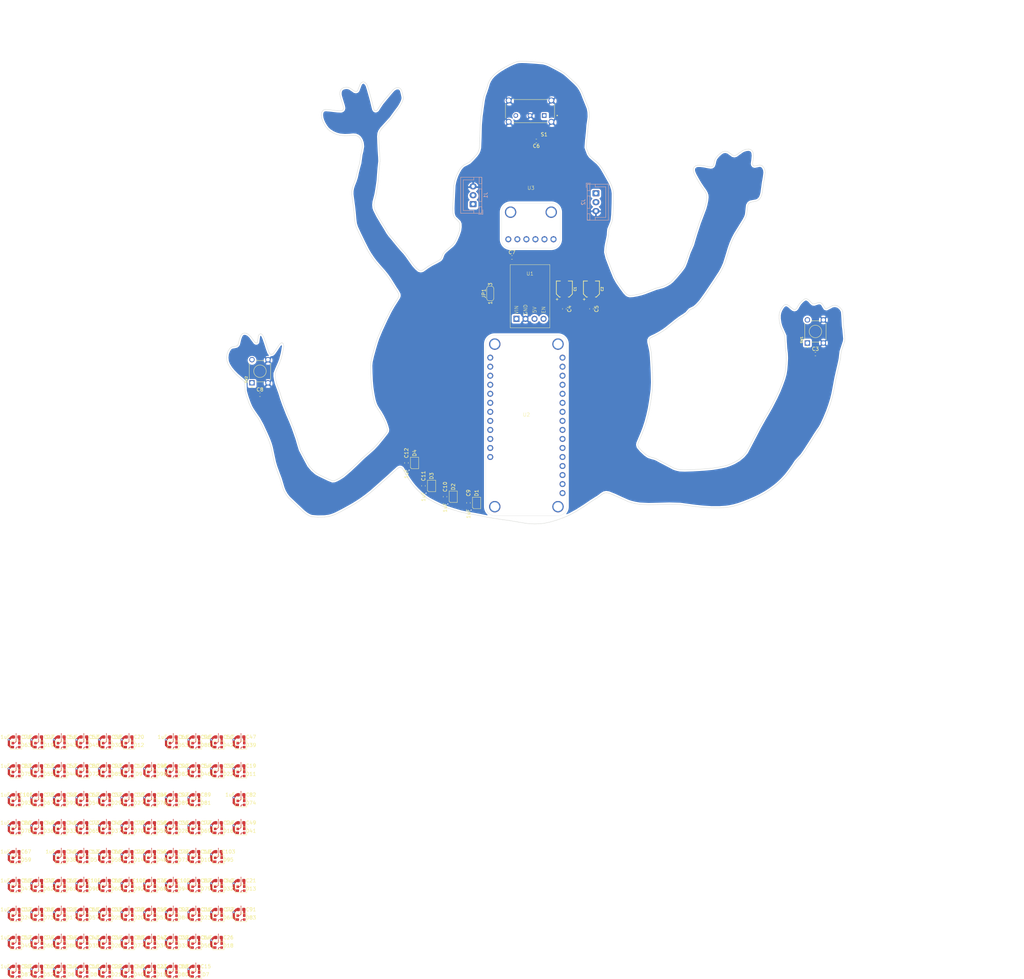
<source format=kicad_pcb>
(kicad_pcb (version 20241229) (generator "pcbnew") (generator_version "9.0")
  (layers (0 "F.Cu" signal) (2 "B.Cu" signal) (13 "F.Paste" user) (15 "B.Paste" user) (5 "F.SilkS" user "F.Silkscreen") (7 "B.SilkS" user "B.Silkscreen") (1 "F.Mask" user) (3 "B.Mask" user) (25 "Edge.Cuts" user))
  (net 0 "")
  (net 1 "+5V")
  (net 2 "GND")
  (net 3 "/DATA_CHAIN_RETURN")
  (net 5 "~{DISABLE}")
  (net 6 "+3.3V")
  (net 7 "+BATT")
  (net 8 "Vdrive")
  (net 9 "Net-(U2-27)")
  (net 10 "PERIM_LED_DATA_IN")
  (net 11 "PERIM_LED_DATA_OUT")
  (net 12 "Net-(U2-37)")
  (net 28 "Net-(U2-14)")
  (net 30 "Net-(U2-15)")
  (net 31 "Net-(U2-SCL)")
  (net 35 "/ws2812_and_cap/DOUT")
  (net 36 "/ws2812_and_cap1/DOUT")
  (net 37 "/ws2812_and_cap2/DOUT")
  (net 38 "/ws2812_and_cap3/DOUT")
  (net 39 "/ws2812_and_cap4/DOUT")
  (net 40 "/ws2812_and_cap5/DOUT")
  (net 41 "/ws2812_and_cap6/DOUT")
  (net 42 "/ws2812_and_cap7/DOUT")
  (net 43 "/ws2812_and_cap8/DOUT")
  (net 44 "/ws2812_and_cap10/DIN")
  (net 45 "/ws2812_and_cap10/DOUT")
  (net 46 "/ws2812_and_cap11/DOUT")
  (net 47 "/ws2812_and_cap12/DOUT")
  (net 48 "/ws2812_and_cap13/DOUT")
  (net 49 "/ws2812_and_cap14/DOUT")
  (net 50 "/ws2812_and_cap15/DOUT")
  (net 51 "/ws2812_and_cap16/DOUT")
  (net 52 "/ws2812_and_cap17/DOUT")
  (net 53 "/ws2812_and_cap18/DOUT")
  (net 54 "/ws2812_and_cap19/DOUT")
  (net 55 "/ws2812_and_cap20/DOUT")
  (net 56 "/ws2812_and_cap21/DOUT")
  (net 57 "/ws2812_and_cap22/DOUT")
  (net 58 "/ws2812_and_cap23/DOUT")
  (net 59 "/ws2812_and_cap24/DOUT")
  (net 60 "/ws2812_and_cap25/DOUT")
  (net 61 "/ws2812_and_cap26/DOUT")
  (net 62 "/ws2812_and_cap27/DOUT")
  (net 63 "/ws2812_and_cap28/DOUT")
  (net 64 "/ws2812_and_cap29/DOUT")
  (net 65 "/ws2812_and_cap30/DOUT")
  (net 66 "/ws2812_and_cap31/DOUT")
  (net 67 "/ws2812_and_cap33/DOUT")
  (net 68 "/ws2812_and_cap32/DOUT")
  (net 69 "/ws2812_and_cap34/DOUT")
  (net 70 "/ws2812_and_cap35/DOUT")
  (net 71 "/ws2812_and_cap36/DOUT")
  (net 72 "/ws2812_and_cap37/DOUT")
  (net 73 "/ws2812_and_cap38/DOUT")
  (net 74 "/ws2812_and_cap39/DOUT")
  (net 75 "/ws2812_and_cap40/DOUT")
  (net 76 "/ws2812_and_cap41/DOUT")
  (net 77 "/ws2812_and_cap42/DOUT")
  (net 78 "/ws2812_and_cap43/DOUT")
  (net 79 "/ws2812_and_cap44/DOUT")
  (net 80 "/ws2812_and_cap45/DOUT")
  (net 81 "/ws2812_and_cap46/DOUT")
  (net 82 "/ws2812_and_cap47/DOUT")
  (net 83 "/ws2812_and_cap48/DOUT")
  (net 84 "/ws2812_and_cap49/DOUT")
  (net 85 "/ws2812_and_cap50/DOUT")
  (net 86 "/ws2812_and_cap51/DOUT")
  (net 87 "/ws2812_and_cap52/DOUT")
  (net 88 "/ws2812_and_cap53/DOUT")
  (net 89 "/ws2812_and_cap54/DOUT")
  (net 90 "/ws2812_and_cap55/DOUT")
  (net 91 "/ws2812_and_cap56/DOUT")
  (net 92 "/ws2812_and_cap57/DOUT")
  (net 93 "/ws2812_and_cap58/DOUT")
  (net 94 "/ws2812_and_cap59/DOUT")
  (net 95 "/ws2812_and_cap60/DOUT")
  (net 96 "/ws2812_and_cap61/DOUT")
  (net 97 "/ws2812_and_cap62/DOUT")
  (net 98 "/ws2812_and_cap63/DOUT")
  (net 99 "/ws2812_and_cap64/DOUT")
  (net 100 "/ws2812_and_cap65/DOUT")
  (net 101 "/ws2812_and_cap66/DOUT")
  (net 102 "/ws2812_and_cap67/DOUT")
  (net 103 "/ws2812_and_cap68/DOUT")
  (net 104 "/ws2812_and_cap69/DOUT")
  (net 105 "/ws2812_and_cap70/DOUT")
  (net 106 "/ws2812_and_cap71/DOUT")
  (net 107 "/ws2812_and_cap72/DOUT")
  (net 108 "/ws2812_and_cap73/DOUT")
  (net 109 "/ws2812_and_cap74/DOUT")
  (net 110 "/ws2812_and_cap75/DOUT")
  (net 111 "/ws2812_and_cap76/DOUT")
  (net 112 "/ws2812_and_cap77/DOUT")
  (net 113 "/ws2812_and_cap78/DOUT")
  (net 114 "/ws2812_and_cap79/DOUT")
  (net 115 "/ws2812_and_cap80/DOUT")
  (net 116 "/ws2812_and_cap81/DOUT")
  (net 117 "/ws2812_and_cap82/DOUT")
  (net 118 "/ws2812_and_cap83/DOUT")
  (net 119 "/ws2812_and_cap84/DOUT")
  (net 120 "/ws2812_and_cap85/DOUT")
  (net 121 "/ws2812_and_cap86/DOUT")
  (net 122 "/ws2812_and_cap87/DOUT")
  (net 123 "/ws2812_and_cap88/DOUT")
  (net 124 "/ws2812_and_cap89/DOUT")
  (net 125 "/ws2812_and_cap90/DOUT")
  (net 126 "/ws2812_and_cap91/DOUT")
  (net 127 "/ws2812_and_cap92/DOUT")
  (net 128 "/ws2812_and_cap93/DOUT")
  (net 129 "/ws2812_and_cap94/DOUT")
  (footprint "LED_SMD:LED_WS2812B-2020_PLCC4_2.0x2.0mm" (layer "F.Cu") (at 39.116 286.766)
    (property "Reference" "D15")
    (property "Value" "WS2812B-2020" (hide yes))
  )
  (footprint "Capacitor_SMD:C_0603_1608Metric" (layer "F.Cu") (at 32.779 244.094 180)
    (property "Reference" "C78")
    (property "Value" "1uF")
  )
  (footprint "LED_SMD:LED_WS2812B-2020_PLCC4_2.0x2.0mm" (layer "F.Cu") (at 13.716 262.636)
    (property "Reference" "D61")
    (property "Value" "WS2812B-2020" (hide yes))
  )
  (footprint "LED_SMD:LED_WS2812B-2020_PLCC4_2.0x2.0mm" (layer "F.Cu") (at 20.066 278.638)
    (property "Reference" "D35")
    (property "Value" "WS2812B-2020" (hide yes))
  )
  (footprint "LED_SMD:LED_WS2812B-2020_PLCC4_2.0x2.0mm" (layer "F.Cu") (at 1.016 262.636)
    (property "Reference" "D47")
    (property "Value" "WS2812B-2020" (hide yes))
  )
  (footprint "LED_SMD:LED_WS2812B-2020_PLCC4_2.0x2.0mm" (layer "F.Cu") (at 39.116 230.378)
    (property "Reference" "D90")
    (property "Value" "WS2812B-2020" (hide yes))
  )
  (footprint "LED_SMD:LED_WS2812B-2020_PLCC4_2.0x2.0mm" (layer "F.Cu") (at 20.066 286.766)
    (property "Reference" "D8")
    (property "Value" "WS2812B-2020" (hide yes))
  )
  (footprint "Capacitor_SMD:C_0603_1608Metric" (layer "F.Cu") (at 39.129 236.22 180)
    (property "Reference" "C84")
    (property "Value" "1uF")
  )
  (footprint "Capacitor_SMD:C_0603_1608Metric" (layer "F.Cu") (at 26.429 284.48 180)
    (property "Reference" "C29")
    (property "Value" "1uF")
  )
  (footprint "Capacitor_SMD:C_0603_1608Metric" (layer "F.Cu") (at 32.779 260.35 180)
    (property "Reference" "C100")
    (property "Value" "1uF")
  )
  (footprint "LED_SMD:LED_WS2812B-2020_PLCC4_2.0x2.0mm" (layer "F.Cu") (at 26.416 238.506)
    (property "Reference" "D29")
    (property "Value" "WS2812B-2020" (hide yes))
  )
  (footprint "LED_SMD:LED_WS2812B-2020_PLCC4_2.0x2.0mm" (layer "F.Cu") (at 51.562 230.378)
    (property "Reference" "D46")
    (property "Value" "WS2812B-2020" (hide yes))
  )
  (footprint "Capacitor_SMD:C_0603_1608Metric" (layer "F.Cu") (at 51.575 276.352 180)
    (property "Reference" "C64")
    (property "Value" "1uF")
  )
  (footprint "Capacitor_SMD:C_0603_1608Metric" (layer "F.Cu") (at 13.729 252.222 180)
    (property "Reference" "C46")
    (property "Value" "1uF")
  )
  (footprint "Capacitor_SMD:C_0603_1608Metric" (layer "F.Cu") (at 39.129 252.222 180)
    (property "Reference" "C56")
    (property "Value" "1uF")
  )
  (footprint "LED_SMD:LED_WS2812B-2020_PLCC4_2.0x2.0mm" (layer "F.Cu") (at 39.116 270.764)
    (property "Reference" "D51")
    (property "Value" "WS2812B-2020" (hide yes))
  )
  (footprint "LED_SMD:LED_WS2812B-2020_PLCC4_2.0x2.0mm" (layer "F.Cu") (at 123.952 152.4 90)
    (property "Reference" "D2")
    (property "Value" "WS2812B-2020" (hide yes))
  )
  (footprint "Capacitor_SMD:C_0603_1608Metric" (layer "F.Cu") (at 7.379 236.22 180)
    (property "Reference" "C75")
    (property "Value" "1uF")
  )
  (footprint "LED_SMD:LED_WS2812B-2020_PLCC4_2.0x2.0mm" (layer "F.Cu") (at 20.066 270.764)
    (property "Reference" "D57")
    (property "Value" "WS2812B-2020" (hide yes))
  )
  (footprint "LED_SMD:LED_WS2812B-2020_PLCC4_2.0x2.0mm" (layer "F.Cu") (at 20.066 246.38)
    (property "Reference" "D65")
    (property "Value" "WS2812B-2020" (hide yes))
  )
  (footprint "LED_SMD:LED_WS2812B-2020_PLCC4_2.0x2.0mm" (layer "F.Cu") (at 45.212 238.506)
    (property "Reference" "D89")
    (property "Value" "WS2812B-2020" (hide yes))
  )
  (footprint "LED_SMD:LED_WS2812B-2020_PLCC4_2.0x2.0mm" (layer "F.Cu") (at 57.912 262.636)
    (property "Reference" "D32")
    (property "Value" "WS2812B-2020" (hide yes))
  )
  (footprint "LED_SMD:LED_WS2812B-2020_PLCC4_2.0x2.0mm" (layer "F.Cu") (at 45.212 254.508)
    (property "Reference" "D71")
    (property "Value" "WS2812B-2020" (hide yes))
  )
  (footprint "LED_SMD:LED_WS2812B-2020_PLCC4_2.0x2.0mm" (layer "F.Cu") (at 57.912 254.508)
    (property "Reference" "D95")
    (property "Value" "WS2812B-2020" (hide yes))
  )
  (footprint "Capacitor_SMD:C_0603_1608Metric" (layer "F.Cu") (at 26.429 268.478 180)
    (property "Reference" "C33")
    (property "Value" "1uF")
  )
  (footprint "Capacitor_SMD:C_0603_1608Metric" (layer "F.Cu") (at 20.079 284.48 180)
    (property "Reference" "C16")
    (property "Value" "1uF")
  )
  (footprint "Capacitor_SMD:C_0603_1608Metric" (layer "F.Cu") (at 51.575 244.094 180)
    (property "Reference" "C77")
    (property "Value" "1uF")
  )
  (footprint "LED_SMD:LED_WS2812B-2020_PLCC4_2.0x2.0mm" (layer "F.Cu") (at 57.912 246.38)
    (property "Reference" "D16")
    (property "Value" "WS2812B-2020" (hide yes))
  )
  (footprint "Capacitor_SMD:C_0603_1608Metric" (layer "F.Cu") (at 128.228 154.123 -90)
    (property "Reference" "C9")
    (property "Value" "1uF")
  )
  (footprint "LED_SMD:LED_WS2812B-2020_PLCC4_2.0x2.0mm" (layer "F.Cu") (at 13.716 278.638)
    (property "Reference" "D86")
    (property "Value" "WS2812B-2020" (hide yes))
  )
  (footprint "LED_SMD:LED_WS2812B-2020_PLCC4_2.0x2.0mm" (layer "F.Cu") (at 39.116 238.506)
    (property "Reference" "D76")
    (property "Value" "WS2812B-2020" (hide yes))
  )
  (footprint "Capacitor_SMD:C_0603_1608Metric" (layer "F.Cu") (at 20.079 219.964 180)
    (property "Reference" "C53")
    (property "Value" "1uF")
  )
  (footprint "Capacitor_SMD:C_0603_1608Metric" (layer "F.Cu") (at 13.729 219.964 180)
    (property "Reference" "C51")
    (property "Value" "1uF")
  )
  (footprint "Capacitor_SMD:C_0603_1608Metric" (layer "F.Cu") (at 45.225 236.22 180)
    (property "Reference" "C97")
    (property "Value" "1uF")
  )
  (footprint "Capacitor_SMD:C_0603_1608Metric" (layer "F.Cu") (at 13.729 276.352 180)
    (property "Reference" "C94")
    (property "Value" "1uF")
  )
  (footprint "LED_SMD:LED_WS2812B-2020_PLCC4_2.0x2.0mm" (layer "F.Cu") (at 113.072 142.901 90)
    (property "Reference" "D4")
    (property "Value" "WS2812B-2020" (hide yes))
  )
  (footprint "LED_SMD:LED_WS2812B-2020_PLCC4_2.0x2.0mm" (layer "F.Cu") (at 26.416 230.378)
    (property "Reference" "D85")
    (property "Value" "WS2812B-2020" (hide yes))
  )
  (footprint "Capacitor_SMD:C_0603_1608Metric" (layer "F.Cu") (at 1.028999 228.092 180)
    (property "Reference" "C83")
    (property "Value" "1uF")
  )
  (footprint "Capacitor_SMD:C_0603_1608Metric" (layer "F.Cu") (at 20.079 268.478 180)
    (property "Reference" "C65")
    (property "Value" "1uF")
  )
  (footprint "LED_SMD:LED_WS2812B-2020_PLCC4_2.0x2.0mm" (layer "F.Cu") (at 26.416 270.764)
    (property "Reference" "D25")
    (property "Value" "WS2812B-2020" (hide yes))
  )
  (footprint "Capacitor_SMD:C_0603_1608Metric" (layer "F.Cu") (at 13.729 268.478 180)
    (property "Reference" "C25")
    (property "Value" "1uF")
  )
  (footprint "Capacitor_SMD:C_0603_1608Metric" (layer "F.Cu") (at 57.925 268.478 180)
    (property "Reference" "C72")
    (property "Value" "1uF")
  )
  (footprint "Capacitor_SMD:C_0603_1608Metric" (layer "F.Cu") (at 20.079 276.352 180)
    (property "Reference" "C43")
    (property "Value" "1uF")
  )
  (footprint "Capacitor_SMD:C_0603_1608Metric" (layer "F.Cu") (at 39.129 276.352 180)
    (property "Reference" "C42")
    (property "Value" "1uF")
  )
  (footprint "LED_SMD:LED_WS2812B-2020_PLCC4_2.0x2.0mm" (layer "F.Cu") (at 45.212 286.766)
    (property "Reference" "D80")
    (property "Value" "WS2812B-2020" (hide yes))
  )
  (footprint "LED_SMD:LED_WS2812B-2020_PLCC4_2.0x2.0mm" (layer "F.Cu") (at 39.116 254.508)
    (property "Reference" "D48")
    (property "Value" "WS2812B-2020" (hide yes))
  )
  (footprint "LED_SMD:LED_WS2812B-2020_PLCC4_2.0x2.0mm" (layer "F.Cu") (at 13.716 230.378)
    (property "Reference" "D44")
    (property "Value" "WS2812B-2020" (hide yes))
  )
  (footprint "LED_SMD:LED_WS2812B-2020_PLCC4_2.0x2.0mm" (layer "F.Cu") (at 1.016 230.378)
    (property "Reference" "D75")
    (property "Value" "WS2812B-2020" (hide yes))
  )
  (footprint "LED_SMD:LED_WS2812B-2020_PLCC4_2.0x2.0mm" (layer "F.Cu") (at 45.212 278.638)
    (property "Reference" "D31")
    (property "Value" "WS2812B-2020" (hide yes))
  )
  (footprint "pfornage-kicad-lib:SW_1825910-6-4" (layer "F.Cu") (at 69.596 117.094 90)
    (property "Reference" "SW2")
    (property "Value" "1825910-6")
  )
  (footprint "Capacitor_SMD:C_0603_1608Metric" (layer "F.Cu") (at 140.462 85.09)
    (property "Reference" "C7")
    (property "Value" "1uF")
  )
  (footprint "LED_SMD:LED_WS2812B-2020_PLCC4_2.0x2.0mm" (layer "F.Cu") (at 45.212 222.25)
    (property "Reference" "D53")
    (property "Value" "WS2812B-2020" (hide yes))
  )
  (footprint "Capacitor_SMD:C_0603_1608Metric" (layer "F.Cu") (at 57.925 260.35 180)
    (property "Reference" "C40")
    (property "Value" "1uF")
  )
  (footprint "Capacitor_SMD:C_0603_1608Metric" (layer "F.Cu") (at 45.225 252.222 180)
    (property "Reference" "C79")
    (property "Value" "1uF")
  )
  (footprint "Capacitor_SMD:C_0603_1608Metric" (layer "F.Cu") (at 64.275 268.478 180)
    (property "Reference" "C91")
    (property "Value" "1uF")
  )
  (footprint "LED_SMD:LED_WS2812B-2020_PLCC4_2.0x2.0mm" (layer "F.Cu") (at 13.716 222.25)
    (property "Reference" "D43")
    (property "Value" "WS2812B-2020" (hide yes))
  )
  (footprint "Capacitor_SMD:C_0603_1608Metric" (layer "F.Cu") (at 7.379 260.35 180)
    (property "Reference" "C70")
    (property "Value" "1uF")
  )
  (footprint "LED_SMD:LED_WS2812B-2020_PLCC4_2.0x2.0mm" (layer "F.Cu") (at 57.912 222.25)
    (property "Reference" "D42")
    (property "Value" "WS2812B-2020" (hide yes))
  )
  (footprint "LED_SMD:LED_WS2812B-2020_PLCC4_2.0x2.0mm" (layer "F.Cu") (at 32.766 238.506)
    (property "Reference" "D27")
    (property "Value" "WS2812B-2020" (hide yes))
  )
  (footprint "pfornage-kicad-lib:WCAP-ASLI_4X5.5_DXL_" (layer "F.Cu") (at 162.814 93.98 -90)
    (property "Reference" "C2")
    (property "Value" "WCAP-ASLI_4X5.5")
  )
  (footprint "Capacitor_SMD:C_0603_1608Metric" (layer "F.Cu") (at 51.575 236.22 180)
    (property "Reference" "C89")
    (property "Value" "1uF")
  )
  (footprint "Capacitor_SMD:C_0603_1608Metric" (layer "F.Cu") (at 1.028999 268.478 180)
    (property "Reference" "C32")
    (property "Value" "1uF")
  )
  (footprint "LED_SMD:LED_WS2812B-2020_PLCC4_2.0x2.0mm" (layer "F.Cu") (at 13.716 286.766)
    (property "Reference" "D6")
    (property "Value" "WS2812B-2020" (hide yes))
  )
  (footprint "Capacitor_SMD:C_0603_1608Metric" (layer "F.Cu") (at 13.729 236.22 180)
    (property "Reference" "C99")
    (property "Value" "1uF")
  )
  (footprint "Capacitor_SMD:C_0603_1608Metric" (layer "F.Cu") (at 26.429 252.222 180)
    (property "Reference" "C66")
    (property "Value" "1uF")
  )
  (footprint "Capacitor_SMD:C_0603_1608Metric" (layer "F.Cu") (at 64.275 260.35 180)
    (property "Reference" "C21")
    (property "Value" "1uF")
  )
  (footprint "Capacitor_SMD:C_0603_1608Metric" (layer "F.Cu") (at 39.129 268.478 180)
    (property "Reference" "C59")
    (property "Value" "1uF")
  )
  (footprint "LED_SMD:LED_WS2812B-2020_PLCC4_2.0x2.0mm" (layer "F.Cu") (at 13.716 246.38)
    (property "Reference" "D33")
    (property "Value" "WS2812B-2020" (hide yes))
  )
  (footprint "LED_SMD:LED_WS2812B-2020_PLCC4_2.0x2.0mm" (layer "F.Cu") (at 13.716 270.764)
    (property "Reference" "D17")
    (property "Value" "WS2812B-2020" (hide yes))
  )
  (footprint "Capacitor_SMD:C_0603_1608Metric" (layer "F.Cu") (at 45.225 284.48 180)
    (property "Reference" "C88")
    (property "Value" "1uF")
  )
  (footprint "LED_SMD:LED_WS2812B-2020_PLCC4_2.0x2.0mm" (layer "F.Cu") (at 32.766 222.25)
    (property "Reference" "D12")
    (property "Value" "WS2812B-2020" (hide yes))
  )
  (footprint "Capacitor_SMD:C_0603_1608Metric" (layer "F.Cu") (at 13.729 244.094 180)
    (property "Reference" "C41")
    (property "Value" "1uF")
  )
  (footprint "Capacitor_SMD:C_0603_1608Metric" (layer "F.Cu") (at 69.596 123.698)
    (property "Reference" "C8")
    (property "Value" "1uF")
  )
  (footprint "Capacitor_SMD:C_0603_1608Metric" (layer "F.Cu") (at 7.379 219.964 180)
    (property "Reference" "C27")
    (property "Value" "1uF")
  )
  (footprint "Capacitor_SMD:C_0603_1608Metric" (layer "F.Cu") (at 26.429 244.094 180)
    (property "Reference" "C45")
    (property "Value" "1uF")
  )
  (footprint "Capacitor_SMD:C_0603_1608Metric" (layer "F.Cu") (at 110.786 142.888 -90)
    (property "Reference" "C12")
    (property "Value" "1uF")
  )
  (footprint "LED_SMD:LED_WS2812B-2020_PLCC4_2.0x2.0mm" (layer "F.Cu") (at 1.016 222.25)
    (property "Reference" "D63")
    (property "Value" "WS2812B-2020" (hide yes))
  )
  (footprint "LED_SMD:LED_WS2812B-2020_PLCC4_2.0x2.0mm" (layer "F.Cu") (at 45.212 262.636)
    (property "Reference" "D94")
    (property "Value" "WS2812B-2020" (hide yes))
  )
  (footprint "LED_SMD:LED_WS2812B-2020_PLCC4_2.0x2.0mm" (layer "F.Cu") (at 64.262 270.764)
    (property "Reference" "D83")
    (property "Value" "WS2812B-2020" (hide yes))
  )
  (footprint "LED_SMD:LED_WS2812B-2020_PLCC4_2.0x2.0mm" (layer "F.Cu") (at 7.366 238.506)
    (property "Reference" "D67")
    (property "Value" "WS2812B-2020" (hide yes))
  )
  (footprint "Capacitor_SMD:C_0603_1608Metric" (layer "F.Cu") (at 1.028999 260.35 180)
    (property "Reference" "C55")
    (property "Value" "1uF")
  )
  (footprint "Capacitor_SMD:C_0603_1608Metric" (layer "F.Cu") (at 57.925 219.964 180)
    (property "Reference" "C50")
    (property "Value" "1uF")
  )
  (footprint "Capacitor_SMD:C_0603_1608Metric" (layer "F.Cu") (at 1.028999 244.094 180)
    (property "Reference" "C86")
    (property "Value" "1uF")
  )
  (footprint "Capacitor_SMD:C_0603_1608Metric" (layer "F.Cu") (at 13.729 260.35 180)
    (property "Reference" "C69")
    (property "Value" "1uF")
  )
  (footprint "LED_SMD:LED_WS2812B-2020_PLCC4_2.0x2.0mm" (layer "F.Cu") (at 45.212 270.764)
    (property "Reference" "D84")
    (property "Value" "WS2812B-2020" (hide yes))
  )
  (footprint "LED_SMD:LED_WS2812B-2020_PLCC4_2.0x2.0mm" (layer "F.Cu") (at 39.116 246.38)
    (property "Reference" "D50")
    (property "Value" "WS2812B-2020" (hide yes))
  )
  (footprint "LED_SMD:LED_WS2812B-2020_PLCC4_2.0x2.0mm" (layer "F.Cu") (at 32.766 246.38)
    (property "Reference" "D70")
    (property "Value" "WS2812B-2020" (hide yes))
  )
  (footprint "Jumper:SolderJumper-3_P1.3mm_Open_RoundedPad1.0x1.5mm_NumberLabels" (layer "F.Cu") (at 134.366 95.25 90)
    (property "Reference" "JP1")
    (property "Value" "SolderJumper_3_Open")
  )
  (footprint "Capacitor_SMD:C_0603_1608Metric" (layer "F.Cu") (at 51.575 284.48 180)
    (property "Reference" "C15")
    (property "Value" "1uF")
  )
  (footprint "LED_SMD:LED_WS2812B-2020_PLCC4_2.0x2.0mm" (layer "F.Cu") (at 64.262 246.38)
    (property "Reference" "D41")
    (property "Value" "WS2812B-2020" (hide yes))
  )
  (footprint "Capacitor_SMD:C_0603_1608Metric" (layer "F.Cu") (at 1.028999 219.964 180)
    (property "Reference" "C71")
    (property "Value" "1uF")
  )
  (footprint "LED_SMD:LED_WS2812B-2020_PLCC4_2.0x2.0mm" (layer "F.Cu") (at 13.716 238.506)
    (property "Reference" "D91")
    (property "Value" "WS2812B-2020" (hide yes))
  )
  (footprint "Capacitor_SMD:C_0603_1608Metric" (layer "F.Cu") (at 51.575 252.222 180)
    (property "Reference" "C18")
    (property "Value" "1uF")
  )
  (footprint "Capacitor_SMD:C_0603_1608Metric" (layer "F.Cu") (at 57.925 244.094 180)
    (property "Reference" "C24")
    (property "Value" "1uF")
  )
  (footprint "LED_SMD:LED_WS2812B-2020_PLCC4_2.0x2.0mm" (layer "F.Cu") (at 1.016 270.764)
    (property "Reference" "D24")
    (property "Value" "WS2812B-2020" (hide yes))
  )
  (footprint "LED_SMD:LED_WS2812B-2020_PLCC4_2.0x2.0mm" (layer "F.Cu") (at 1.016 238.506)
    (property "Reference" "D93")
    (property "Value" "WS2812B-2020" (hide yes))
  )
  (footprint "LED_SMD:LED_WS2812B-2020_PLCC4_2.0x2.0mm" (layer "F.Cu") (at 20.066 230.378)
    (property "Reference" "D72")
    (property "Value" "WS2812B-2020" (hide yes))
  )
  (footprint "Capacitor_SMD:C_0603_1608Metric" (layer "F.Cu") (at 20.079 228.092 180)
    (property "Reference" "C80")
    (property "Value" "1uF")
  )
  (footprint "Capacitor_SMD:C_0603_1608Metric" (layer "F.Cu") (at 32.779 228.092 180)
    (property "Reference" "C17")
    (property "Value" "1uF")
  )
  (footprint "Capacitor_SMD:C_0603_1608Metric" (layer "F.Cu") (at 26.429 228.092 180)
    (property "Reference" "C93")
    (property "Value" "1uF")
  )
  (footprint "LED_SMD:LED_WS2812B-2020_PLCC4_2.0x2.0mm" (layer "F.Cu") (at 32.766 286.766)
    (property "Reference" "D40")
    (property "Value" "WS2812B-2020" (hide yes))
  )
  (footprint "LED_SMD:LED_WS2812B-2020_PLCC4_2.0x2.0mm" (layer "F.Cu") (at 64.262 222.25)
    (property "Reference" "D39")
    (property "Value" "WS2812B-2020" (hide yes))
  )
  (footprint "LED_SMD:LED_WS2812B-2020_PLCC4_2.0x2.0mm" (layer "F.Cu") (at 20.066 222.25)
    (property "Reference" "D45")
    (property "Value" "WS2812B-2020" (hide yes))
  )
  (footprint "Capacitor_SMD:C_0603_1608Metric" (layer "F.Cu") (at 155.194 99.568 -90)
    (property "Reference" "C4")
    (property "Value" "1uF")
  )
  (footprint "Capacitor_SMD:C_0603_1608Metric" (layer "F.Cu") (at 32.779 284.48 180)
    (property "Reference" "C48")
    (property "Value" "1uF")
  )
  (footprint "Capacitor_SMD:C_0603_1608Metric" (layer "F.Cu") (at 7.379 268.478 180)
    (property "Reference" "C81")
    (property "Value" "1uF")
  )
  (footprint "LED_SMD:LED_WS2812B-2020_PLCC4_2.0x2.0mm" (layer "F.Cu") (at 20.066 254.508)
    (property "Reference" "D5")
    (property "Value" "WS2812B-2020" (hide yes))
  )
  (footprint "LED_SMD:LED_WS2812B-2020_PLCC4_2.0x2.0mm" (layer "F.Cu") (at 20.066 262.636)
    (property "Reference" "D96")
    (property "Value" "WS2812B-2020" (hide yes))
  )
  (footprint "Capacitor_SMD:C_0603_1608Metric" (layer "F.Cu") (at 57.925 276.352 180)
    (property "Reference" "C26")
    (property "Value" "1uF")
  )
  (footprint "Capacitor_SMD:C_0603_1608Metric" (layer "F.Cu") (at 13.729 284.48 180)
    (property "Reference" "C14")
    (property "Value" "1uF")
  )
  (footprint "LED_SMD:LED_WS2812B-2020_PLCC4_2.0x2.0mm" (layer "F.Cu") (at 26.416 262.636)
    (property "Reference" "D60")
    (property "Value" "WS2812B-2020" (hide yes))
  )
  (footprint "LED_SMD:LED_WS2812B-2020_PLCC4_2.0x2.0mm" (layer "F.Cu") (at 45.212 246.38)
    (property "Reference" "D28")
    (property "Value" "WS2812B-2020" (hide yes))
  )
  (footprint "Capacitor_SMD:C_0603_1608Metric" (layer "F.Cu") (at 45.225 276.352 180)
    (property "Reference" "C39")
    (property "Value" "1uF")
  )
  (footprint "Capacitor_SMD:C_0603_1608Metric" (layer "F.Cu") (at 7.379 276.352 180)
    (property "Reference" "C74")
    (property "Value" "1uF")
  )
  (footprint "Capacitor_SMD:C_0603_1608Metric" (layer "F.Cu") (at 20.079 252.222 180)
    (property "Reference" "C13")
    (property "Value" "1uF")
  )
  (footprint "LED_SMD:LED_WS2812B-2020_PLCC4_2.0x2.0mm" (layer "F.Cu") (at 32.766 262.636)
    (property "Reference" "D92")
    (property "Value" "WS2812B-2020" (hide yes))
  )
  (footprint "Capacitor_SMD:C_0603_1608Metric" (layer "F.Cu") (at 64.275 244.094 180)
    (property "Reference" "C49")
    (property "Value" "1uF")
  )
  (footprint "LED_SMD:LED_WS2812B-2020_PLCC4_2.0x2.0mm" (layer "F.Cu") (at 51.562 222.25)
    (property "Reference" "D88")
    (property "Value" "WS2812B-2020" (hide yes))
  )
  (footprint "Capacitor_SMD:C_0603_1608Metric" (layer "F.Cu") (at 1.028999 276.352 180)
    (property "Reference" "C57")
    (property "Value" "1uF")
  )
  (footprint "Capacitor_SMD:C_0603_1608Metric" (layer "F.Cu") (at 45.225 260.35 180)
    (property "Reference" "C102")
    (property "Value" "1uF")
  )
  (footprint "Capacitor_SMD:C_0603_1608Metric" (layer "F.Cu") (at 26.429 219.964 180)
    (property "Reference" "C38")
    (property "Value" "1uF")
  )
  (footprint "LED_SMD:LED_WS2812B-2020_PLCC4_2.0x2.0mm" (layer "F.Cu") (at 57.912 230.378)
    (property "Reference" "D22")
    (property "Value" "WS2812B-2020" (hide yes))
  )
  (footprint "Capacitor_SMD:C_0603_1608Metric" (layer "F.Cu") (at 121.666 152.387 -90)
    (property "Reference" "C10")
    (property "Value" "1uF")
  )
  (footprint "LED_SMD:LED_WS2812B-2020_PLCC4_2.0x2.0mm" (layer "F.Cu") (at 32.766 278.638)
    (property "Reference" "D77")
    (property "Value" "WS2812B-2020" (hide yes))
  )
  (footprint "Capacitor_SMD:C_0603_1608Metric" (layer "F.Cu") (at 64.275 219.964 180)
    (property "Reference" "C47")
    (property "Value" "1uF")
  )
  (footprint "LED_SMD:LED_WS2812B-2020_PLCC4_2.0x2.0mm" (layer "F.Cu") (at 20.066 238.506)
    (property "Reference" "D54")
    (property "Value" "WS2812B-2020" (hide yes))
  )
  (footprint "LED_SMD:LED_WS2812B-2020_PLCC4_2.0x2.0mm" (layer "F.Cu") (at 7.366 278.638)
    (property "Reference" "D66")
    (property "Value" "WS2812B-2020" (hide yes))
  )
  (footprint "Capacitor_SMD:C_0603_1608Metric" (layer "F.Cu") (at 162.814 99.568 -90)
    (property "Reference" "C5")
    (property "Value" "1uF")
  )
  (footprint "LED_SMD:LED_WS2812B-2020_PLCC4_2.0x2.0mm" (layer "F.Cu") (at 117.856 149.352 90)
    (property "Reference" "D3")
    (property "Value" "WS2812B-2020" (hide yes))
  )
  (footprint "LED_SMD:LED_WS2812B-2020_PLCC4_2.0x2.0mm" (layer "F.Cu") (at 64.262 230.378)
    (property "Reference" "D11")
    (property "Value" "WS2812B-2020" (hide yes))
  )
  (footprint "LED_SMD:LED_WS2812B-2020_PLCC4_2.0x2.0mm" (layer "F.Cu") (at 57.912 278.638)
    (property "Reference" "D18")
    (property "Value" "WS2812B-2020" (hide yes))
  )
  (footprint "LED_SMD:LED_WS2812B-2020_PLCC4_2.0x2.0mm" (layer "F.Cu") (at 7.366 286.766)
    (property "Reference" "D52")
    (property "Value" "WS2812B-2020" (hide yes))
  )
  (footprint "pfornage-kicad-lib:SW_1825910-6-4" (layer "F.Cu") (at 225.806 105.918 90)
    (property "Reference" "SW1")
    (property "Value" "1825910-6")
  )
  (footprint "LED_SMD:LED_WS2812B-2020_PLCC4_2.0x2.0mm" (layer "F.Cu") (at 51.562 238.506)
    (property "Reference" "D81")
    (property "Value" "WS2812B-2020" (hide yes))
  )
  (footprint "LED_SMD:LED_WS2812B-2020_PLCC4_2.0x2.0mm" (layer "F.Cu") (at 51.562 254.508)
    (property "Reference" "D10")
    (property "Value" "WS2812B-2020" (hide yes))
  )
  (footprint "Capacitor_SMD:C_0603_1608Metric" (layer "F.Cu") (at 45.225 228.092 180)
    (property "Reference" "C90")
    (property "Value" "1uF")
  )
  (footprint "Capacitor_SMD:C_0603_1608Metric" (layer "F.Cu") (at 115.57 149.339 -90)
    (property "Reference" "C11")
    (property "Value" "1uF")
  )
  (footprint "Capacitor_SMD:C_0603_1608Metric" (layer "F.Cu") (at 26.429 236.22 180)
    (property "Reference" "C37")
    (property "Value" "1uF")
  )
  (footprint "LED_SMD:LED_WS2812B-2020_PLCC4_2.0x2.0mm" (layer "F.Cu") (at 57.912 270.764)
    (property "Reference" "D64")
    (property "Value" "WS2812B-2020" (hide yes))
  )
  (footprint "pfornage-kicad-lib:ADA6049_ICS_43434_MICROPHONE" (layer "F.Cu") (at 145.796 76.2)
    (property "Reference" "U3")
    (property "Value" "~")
    (fp_line (start -8.255 3.791949) (end -8.255 -3.828051) (stroke (width 0.05)) (layer "Edge.Cuts"))
    (fp_line (start -5.715 -6.368051) (end 5.715 -6.368051) (stroke (width 0.05)) (layer "Edge.Cuts"))
    (fp_line (start 5.715 6.331949) (end -5.715 6.331949) (stroke (width 0.05)) (layer "Edge.Cuts"))
    (fp_line (start 8.255 -3.828051) (end 8.255 3.791949) (stroke (width 0.05)) (layer "Edge.Cuts"))
    (fp_arc (start -8.255 -3.828051) (mid -7.511051 -5.624102) (end -5.715 -6.368051) (stroke (width 0.05)) (layer "Edge.Cuts"))
    (fp_arc (start -5.715 6.331949) (mid -7.511051 5.588) (end -8.255 3.791949) (stroke (width 0.05)) (layer "Edge.Cuts"))
    (fp_arc (start 5.715 -6.368051) (mid 7.511051 -5.624102) (end 8.255 -3.828051) (stroke (width 0.05)) (layer "Edge.Cuts"))
    (fp_arc (start 8.255 3.791949) (mid 7.511051 5.588) (end 5.715 6.331949) (stroke (width 0.05)) (layer "Edge.Cuts"))
  )
  (footprint "LED_SMD:LED_WS2812B-2020_PLCC4_2.0x2.0mm" (layer "F.Cu") (at 45.212 230.378)
    (property "Reference" "D82")
    (property "Value" "WS2812B-2020" (hide yes))
  )
  (footprint "LED_SMD:LED_WS2812B-2020_PLCC4_2.0x2.0mm" (layer "F.Cu") (at 26.416 286.766)
    (property "Reference" "D21")
    (property "Value" "WS2812B-2020" (hide yes))
  )
  (footprint "LED_SMD:LED_WS2812B-2020_PLCC4_2.0x2.0mm" (layer "F.Cu") (at 51.562 246.38)
    (property "Reference" "D69")
    (property "Value" "WS2812B-2020" (hide yes))
  )
  (footprint "Capacitor_SMD:C_0603_1608Metric" (layer "F.Cu") (at 20.079 260.35 180)
    (property "Reference" "C104")
    (property "Value" "1uF")
  )
  (footprint "LED_SMD:LED_WS2812B-2020_PLCC4_2.0x2.0mm" (layer "F.Cu") (at 26.416 246.38)
    (property "Reference" "D37")
    (property "Value" "WS2812B-2020" (hide yes))
  )
  (footprint "Capacitor_SMD:C_0603_1608Metric" (layer "F.Cu") (at 51.575 219.964 180)
    (property "Reference" "C96")
    (property "Value" "1uF")
  )
  (footprint "Capacitor_SMD:C_0603_1608Metric" (layer "F.Cu") (at 1.028999 284.48 180)
    (property "Reference" "C95")
    (property "Value" "1uF")
  )
  (footprint "LED_SMD:LED_WS2812B-2020_PLCC4_2.0x2.0mm" (layer "F.Cu") (at 32.766 254.508)
    (property "Reference" "D14")
    (property "Value" "WS2812B-2020" (hide yes))
  )
  (footprint "LED_SMD:LED_WS2812B-2020_PLCC4_2.0x2.0mm" (layer "F.Cu") (at 26.416 222.25)
    (property "Reference" "D30")
    (property "Value" "WS2812B-2020" (hide yes))
  )
  (footprint "LED_SMD:LED_WS2812B-2020_PLCC4_2.0x2.0mm" (layer "F.Cu") (at 39.116 278.638)
    (property "Reference" "D34")
    (property "Value" "WS2812B-2020" (hide yes))
  )
  (footprint "LED_SMD:LED_WS2812B-2020_PLCC4_2.0x2.0mm" (layer "F.Cu") (at 51.562 262.636)
    (property "Reference" "D79")
    (property "Value" "WS2812B-2020" (hide yes))
  )
  (footprint "LED_SMD:LED_WS2812B-2020_PLCC4_2.0x2.0mm" (layer "F.Cu") (at 7.366 262.636)
    (property "Reference" "D62")
    (property "Value" "WS2812B-2020" (hide yes))
  )
  (footprint "Capacitor_SMD:C_0603_1608Metric" (layer "F.Cu") (at 45.225 244.094 180)
    (property "Reference" "C36")
    (property "Value" "1uF")
  )
  (footprint "pfornage-kicad-lib:WCAP-ASLI_4X5.5_DXL_" (layer "F.Cu") (at 155.194 93.98 -90)
    (property "Reference" "C1")
    (property "Value" "WCAP-ASLI_4X5.5")
  )
  (footprint "LED_SMD:LED_WS2812B-2020_PLCC4_2.0x2.0mm" (layer "F.Cu") (at 51.562 286.766)
    (property "Reference" "D7")
    (property "Value" "WS2812B-2020" (hide yes))
  )
  (footprint "Capacitor_SMD:C_0603_1608Metric" (layer "F.Cu") (at 20.079 244.094 180)
    (property "Reference" "C73")
    (property "Value" "1uF")
  )
  (footprint "LED_SMD:LED_WS2812B-2020_PLCC4_2.0x2.0mm" (layer "F.Cu") (at 51.562 278.638)
    (property "Reference" "D56")
    (property "Value" "WS2812B-2020" (hide yes))
  )
  (footprint "Capacitor_SMD:C_0603_1608Metric" (layer "F.Cu") (at 32.779 276.352 180)
    (property "Reference" "C85")
    (property "Value" "1uF")
  )
  (footprint "Capacitor_SMD:C_0603_1608Metric" (layer "F.Cu") (at 26.429 260.35 180)
    (property "Reference" "C68")
    (property "Value" "1uF")
  )
  (footprint "Capacitor_SMD:C_0603_1608Metric" (layer "F.Cu") (at 51.575 268.478 180)
    (property "Reference" "C31")
    (property "Value" "1uF")
  )
  (footprint "Capacitor_SMD:C_0603_1608Metric" (layer "F.Cu") (at 64.275 228.092 180)
    (property "Reference" "C19")
    (property "Value" "1uF")
  )
  (footprint "Capacitor_SMD:C_0603_1608Metric" (layer "F.Cu") (at 32.779 236.22 180)
    (property "Reference" "C35")
    (property "Value" "1uF")
  )
  (footprint "LED_SMD:LED_WS2812B-2020_PLCC4_2.0x2.0mm" (layer "F.Cu") (at 7.366 246.38)
    (property "Reference" "D36")
    (property "Value" "WS2812B-2020" (hide yes))
  )
  (footprint "LED_SMD:LED_WS2812B-2020_PLCC4_2.0x2.0mm" (layer "F.Cu") (at 7.366 222.25)
    (property "Reference" "D19")
    (property "Value" "WS2812B-2020" (hide yes))
  )
  (footprint "Capacitor_SMD:C_0603_1608Metric" (layer "F.Cu") (at 147.32 52.324 180)
    (property "Reference" "C6")
    (property "Value" "1uF")
  )
  (footprint "LED_SMD:LED_WS2812B-2020_PLCC4_2.0x2.0mm" (layer "F.Cu") (at 64.262 262.636)
    (property "Reference" "D13")
    (property "Value" "WS2812B-2020" (hide yes))
  )
  (footprint "Capacitor_SMD:C_0603_1608Metric" (layer "F.Cu") (at 51.575 260.35 180)
    (property "Reference" "C87")
    (property "Value" "1uF")
  )
  (footprint "LED_SMD:LED_WS2812B-2020_PLCC4_2.0x2.0mm" (layer "F.Cu") (at 7.366 230.378)
    (property "Reference" "D55")
    (property "Value" "WS2812B-2020" (hide yes))
  )
  (footprint "LED_SMD:LED_WS2812B-2020_PLCC4_2.0x2.0mm" (layer "F.Cu") (at 26.416 278.638)
    (property "Reference" "D26")
    (property "Value" "WS2812B-2020" (hide yes))
  )
  (footprint "Capacitor_SMD:C_0603_1608Metric" (layer "F.Cu") (at 7.379 284.48 180)
    (property "Reference" "C60")
    (property "Value" "1uF")
  )
  (footprint "Capacitor_SMD:C_0603_1608Metric" (layer "F.Cu") (at 26.429 276.352 180)
    (property "Reference" "C34")
    (property "Value" "1uF")
  )
  (footprint "Capacitor_SMD:C_0603_1608Metric" (layer "F.Cu") (at 39.129 260.35 180)
    (property "Reference" "C76")
    (property "Value" "1uF")
  )
  (footprint "LED_SMD:LED_WS2812B-2020_PLCC4_2.0x2.0mm" (layer "F.Cu") (at 130.514 154.136 90)
    (property "Reference" "D1")
    (property "Value" "WS2812B-2020" (hide yes))
  )
  (footprint "Capacitor_SMD:C_0603_1608Metric" (layer "F.Cu") (at 39.129 228.092 180)
    (property "Reference" "C98")
    (property "Value" "1uF")
  )
  (footprint "pfornage-kicad-lib:ADA5400_ESP32_Feather" (layer "F.Cu") (at 144.526 132.334 90)
    (property "Reference" "U2")
    (property "Value" "~")
    (fp_line (start 22.86 -11.43) (end -22.86 -11.43) (stroke (width 0.05)) (layer "Edge.Cuts"))
    (fp_line (start -25.4 -8.89) (end -25.4 8.89) (stroke (width 0.05)) (layer "Edge.Cuts"))
    (fp_line (start 25.4 8.89) (end 25.4 -8.89) (stroke (width 0.05)) (layer "Edge.Cuts"))
    (fp_line (start -22.86 11.43) (end 22.86 11.43) (stroke (width 0.05)) (layer "Edge.Cuts"))
    (fp_arc (start 22.86 -11.43) (mid 24.656051 -10.686051) (end 25.4 -8.89) (stroke (width 0.05)) (layer "Edge.Cuts"))
    (fp_arc (start -25.4 -8.89) (mid -24.656051 -10.686051) (end -22.86 -11.43) (stroke (width 0.05)) (layer "Edge.Cuts"))
    (fp_arc (start 25.4 8.89) (mid 24.656051 10.686051) (end 22.86 11.43) (stroke (width 0.05)) (layer "Edge.Cuts"))
    (fp_arc (start -22.86 11.43) (mid -24.656051 10.686051) (end -25.4 8.89) (stroke (width 0.05)) (layer "Edge.Cuts"))
  )
  (footprint "Capacitor_SMD:C_0603_1608Metric" (layer "F.Cu") (at 32.779 252.222 180)
    (property "Reference" "C22")
    (property "Value" "1uF")
  )
  (footprint "Capacitor_SMD:C_0603_1608Metric" (layer "F.Cu") (at 45.225 268.478 180)
    (property "Reference" "C92")
    (property "Value" "1uF")
  )
  (footprint "Capacitor_SMD:C_0603_1608Metric" (layer "F.Cu") (at 7.379 228.092 180)
    (property "Reference" "C63")
    (property "Value" "1uF")
  )
  (footprint "LED_SMD:LED_WS2812B-2020_PLCC4_2.0x2.0mm" (layer "F.Cu") (at 32.766 230.378)
    (property "Reference" "D9")
    (property "Value" "WS2812B-2020" (hide yes))
  )
  (footprint "Capacitor_SMD:C_0603_1608Metric" (layer "F.Cu") (at 32.779 268.478 180)
    (property "Reference" "C28")
    (property "Value" "1uF")
  )
  (footprint "LED_SMD:LED_WS2812B-2020_PLCC4_2.0x2.0mm" (layer "F.Cu") (at 26.416 254.508)
    (property "Reference" "D58")
    (property "Value" "WS2812B-2020" (hide yes))
  )
  (footprint "Capacitor_SMD:C_0603_1608Metric" (layer "F.Cu") (at 39.129 244.094 180)
    (property "Reference" "C58")
    (property "Value" "1uF")
  )
  (footprint "LED_SMD:LED_WS2812B-2020_PLCC4_2.0x2.0mm" (layer "F.Cu") (at 1.016 286.766)
    (property "Reference" "D87")
    (property "Value" "WS2812B-2020" (hide yes))
  )
  (footprint "LED_SMD:LED_WS2812B-2020_PLCC4_2.0x2.0mm" (layer "F.Cu") (at 51.562 270.764)
    (property "Reference" "D23")
    (property "Value" "WS2812B-2020" (hide yes))
  )
  (footprint "Capacitor_SMD:C_0603_1608Metric" (layer "F.Cu") (at 20.079 236.22 180)
    (property "Reference" "C62")
    (property "Value" "1uF")
  )
  (footprint "Capacitor_SMD:C_0603_1608Metric" (layer "F.Cu") (at 45.225 219.964 180)
    (property "Reference" "C61")
    (property "Value" "1uF")
  )
  (footprint "LED_SMD:LED_WS2812B-2020_PLCC4_2.0x2.0mm" (layer "F.Cu") (at 32.766 270.764)
    (property "Reference" "D20")
    (property "Value" "WS2812B-2020" (hide yes))
  )
  (footprint "Capacitor_SMD:C_0603_1608Metric" (layer "F.Cu") (at 225.806 112.268)
    (property "Reference" "C3")
    (property "Value" "1uF")
  )
  (footprint "Capacitor_SMD:C_0603_1608Metric" (layer "F.Cu") (at 51.575 228.092 180)
    (property "Reference" "C54")
    (property "Value" "1uF")
  )
  (footprint "pfornage-kicad-lib:ADA4654_Mini_boost_5v" (layer "F.Cu") (at 145.542 102.362)
    (property "Reference" "U1")
    (property "Value" "~")
  )
  (footprint "Capacitor_SMD:C_0603_1608Metric" (layer "F.Cu") (at 64.275 236.22 180)
    (property "Reference" "C82")
    (property "Value" "1uF")
  )
  (footprint "Capacitor_SMD:C_0603_1608Metric" (layer "F.Cu") (at 32.779 219.964 180)
    (property "Reference" "C20")
    (property "Value" "1uF")
  )
  (footprint "LED_SMD:LED_WS2812B-2020_PLCC4_2.0x2.0mm" (layer "F.Cu") (at 39.116 262.636)
    (property "Reference" "D68")
    (property "Value" "WS2812B-2020" (hide yes))
  )
  (footprint "LED_SMD:LED_WS2812B-2020_PLCC4_2.0x2.0mm" (layer "F.Cu") (at 64.262 238.506)
    (property "Reference" "D74")
    (property "Value" "WS2812B-2020" (hide yes))
  )
  (footprint "LED_SMD:LED_WS2812B-2020_PLCC4_2.0x2.0mm" (layer "F.Cu") (at 1.016 278.638)
    (property "Reference" "D49")
    (property "Value" "WS2812B-2020" (hide yes))
  )
  (footprint "LED_SMD:LED_WS2812B-2020_PLCC4_2.0x2.0mm" (layer "F.Cu") (at 1.016 254.508)
    (property "Reference" "D59")
    (property "Value" "WS2812B-2020" (hide yes))
  )
  (footprint "Capacitor_SMD:C_0603_1608Metric" (layer "F.Cu") (at 13.729 228.092 180)
    (property "Reference" "C52")
    (property "Value" "1uF")
  )
  (footprint "Capacitor_SMD:C_0603_1608Metric" (layer "F.Cu") (at 39.129 284.48 180)
    (property "Reference" "C23")
    (property "Value" "1uF")
  )
  (footprint "Capacitor_SMD:C_0603_1608Metric" (layer "F.Cu") (at 7.379 244.094 180)
    (property "Reference" "C44")
    (property "Value" "1uF")
  )
  (footprint "LED_SMD:LED_WS2812B-2020_PLCC4_2.0x2.0mm" (layer "F.Cu") (at 7.366 270.764)
    (property "Reference" "D73")
    (property "Value" "WS2812B-2020" (hide yes))
  )
  (footprint "Capacitor_SMD:C_0603_1608Metric" (layer "F.Cu") (at 57.925 228.092 180)
    (property "Reference" "C30")
    (property "Value" "1uF")
  )
  (footprint "LED_SMD:LED_WS2812B-2020_PLCC4_2.0x2.0mm" (layer "F.Cu") (at 13.716 254.508)
    (property "Reference" "D38")
    (property "Value" "WS2812B-2020" (hide yes))
  )
  (footprint "Capacitor_SMD:C_0603_1608Metric" (layer "F.Cu") (at 57.925 252.222 180)
    (property "Reference" "C103")
    (property "Value" "1uF")
  )
  (footprint "pfornage-kicad-lib:SW_EG1224" (layer "F.Cu") (at 145.542 43.942 180)
    (property "Reference" "S1")
    (property "Value" "EG1224")
  )
  (footprint "LED_SMD:LED_WS2812B-2020_PLCC4_2.0x2.0mm" (layer "F.Cu") (at 1.016 246.38)
    (property "Reference" "D78")
    (property "Value" "WS2812B-2020" (hide yes))
  )
  (footprint "Capacitor_SMD:C_0603_1608Metric" (layer "F.Cu") (at 1.028999 252.222 180)
    (property "Reference" "C67")
    (property "Value" "1uF")
  )
  (footprint "Capacitor_SMD:C_0603_1608Metric" (layer "F.Cu") (at 1.028999 236.22 180)
    (property "Reference" "C101")
    (property "Value" "1uF")
  )
  (footprint "Connector_JST:JST_XH_B3B-XH-A_1x03_P2.50mm_Vertical" (layer "B.Cu") (at 164.084 67.056 -90)
    (property "Reference" "J2")
    (property "Value" "Chain_LED_return")
  )
  (footprint "Connector_JST:JST_XH_B3B-XH-A_1x03_P2.50mm_Vertical" (layer "B.Cu") (at 129.54 70.104 90)
    (property "Reference" "J1")
    (property "Value" "Chain_LED_out")
  )
  (gr_line (start 101.62975 43.43473) (end 101.37394 42.445667) (stroke (width 0.1) (color 255 165 0 1)) (layer "Edge.Cuts"))
  (gr_line (start 135.263839 158.459536) (end 137.758845 158.827692) (stroke (width 0.1) (color 255 165 0 1)) (layer "Edge.Cuts"))
  (gr_line (start 102.999422 61.860663) (end 103.123236 60.189254) (stroke (width 0.1) (color 255 165 0 1)) (layer "Edge.Cuts"))
  (gr_line (start 191.910291 61.957558) (end 192.516747 63.047607) (stroke (width 0.1) (color 255 165 0 1)) (layer "Edge.Cuts"))
  (gr_line (start 183.819501 92.811487) (end 182.923234 93.224562) (stroke (width 0.1) (color 255 165 0 1)) (layer "Edge.Cuts"))
  (gr_line (start 72.138112 111.80916) (end 71.758678 110.79178) (stroke (width 0.1) (color 255 165 0 1)) (layer "Edge.Cuts"))
  (gr_line (start 185.963265 144.334036) (end 185.115441 143.881571) (stroke (width 0.1) (color 255 165 0 1)) (layer "Edge.Cuts"))
  (gr_line (start 100.125785 37.782677) (end 99.758475 36.656292) (stroke (width 0.1) (color 255 165 0 1)) (layer "Edge.Cuts"))
  (gr_line (start 68.528576 109.168819) (end 68.230338 109.011366) (stroke (width 0.1) (color 255 165 0 1)) (layer "Edge.Cuts"))
  (gr_line (start 167.271561 85.284622) (end 166.860444 83.637434) (stroke (width 0.1) (color 255 165 0 1)) (layer "Edge.Cuts"))
  (gr_line (start 108.182162 37.335998) (end 107.604313 37.50171) (stroke (width 0.1) (color 255 165 0 1)) (layer "Edge.Cuts"))
  (gr_line (start 173.621476 95.826914) (end 173.161229 95.721336) (stroke (width 0.1) (color 255 165 0 1)) (layer "Edge.Cuts"))
  (gr_line (start 125.251494 78.889664) (end 124.669339 80.221945) (stroke (width 0.1) (color 255 165 0 1)) (layer "Edge.Cuts"))
  (gr_line (start 100.09209 140.029341) (end 98.517612 141.405882) (stroke (width 0.1) (color 255 165 0 1)) (layer "Edge.Cuts"))
  (gr_line (start 124.669339 80.221945) (end 124.180722 81.069763) (stroke (width 0.1) (color 255 165 0 1)) (layer "Edge.Cuts"))
  (gr_line (start 95.585238 65.542608) (end 95.43906 66.390424) (stroke (width 0.1) (color 255 165 0 1)) (layer "Edge.Cuts"))
  (gr_line (start 86.865962 45.086009) (end 86.958905 45.873267) (stroke (width 0.1) (color 255 165 0 1)) (layer "Edge.Cuts"))
  (gr_line (start 97.637802 58.542068) (end 97.32383 59.65634) (stroke (width 0.1) (color 255 165 0 1)) (layer "Edge.Cuts"))
  (gr_line (start 116.854112 87.625116) (end 115.982072 88.256693) (stroke (width 0.1) (color 255 165 0 1)) (layer "Edge.Cuts"))
  (gr_line (start 102.305412 108.878139) (end 101.793175 110.597998) (stroke (width 0.1) (color 255 165 0 1)) (layer "Edge.Cuts"))
  (gr_line (start 74.65801 145.794485) (end 75.260178 147.393225) (stroke (width 0.1) (color 255 165 0 1)) (layer "Edge.Cuts"))
  (gr_line (start 71.265055 109.241489) (end 70.777112 107.836538) (stroke (width 0.1) (color 255 165 0 1)) (layer "Edge.Cuts"))
  (gr_line (start 225.788728 134.966658) (end 226.614076 133.731268) (stroke (width 0.1) (color 255 165 0 1)) (layer "Edge.Cuts"))
  (gr_line (start 86.92285 44.43198) (end 86.865962 45.086009) (stroke (width 0.1) (color 255 165 0 1)) (layer "Edge.Cuts"))
  (gr_line (start 191.431653 60.613163) (end 191.589181 61.218744) (stroke (width 0.1) (color 255 165 0 1)) (layer "Edge.Cuts"))
  (gr_line (start 181.554612 154.581407) (end 184.703648 154.491709) (stroke (width 0.1) (color 255 165 0 1)) (layer "Edge.Cuts"))
  (gr_line (start 194.632932 71.380431) (end 193.908875 73.294072) (stroke (width 0.1) (color 255 165 0 1)) (layer "Edge.Cuts"))
  (gr_line (start 202.943814 142.731783) (end 201.659982 143.308714) (stroke (width 0.1) (color 255 165 0 1)) (layer "Edge.Cuts"))
  (gr_line (start 96.292094 63.628967) (end 95.867404 64.694793) (stroke (width 0.1) (color 255 165 0 1)) (layer "Edge.Cuts"))
  (gr_line (start 201.914327 55.894924) (end 201.187627 55.381431) (stroke (width 0.1) (color 255 165 0 1)) (layer "Edge.Cuts"))
  (gr_line (start 75.655696 148.701284) (end 76.01933 149.936674) (stroke (width 0.1) (color 255 165 0 1)) (layer "Edge.Cuts"))
  (gr_line (start 76.277582 110.113529) (end 76.183147 109.373869) (stroke (width 0.1) (color 255 165 0 1)) (layer "Edge.Cuts"))
  (gr_line (start 76.183147 109.373869) (end 75.928802 109.143751) (stroke (width 0.1) (color 255 165 0 1)) (layer "Edge.Cuts"))
  (gr_line (start 64.444511 106.722261) (end 64.167941 107.182508) (stroke (width 0.1) (color 255 165 0 1)) (layer "Edge.Cuts"))
  (gr_line (start 135.280221 33.87061) (end 134.597461 34.645756) (stroke (width 0.1) (color 255 165 0 1)) (layer "Edge.Cuts"))
  (gr_line (start 216.434041 99.140362) (end 216.027261 99.84284) (stroke (width 0.1) (color 255 165 0 1)) (layer "Edge.Cuts"))
  (gr_line (start 217.683713 98.347979) (end 217.2991 98.377327) (stroke (width 0.1) (color 255 165 0 1)) (layer "Edge.Cuts"))
  (gr_line (start 93.115168 43.12392) (end 93.030385 43.474189) (stroke (width 0.1) (color 255 165 0 1)) (layer "Edge.Cuts"))
  (gr_line (start 161.981358 43.148144) (end 161.479421 41.88853) (stroke (width 0.1) (color 255 165 0 1)) (layer "Edge.Cuts"))
  (gr_line (start 172.741483 95.466991) (end 172.194856 94.901281) (stroke (width 0.1) (color 255 165 0 1)) (layer "Edge.Cuts"))
  (gr_line (start 124.339309 63.725859) (end 124.120778 64.864357) (stroke (width 0.1) (color 255 165 0 1)) (layer "Edge.Cuts"))
  (gr_line (start 121.558595 83.467873) (end 121.108905 84.025005) (stroke (width 0.1) (color 255 165 0 1)) (layer "Edge.Cuts"))
  (gr_line (start 144.541375 29.959051) (end 143.233315 29.916212) (stroke (width 0.1) (color 255 165 0 1)) (layer "Edge.Cuts"))
  (gr_line (start 181.675736 106.586758) (end 182.838456 105.883896) (stroke (width 0.1) (color 255 165 0 1)) (layer "Edge.Cuts"))
  (gr_line (start 165.786542 59.971244) (end 165.226045 59.196098) (stroke (width 0.1) (color 255 165 0 1)) (layer "Edge.Cuts"))
  (gr_line (start 76.271913 126.31893) (end 75.715189 124.720196) (stroke (width 0.1) (color 255 165 0 1)) (layer "Edge.Cuts"))
  (gr_line (start 232.80914 99.263964) (end 232.15511 98.779323) (stroke (width 0.1) (color 255 165 0 1)) (layer "Edge.Cuts"))
  (gr_line (start 106.479939 45.999186) (end 107.119278 45.098122) (stroke (width 0.1) (color 255 165 0 1)) (layer "Edge.Cuts"))
  (gr_line (start 137.758845 158.827692) (end 139.769378 159.096193) (stroke (width 0.1) (color 255 165 0 1)) (layer "Edge.Cuts"))
  (gr_line (start 69.19508 130.509573) (end 70.152593 132.253652) (stroke (width 0.1) (color 255 165 0 1)) (layer "Edge.Cuts"))
  (gr_line (start 75.928802 109.143751) (end 75.613899 109.11949) (stroke (width 0.1) (color 255 165 0 1)) (layer "Edge.Cuts"))
  (gr_line (start 81.706066 156.559576) (end 82.578105 157.252767) (stroke (width 0.1) (color 255 165 0 1)) (layer "Edge.Cuts"))
  (gr_line (start 191.59163 80.173496) (end 191.206708 81.505783) (stroke (width 0.1) (color 255 165 0 1)) (layer "Edge.Cuts"))
  (gr_line (start 187.730508 89.111904) (end 186.462113 90.613752) (stroke (width 0.1) (color 255 165 0 1)) (layer "Edge.Cuts"))
  (gr_line (start 65.872797 124.259954) (end 66.504614 126.052477) (stroke (width 0.1) (color 255 165 0 1)) (layer "Edge.Cuts"))
  (gr_line (start 224.156869 97.229937) (end 223.672406 96.843155) (stroke (width 0.1) (color 255 165 0 1)) (layer "Edge.Cuts"))
  (gr_line (start 136.164374 33.102124) (end 135.280221 33.87061) (stroke (width 0.1) (color 255 165 0 1)) (layer "Edge.Cuts"))
  (gr_line (start 168.474679 64.840133) (end 168.02646 63.871199) (stroke (width 0.1) (color 255 165 0 1)) (layer "Edge.Cuts"))
  (gr_line (start 193.088483 75.44995) (end 192.596627 76.97602) (stroke (width 0.1) (color 255 165 0 1)) (layer "Edge.Cuts"))
  (gr_line (start 162.01069 55.962284) (end 161.587796 54.860121) (stroke (width 0.1) (color 255 165 0 1)) (layer "Edge.Cuts"))
  (gr_line (start 96.579189 38.443829) (end 96.215839 38.363231) (stroke (width 0.1) (color 255 165 0 1)) (layer "Edge.Cuts"))
  (gr_line (start 173.972718 154.033281) (end 175.062768 154.297445) (stroke (width 0.1) (color 255 165 0 1)) (layer "Edge.Cuts"))
  (gr_line (start 189.063847 144.856344) (end 187.731561 144.809664) (stroke (width 0.1) (color 255 165 0 1)) (layer "Edge.Cuts"))
  (gr_line (start 208.191686 59.038645) (end 208.127919 58.723743) (stroke (width 0.1) (color 255 165 0 1)) (layer "Edge.Cuts"))
  (gr_line (start 75.968377 111.978727) (end 76.277582 110.113529) (stroke (width 0.1) (color 255 165 0 1)) (layer "Edge.Cuts"))
  (gr_line (start 105.215856 134.319963) (end 104.718224 134.969873) (stroke (width 0.1) (color 255 165 0 1)) (layer "Edge.Cuts"))
  (gr_line (start 96.20996 74.311452) (end 96.388182 75.643736) (stroke (width 0.1) (color 255 165 0 1)) (layer "Edge.Cuts"))
  (gr_line (start 102.897478 63.362509) (end 102.999422 61.860663) (stroke (width 0.1) (color 255 165 0 1)) (layer "Edge.Cuts"))
  (gr_line (start 87.495441 43.624605) (end 87.128747 43.960254) (stroke (width 0.1) (color 255 165 0 1)) (layer "Edge.Cuts"))
  (gr_line (start 165.736783 151.764776) (end 166.378705 151.375276) (stroke (width 0.1) (color 255 165 0 1)) (layer "Edge.Cuts"))
  (gr_line (start 179.988683 117.525867) (end 179.859479 115.103537) (stroke (width 0.1) (color 255 165 0 1)) (layer "Edge.Cuts"))
  (gr_line (start 125.412953 60.964399) (end 124.968293 61.884888) (stroke (width 0.1) (color 255 165 0 1)) (layer "Edge.Cuts"))
  (gr_line (start 110.066094 145.141245) (end 110.644353 146.206289) (stroke (width 0.1) (color 255 165 0 1)) (layer "Edge.Cuts"))
  (gr_line (start 92.568046 37.66156) (end 92.260575 38.061245) (stroke (width 0.1) (color 255 165 0 1)) (layer "Edge.Cuts"))
  (gr_line (start 93.014884 42.54256) (end 93.115168 43.12392) (stroke (width 0.1) (color 255 165 0 1)) (layer "Edge.Cuts"))
  (gr_line (start 88.01454 48.198707) (end 88.588833 48.94395) (stroke (width 0.1) (color 255 165 0 1)) (layer "Edge.Cuts"))
  (gr_line (start 206.625253 71.719557) (end 206.77636 70.435721) (stroke (width 0.1) (color 255 165 0 1)) (layer "Edge.Cuts"))
  (gr_line (start 74.063448 111.106687) (end 73.437821 111.997295) (stroke (width 0.1) (color 255 165 0 1)) (layer "Edge.Cuts"))
  (gr_line (start 155.102744 158.224142) (end 156.871045 157.432405) (stroke (width 0.1) (color 255 165 0 1)) (layer "Edge.Cuts"))
  (gr_line (start 231.23655 121.135145) (end 231.625432 119.027716) (stroke (width 0.1) (color 255 165 0 1)) (layer "Edge.Cuts"))
  (gr_line (start 231.625432 119.027716) (end 232.090291 116.968729) (stroke (width 0.1) (color 255 165 0 1)) (layer "Edge.Cuts"))
  (gr_line (start 97.32383 59.65634) (end 96.935538 61.182409) (stroke (width 0.1) (color 255 165 0 1)) (layer "Edge.Cuts"))
  (gr_line (start 102.633694 65.251928) (end 102.897478 63.362509) (stroke (width 0.1) (color 255 165 0 1)) (layer "Edge.Cuts"))
  (gr_line (start 68.746586 109.120371) (end 68.528576 109.168819) (stroke (width 0.1) (color 255 165 0 1)) (layer "Edge.Cuts"))
  (gr_line (start 163.948369 153.01304) (end 164.954316 152.373041) (stroke (width 0.1) (color 255 165 0 1)) (layer "Edge.Cuts"))
  (gr_line (start 154.206483 32.612038) (end 152.607743 31.747853) (stroke (width 0.1) (color 255 165 0 1)) (layer "Edge.Cuts"))
  (gr_line (start 125.697436 77.605825) (end 125.251494 78.889664) (stroke (width 0.1) (color 255 165 0 1)) (layer "Edge.Cuts"))
  (gr_line (start 197.29921 58.687408) (end 197.091832 59.287977) (stroke (width 0.1) (color 255 165 0 1)) (layer "Edge.Cuts"))
  (gr_line (start 92.153416 39.696319) (end 92.55906 41.052826) (stroke (width 0.1) (color 255 165 0 1)) (layer "Edge.Cuts"))
  (gr_line (start 211.566708 130.194666) (end 210.104508 132.786558) (stroke (width 0.1) (color 255 165 0 1)) (layer "Edge.Cuts"))
  (gr_line (start 101.895107 126.076704) (end 102.2208 126.876074) (stroke (width 0.1) (color 255 165 0 1)) (layer "Edge.Cuts"))
  (gr_line (start 176.70995 95.306065) (end 175.595673 95.574411) (stroke (width 0.1) (color 255 165 0 1)) (layer "Edge.Cuts"))
  (gr_line (start 211.591542 151.392054) (end 212.875375 150.577578) (stroke (width 0.1) (color 255 165 0 1)) (layer "Edge.Cuts"))
  (gr_line (start 162.696076 153.800245) (end 163.948369 153.01304) (stroke (width 0.1) (color 255 165 0 1)) (layer "Edge.Cuts"))
  (gr_line (start 202.751828 79.689033) (end 203.414258 78.453644) (stroke (width 0.1) (color 255 165 0 1)) (layer "Edge.Cuts"))
  (gr_line (start 102.781103 127.820784) (end 103.38911 128.717039) (stroke (width 0.1) (color 255 165 0 1)) (layer "Edge.Cuts"))
  (gr_line (start 143.233315 29.916212) (end 142.409724 29.960317) (stroke (width 0.1) (color 255 165 0 1)) (layer "Edge.Cuts"))
  (gr_line (start 211.575978 60.431488) (end 211.287976 59.825904) (stroke (width 0.1) (color 255 165 0 1)) (layer "Edge.Cuts"))
  (gr_line (start 162.502969 56.685259) (end 162.01069 55.962284) (stroke (width 0.1) (color 255 165 0 1)) (layer "Edge.Cuts"))
  (gr_line (start 89.990442 147.912981) (end 88.924617 147.488222) (stroke (width 0.1) (color 255 165 0 1)) (layer "Edge.Cuts"))
  (gr_line (start 205.390366 55.000769) (end 204.324544 55.734541) (stroke (width 0.1) (color 255 165 0 1)) (layer "Edge.Cuts"))
  (gr_line (start 107.599014 93.738562) (end 108.19724 94.622709) (stroke (width 0.1) (color 255 165 0 1)) (layer "Edge.Cuts"))
  (gr_line (start 210.186585 152.164862) (end 211.591542 151.392054) (stroke (width 0.1) (color 255 165 0 1)) (layer "Edge.Cuts"))
  (gr_line (start 197.697682 57.282454) (end 197.446233 57.960709) (stroke (width 0.1) (color 255 165 0 1)) (layer "Edge.Cuts"))
  (gr_line (start 102.594487 43.612989) (end 102.35645 43.794664) (stroke (width 0.1) (color 255 165 0 1)) (layer "Edge.Cuts"))
  (gr_line (start 78.609706 153.639295) (end 80.228443 155.169256) (stroke (width 0.1) (color 255 165 0 1)) (layer "Edge.Cuts"))
  (gr_line (start 109.575 144.37821) (end 110.066094 145.141245) (stroke (width 0.1) (color 255 165 0 1)) (layer "Edge.Cuts"))
  (gr_line (start 195.166604 69.188218) (end 194.928384 70.338827) (stroke (width 0.1) (color 255 165 0 1)) (layer "Edge.Cuts"))
  (gr_line (start 67.416302 127.917669) (end 68.241232 129.128843) (stroke (width 0.1) (color 255 165 0 1)) (layer "Edge.Cuts"))
  (gr_line (start 216.027261 99.84284) (end 215.73428 100.545313) (stroke (width 0.1) (color 255 165 0 1)) (layer "Edge.Cuts"))
  (gr_line (start 230.582635 98.657604) (end 229.710595 99.133009) (stroke (width 0.1) (color 255 165 0 1)) (layer "Edge.Cuts"))
  (gr_line (start 73.889725 117.695429) (end 74.412398 116.387369) (stroke (width 0.1) (color 255 165 0 1)) (layer "Edge.Cuts"))
  (gr_line (start 69.165552 107.109838) (end 69.041039 108.054548) (stroke (width 0.1) (color 255 165 0 1)) (layer "Edge.Cuts"))
  (gr_line (start 226.113431 97.96903) (end 225.459401 98.201975) (stroke (width 0.1) (color 255 165 0 1)) (layer "Edge.Cuts"))
  (gr_line (start 193.424046 59.17503) (end 192.624677 59.17638) (stroke (width 0.1) (color 255 165 0 1)) (layer "Edge.Cuts"))
  (gr_line (start 141.004767 30.357319) (end 139.793605 30.902307) (stroke (width 0.1) (color 255 165 0 1)) (layer "Edge.Cuts"))
  (gr_line (start 208.257192 57.815369) (end 208.387585 56.45886) (stroke (width 0.1) (color 255 165 0 1)) (layer "Edge.Cuts"))
  (gr_line (start 233.728707 104.3726) (end 233.612092 102.265171) (stroke (width 0.1) (color 255 165 0 1)) (layer "Edge.Cuts"))
  (gr_line (start 124.120778 64.864357) (end 123.974728 67.480473) (stroke (width 0.1) (color 255 165 0 1)) (layer "Edge.Cuts"))
  (gr_line (start 138.340205 31.676255) (end 137.129037 32.41767) (stroke (width 0.1) (color 255 165 0 1)) (layer "Edge.Cuts"))
  (gr_line (start 233.550122 110.137751) (end 234.022042 108.708578) (stroke (width 0.1) (color 255 165 0 1)) (layer "Edge.Cuts"))
  (gr_line (start 80.518009 137.631231) (end 80.065855 136.056707) (stroke (width 0.1) (color 255 165 0 1)) (layer "Edge.Cuts"))
  (gr_line (start 60.355323 114.35261) (end 60.70489 115.248876) (stroke (width 0.1) (color 255 165 0 1)) (layer "Edge.Cuts"))
  (gr_line (start 160.265786 38.824279) (end 159.769433 37.855347) (stroke (width 0.1) (color 255 165 0 1)) (layer "Edge.Cuts"))
  (gr_line (start 175.595673 95.574411) (end 174.457181 95.774214) (stroke (width 0.1) (color 255 165 0 1)) (layer "Edge.Cuts"))
  (gr_line (start 62.375851 110.164518) (end 61.794491 110.259962) (stroke (width 0.1) (color 255 165 0 1)) (layer "Edge.Cuts"))
  (gr_line (start 205.414594 154.223436) (end 207.013333 153.604437) (stroke (width 0.1) (color 255 165 0 1)) (layer "Edge.Cuts"))
  (gr_line (start 191.340844 144.777986) (end 189.063847 144.856344) (stroke (width 0.1) (color 255 165 0 1)) (layer "Edge.Cuts"))
  (gr_line (start 227.803265 98.207765) (end 227.403581 97.907759) (stroke (width 0.1) (color 255 165 0 1)) (layer "Edge.Cuts"))
  (gr_line (start 119.252221 86.304651) (end 117.84727 87.027311) (stroke (width 0.1) (color 255 165 0 1)) (layer "Edge.Cuts"))
  (gr_line (start 85.799807 158.135931) (end 87.786121 158.10335) (stroke (width 0.1) (color 255 165 0 1)) (layer "Edge.Cuts"))
  (gr_line (start 99.735601 82.862286) (end 100.45435 84.097675) (stroke (width 0.1) (color 255 165 0 1)) (layer "Edge.Cuts"))
  (gr_line (start 69.041039 108.054548) (end 68.923235 108.914474) (stroke (width 0.1) (color 255 165 0 1)) (layer "Edge.Cuts"))
  (gr_line (start 123.875399 69.854361) (end 123.819747 71.331983) (stroke (width 0.1) (color 255 165 0 1)) (layer "Edge.Cuts"))
  (gr_line (start 103.113806 50.221355) (end 103.337495 49.627883) (stroke (width 0.1) (color 255 165 0 1)) (layer "Edge.Cuts"))
  (gr_line (start 215.588151 102.362062) (end 215.76233 103.549009) (stroke (width 0.1) (color 255 165 0 1)) (layer "Edge.Cuts"))
  (gr_line (start 193.2865 64.355667) (end 194.044396 65.494162) (stroke (width 0.1) (color 255 165 0 1)) (layer "Edge.Cuts"))
  (gr_line (start 147.569287 30.177854) (end 145.849435 30.056701) (stroke (width 0.1) (color 255 165 0 1)) (layer "Edge.Cuts"))
  (gr_line (start 188.517918 88.094524) (end 187.730508 89.111904) (stroke (width 0.1) (color 255 165 0 1)) (layer "Edge.Cuts"))
  (gr_line (start 97.430704 37.29821) (end 97.109583 38.109692) (stroke (width 0.1) (color 255 165 0 1)) (layer "Edge.Cuts"))
  (gr_line (start 82.493881 142.015646) (end 81.557388 140.247351) (stroke (width 0.1) (color 255 165 0 1)) (layer "Edge.Cuts"))
  (gr_line (start 64.777685 106.468609) (end 64.444511 106.722261) (stroke (width 0.1) (color 255 165 0 1)) (layer "Edge.Cuts"))
  (gr_line (start 102.718298 107.666971) (end 102.305412 108.878139) (stroke (width 0.1) (color 255 165 0 1)) (layer "Edge.Cuts"))
  (gr_line (start 63.01313 118.131449) (end 64.350658 119.282061) (stroke (width 0.1) (color 255 165 0 1)) (layer "Edge.Cuts"))
  (gr_line (start 126.131648 156.719965) (end 127.681939 157.053972) (stroke (width 0.1) (color 255 165 0 1)) (layer "Edge.Cuts"))
  (gr_line (start 108.761142 42.893799) (end 109.188092 42.191322) (stroke (width 0.1) (color 255 165 0 1)) (layer "Edge.Cuts"))
  (gr_line (start 81.557388 140.247351) (end 81.004358 139.205744) (stroke (width 0.1) (color 255 165 0 1)) (layer "Edge.Cuts"))
  (gr_line (start 115.037362 151.60338) (end 115.982072 152.369093) (stroke (width 0.1) (color 255 165 0 1)) (layer "Edge.Cuts"))
  (gr_line (start 127.681939 157.053972) (end 129.619807 157.370951) (stroke (width 0.1) (color 255 165 0 1)) (layer "Edge.Cuts"))
  (gr_line (start 204.324544 55.734541) (end 203.452504 56.374454) (stroke (width 0.1) (color 255 165 0 1)) (layer "Edge.Cuts"))
  (gr_line (start 185.414475 91.740137) (end 184.715756 92.302797) (stroke (width 0.1) (color 255 165 0 1)) (layer "Edge.Cuts"))
  (gr_line (start 92.55906 41.052826) (end 93.014884 42.54256) (stroke (width 0.1) (color 255 165 0 1)) (layer "Edge.Cuts"))
  (gr_line (start 105.066883 102.410511) (end 103.638102 105.486872) (stroke (width 0.1) (color 255 165 0 1)) (layer "Edge.Cuts"))
  (gr_line (start 206.238191 54.713837) (end 205.390366 55.000769) (stroke (width 0.1) (color 255 165 0 1)) (layer "Edge.Cuts"))
  (gr_line (start 124.180722 81.069763) (end 123.663798 81.675344) (stroke (width 0.1) (color 255 165 0 1)) (layer "Edge.Cuts"))
  (gr_line (start 161.479421 41.88853) (end 160.794995 40.205009) (stroke (width 0.1) (color 255 165 0 1)) (layer "Edge.Cuts"))
  (gr_line (start 124.968293 61.884888) (end 124.623957 62.781149) (stroke (width 0.1) (color 255 165 0 1)) (layer "Edge.Cuts"))
  (gr_line (start 103.318226 56.82221) (end 103.196263 55.102355) (stroke (width 0.1) (color 255 165 0 1)) (layer "Edge.Cuts"))
  (gr_line (start 189.591191 100.886587) (end 190.087773 100.315195) (stroke (width 0.1) (color 255 165 0 1)) (layer "Edge.Cuts"))
  (gr_line (start 103.823912 48.913296) (end 105.216755 47.379916) (stroke (width 0.1) (color 255 165 0 1)) (layer "Edge.Cuts"))
  (gr_line (start 105.558933 78.066067) (end 104.896005 76.927571) (stroke (width 0.1) (color 255 165 0 1)) (layer "Edge.Cuts"))
  (gr_line (start 94.956649 144.829451) (end 93.842375 145.789575) (stroke (width 0.1) (color 255 165 0 1)) (layer "Edge.Cuts"))
  (gr_line (start 166.537927 61.255079) (end 165.786542 59.971244) (stroke (width 0.1) (color 255 165 0 1)) (layer "Edge.Cuts"))
  (gr_line (start 85.339878 145.657991) (end 84.342302 144.777105) (stroke (width 0.1) (color 255 165 0 1)) (layer "Edge.Cuts"))
  (gr_line (start 106.173587 78.913885) (end 105.558933 78.066067) (stroke (width 0.1) (color 255 165 0 1)) (layer "Edge.Cuts"))
  (gr_line (start 216.8569 98.631672) (end 216.434041 99.140362) (stroke (width 0.1) (color 255 165 0 1)) (layer "Edge.Cuts"))
  (gr_line (start 92.260575 38.061245) (end 92.095002 38.618382) (stroke (width 0.1) (color 255 165 0 1)) (layer "Edge.Cuts"))
  (gr_line (start 87.128747 43.960254) (end 86.92285 44.43198) (stroke (width 0.1) (color 255 165 0 1)) (layer "Edge.Cuts"))
  (gr_line (start 208.6363 152.911932) (end 210.186585 152.164862) (stroke (width 0.1) (color 255 165 0 1)) (layer "Edge.Cuts"))
  (gr_line (start 97.615329 51.447781) (end 98.013263 52.07444) (stroke (width 0.1) (color 255 165 0 1)) (layer "Edge.Cuts"))
  (gr_line (start 196.391408 59.656503) (end 195.519368 59.511944) (stroke (width 0.1) (color 255 165 0 1)) (layer "Edge.Cuts"))
  (gr_line (start 195.289239 68.182952) (end 195.166604 69.188218) (stroke (width 0.1) (color 255 165 0 1)) (layer "Edge.Cuts"))
  (gr_line (start 91.395396 43.840331) (end 89.481752 43.615085) (stroke (width 0.1) (color 255 165 0 1)) (layer "Edge.Cuts"))
  (gr_line (start 61.794491 110.259962) (end 61.455365 110.404077) (stroke (width 0.1) (color 255 165 0 1)) (layer "Edge.Cuts"))
  (gr_line (start 179.859479 115.103537) (end 179.759343 113.18989) (stroke (width 0.1) (color 255 165 0 1)) (layer "Edge.Cuts"))
  (gr_line (start 157.125493 34.943558) (end 155.986995 33.890588) (stroke (width 0.1) (color 255 165 0 1)) (layer "Edge.Cuts"))
  (gr_line (start 134.116071 35.408791) (end 133.789296 36.123379) (stroke (width 0.1) (color 255 165 0 1)) (layer "Edge.Cuts"))
  (gr_line (start 103.38911 128.717039) (end 104.034486 129.831316) (stroke (width 0.1) (color 255 165 0 1)) (layer "Edge.Cuts"))
  (gr_line (start 195.012189 95.409971) (end 197.462243 91.776472) (stroke (width 0.1) (color 255 165 0 1)) (layer "Edge.Cuts"))
  (gr_line (start 144.274916 159.864424) (end 145.316518 159.992105) (stroke (width 0.1) (color 255 165 0 1)) (layer "Edge.Cuts"))
  (gr_line (start 98.770913 80.972866) (end 99.735601 82.862286) (stroke (width 0.1) (color 255 165 0 1)) (layer "Edge.Cuts"))
  (gr_line (start 139.769378 159.096193) (end 142.167487 159.503775) (stroke (width 0.1) (color 255 165 0 1)) (layer "Edge.Cuts"))
  (gr_line (start 186.462113 90.613752) (end 185.414475 91.740137) (stroke (width 0.1) (color 255 165 0 1)) (layer "Edge.Cuts"))
  (gr_line (start 104.894921 40.447243) (end 103.821737 41.755302) (stroke (width 0.1) (color 255 165 0 1)) (layer "Edge.Cuts"))
  (gr_line (start 233.256284 99.845323) (end 232.80914 99.263964) (stroke (width 0.1) (color 255 165 0 1)) (layer "Edge.Cuts"))
  (gr_line (start 100.757665 117.550089) (end 100.86422 119.948198) (stroke (width 0.1) (color 255 165 0 1)) (layer "Edge.Cuts"))
  (gr_line (start 141.804137 30.079398) (end 141.004767 30.357319) (stroke (width 0.1) (color 255 165 0 1)) (layer "Edge.Cuts"))
  (gr_line (start 137.129037 32.41767) (end 136.164374 33.102124) (stroke (width 0.1) (color 255 165 0 1)) (layer "Edge.Cuts"))
  (gr_line (start 207.013333 54.617005) (end 206.238191 54.713837) (stroke (width 0.1) (color 255 165 0 1)) (layer "Edge.Cuts"))
  (gr_line (start 71.268319 134.651762) (end 72.015718 136.371614) (stroke (width 0.1) (color 255 165 0 1)) (layer "Edge.Cuts"))
  (gr_line (start 108.692008 95.894434) (end 108.562838 96.282011) (stroke (width 0.1) (color 255 165 0 1)) (layer "Edge.Cuts"))
  (gr_line (start 60.674992 111.37314) (end 60.358205 112.196737) (stroke (width 0.1) (color 255 165 0 1)) (layer "Edge.Cuts"))
  (gr_line (start 152.607743 31.747853) (end 151.105895 30.965385) (stroke (width 0.1) (color 255 165 0 1)) (layer "Edge.Cuts"))
  (gr_line (start 191.80108 99.199385) (end 192.578294 98.517082) (stroke (width 0.1) (color 255 165 0 1)) (layer "Edge.Cuts"))
  (gr_line (start 197.462243 91.776472) (end 199.125287 89.233023) (stroke (width 0.1) (color 255 165 0 1)) (layer "Edge.Cuts"))
  (gr_line (start 145.316518 159.992105) (end 146.939484 160.047563) (stroke (width 0.1) (color 255 165 0 1)) (layer "Edge.Cuts"))
  (gr_line (start 219.701363 143.580969) (end 220.341969 142.587816) (stroke (width 0.1) (color 255 165 0 1)) (layer "Edge.Cuts"))
  (gr_line (start 109.686431 39.042289) (end 109.399407 38.012798) (stroke (width 0.1) (color 255 165 0 1)) (layer "Edge.Cuts"))
  (gr_line (start 132.382932 40.786369) (end 132.090695 42.772682) (stroke (width 0.1) (color 255 165 0 1)) (layer "Edge.Cuts"))
  (gr_line (start 156.871045 157.432405) (end 158.760465 156.388533) (stroke (width 0.1) (color 255 165 0 1)) (layer "Edge.Cuts"))
  (gr_line (start 80.065855 136.056707) (end 79.575715 134.651762) (stroke (width 0.1) (color 255 165 0 1)) (layer "Edge.Cuts"))
  (gr_line (start 102.315586 67.165572) (end 102.633694 65.251928) (stroke (width 0.1) (color 255 165 0 1)) (layer "Edge.Cuts"))
  (gr_line (start 219.924363 99.76795) (end 219.575261 99.683355) (stroke (width 0.1) (color 255 165 0 1)) (layer "Edge.Cuts"))
  (gr_line (start 101.231072 85.260395) (end 102.062863 86.374672) (stroke (width 0.1) (color 255 165 0 1)) (layer "Edge.Cuts"))
  (gr_line (start 164.954316 152.373041) (end 165.736783 151.764776) (stroke (width 0.1) (color 255 165 0 1)) (layer "Edge.Cuts"))
  (gr_line (start 168.54633 75.207716) (end 168.735867 74.456792) (stroke (width 0.1) (color 255 165 0 1)) (layer "Edge.Cuts"))
  (gr_line (start 68.230338 109.011366) (end 67.652116 108.248331) (stroke (width 0.1) (color 255 165 0 1)) (layer "Edge.Cuts"))
  (gr_line (start 172.194856 94.901281) (end 171.191392 93.544773) (stroke (width 0.1) (color 255 165 0 1)) (layer "Edge.Cuts"))
  (gr_line (start 69.412716 106.710153) (end 69.165552 107.109838) (stroke (width 0.1) (color 255 165 0 1)) (layer "Edge.Cuts"))
  (gr_line (start 218.592809 145.140455) (end 219.701363 143.580969) (stroke (width 0.1) (color 255 165 0 1)) (layer "Edge.Cuts"))
  (gr_line (start 139.793605 30.902307) (end 138.340205 31.676255) (stroke (width 0.1) (color 255 165 0 1)) (layer "Edge.Cuts"))
  (gr_line (start 191.695599 59.65634) (end 191.478425 60.092359) (stroke (width 0.1) (color 255 165 0 1)) (layer "Edge.Cuts"))
  (gr_line (start 146.939484 160.047563) (end 148.538224 159.992437) (stroke (width 0.1) (color 255 165 0 1)) (layer "Edge.Cuts"))
  (gr_line (start 162.064053 46.890647) (end 162.234181 45.509917) (stroke (width 0.1) (color 255 165 0 1)) (layer "Edge.Cuts"))
  (gr_line (start 81.004358 139.205744) (end 80.518009 137.631231) (stroke (width 0.1) (color 255 165 0 1)) (layer "Edge.Cuts"))
  (gr_line (start 102.746404 73.369134) (end 101.951315 71.794619) (stroke (width 0.1) (color 255 165 0 1)) (layer "Edge.Cuts"))
  (gr_line (start 93.842375 145.789575) (end 92.94569 146.547014) (stroke (width 0.1) (color 255 165 0 1)) (layer "Edge.Cuts"))
  (gr_line (start 101.721569 71.138197) (end 101.64328 70.338827) (stroke (width 0.1) (color 255 165 0 1)) (layer "Edge.Cuts"))
  (gr_line (start 167.962533 87.077145) (end 167.271561 85.284622) (stroke (width 0.1) (color 255 165 0 1)) (layer "Edge.Cuts"))
  (gr_line (start 102.102105 43.862732) (end 101.84776 43.749633) (stroke (width 0.1) (color 255 165 0 1)) (layer "Edge.Cuts"))
  (gr_line (start 167.674256 77.944954) (end 167.751309 77.19403) (stroke (width 0.1) (color 255 165 0 1)) (layer "Edge.Cuts"))
  (gr_line (start 226.852239 97.765938) (end 226.113431 97.96903) (stroke (width 0.1) (color 255 165 0 1)) (layer "Edge.Cuts"))
  (gr_line (start 161.765591 49.773223) (end 161.889382 47.980697) (stroke (width 0.1) (color 255 165 0 1)) (layer "Edge.Cuts"))
  (gr_line (start 175.860158 137.800787) (end 175.927117 137.340551) (stroke (width 0.1) (color 255 165 0 1)) (layer "Edge.Cuts"))
  (gr_line (start 217.27406 108.696464) (end 217.392884 110.670668) (stroke (width 0.1) (color 255 165 0 1)) (layer "Edge.Cuts"))
  (gr_line (start 97.52133 78.405195) (end 98.770913 80.972866) (stroke (width 0.1) (color 255 165 0 1)) (layer "Edge.Cuts"))
  (gr_line (start 132.627034 39.647873) (end 132.382932 40.786369) (stroke (width 0.1) (color 255 165 0 1)) (layer "Edge.Cuts"))
  (gr_line (start 74.252354 120.481115) (end 74.051234 119.609075) (stroke (width 0.1) (color 255 165 0 1)) (layer "Edge.Cuts"))
  (gr_line (start 131.799907 157.781427) (end 133.350198 158.117678) (stroke (width 0.1) (color 255 165 0 1)) (layer "Edge.Cuts"))
  (gr_line (start 170.148377 92.042931) (end 169.393948 90.686422) (stroke (width 0.1) (color 255 165 0 1)) (layer "Edge.Cuts"))
  (gr_line (start 97.789076 57.427794) (end 97.637802 58.542068) (stroke (width 0.1) (color 255 165 0 1)) (layer "Edge.Cuts"))
  (gr_line (start 73.870329 118.519026) (end 73.889725 117.695429) (stroke (width 0.1) (color 255 165 0 1)) (layer "Edge.Cuts"))
  (gr_line (start 111.07187 84.775932) (end 110.392428 83.879665) (stroke (width 0.1) (color 255 165 0 1)) (layer "Edge.Cuts"))
  (gr_line (start 61.296684 116.202089) (end 61.995139 117.074129) (stroke (width 0.1) (color 255 165 0 1)) (layer "Edge.Cuts"))
  (gr_line (start 109.614505 41.367729) (end 109.863025 40.641029) (stroke (width 0.1) (color 255 165 0 1)) (layer "Edge.Cuts"))
  (gr_line (start 128.553979 58.25049) (end 127.754609 58.717709) (stroke (width 0.1) (color 255 165 0 1)) (layer "Edge.Cuts"))
  (gr_line (start 179.638917 111.906057) (end 179.489926 111.00979) (stroke (width 0.1) (color 255 165 0 1)) (layer "Edge.Cuts"))
  (gr_line (start 93.478601 50.874282) (end 94.859331 50.813537) (stroke (width 0.1) (color 255 165 0 1)) (layer "Edge.Cuts"))
  (gr_line (start 79.575715 134.651762) (end 78.944867 132.859228) (stroke (width 0.1) (color 255 165 0 1)) (layer "Edge.Cuts"))
  (gr_line (start 63.00134 110.011705) (end 62.375851 110.164518) (stroke (width 0.1) (color 255 165 0 1)) (layer "Edge.Cuts"))
  (gr_line (start 216.058045 104.614832) (end 216.679551 105.97134) (stroke (width 0.1) (color 255 165 0 1)) (layer "Edge.Cuts"))
  (gr_line (start 87.398547 146.753958) (end 86.187382 146.176031) (stroke (width 0.1) (color 255 165 0 1)) (layer "Edge.Cuts"))
  (gr_line (start 178.89005 141.050966) (end 178.01801 140.462397) (stroke (width 0.1) (color 255 165 0 1)) (layer "Edge.Cuts"))
  (gr_line (start 214.669396 124.526407) (end 213.360272 127.069857) (stroke (width 0.1) (color 255 165 0 1)) (layer "Edge.Cuts"))
  (gr_line (start 105.614039 146.903337) (end 107.302575 145.358465) (stroke (width 0.1) (color 255 165 0 1)) (layer "Edge.Cuts"))
  (gr_line (start 98.207297 55.175025) (end 97.934974 56.265075) (stroke (width 0.1) (color 255 165 0 1)) (layer "Edge.Cuts"))
  (gr_line (start 83.353252 157.718565) (end 84.128398 158.009451) (stroke (width 0.1) (color 255 165 0 1)) (layer "Edge.Cuts"))
  (gr_line (start 121.86834 155.396925) (end 123.9031 156.070913) (stroke (width 0.1) (color 255 165 0 1)) (layer "Edge.Cuts"))
  (gr_line (start 192.516747 63.047607) (end 193.2865 64.355667) (stroke (width 0.1) (color 255 165 0 1)) (layer "Edge.Cuts"))
  (gr_line (start 217.392884 110.670668) (end 217.572419 112.039284) (stroke (width 0.1) (color 255 165 0 1)) (layer "Edge.Cuts"))
  (gr_line (start 227.676614 132.035643) (end 228.461655 130.340006) (stroke (width 0.1) (color 255 165 0 1)) (layer "Edge.Cuts"))
  (gr_line (start 168.863023 73.124511) (end 168.987763 69.878583) (stroke (width 0.1) (color 255 165 0 1)) (layer "Edge.Cuts"))
  (gr_line (start 75.517647 113.69858) (end 75.968377 111.978727) (stroke (width 0.1) (color 255 165 0 1)) (layer "Edge.Cuts"))
  (gr_line (start 208.397588 59.306768) (end 208.191686 59.038645) (stroke (width 0.1) (color 255 165 0 1)) (layer "Edge.Cuts"))
  (gr_line (start 199.743863 88.070303) (end 200.303147 86.810692) (stroke (width 0.1) (color 255 165 0 1)) (layer "Edge.Cuts"))
  (gr_line (start 204.227647 141.980776) (end 202.943814 142.731783) (stroke (width 0.1) (color 255 165 0 1)) (layer "Edge.Cuts"))
  (gr_line (start 65.154521 119.984533) (end 65.354987 120.384218) (stroke (width 0.1) (color 255 165 0 1)) (layer "Edge.Cuts"))
  (gr_line (start 179.489926 111.00979) (end 179.228188 109.847071) (stroke (width 0.1) (color 255 165 0 1)) (layer "Edge.Cuts"))
  (gr_line (start 102.35645 43.794664) (end 102.102105 43.862732) (stroke (width 0.1) (color 255 165 0 1)) (layer "Edge.Cuts"))
  (gr_line (start 161.354382 54.157645) (end 161.515046 52.025993) (stroke (width 0.1) (color 255 165 0 1)) (layer "Edge.Cuts"))
  (gr_line (start 181.263932 141.835928) (end 180.706799 141.578264) (stroke (width 0.1) (color 255 165 0 1)) (layer "Edge.Cuts"))
  (gr_line (start 103.196263 55.102355) (end 103.08458 52.898033) (stroke (width 0.1) (color 255 165 0 1)) (layer "Edge.Cuts"))
  (gr_line (start 210.127087 68.667417) (end 210.45258 68.182952) (stroke (width 0.1) (color 255 165 0 1)) (layer "Edge.Cuts"))
  (gr_line (start 101.600107 125.059324) (end 101.895107 126.076704) (stroke (width 0.1) (color 255 165 0 1)) (layer "Edge.Cuts"))
  (gr_line (start 96.215839 38.363231) (end 95.658701 37.975682) (stroke (width 0.1) (color 255 165 0 1)) (layer "Edge.Cuts"))
  (gr_line (start 232.958794 112.511639) (end 233.077859 111.566929) (stroke (width 0.1) (color 255 165 0 1)) (layer "Edge.Cuts"))
  (gr_line (start 72.743907 138.600157) (end 73.178425 140.659143) (stroke (width 0.1) (color 255 165 0 1)) (layer "Edge.Cuts"))
  (gr_line (start 211.03077 65.591057) (end 211.248357 64.016539) (stroke (width 0.1) (color 255 165 0 1)) (layer "Edge.Cuts"))
  (gr_line (start 61.070274 110.725376) (end 60.674992 111.37314) (stroke (width 0.1) (color 255 165 0 1)) (layer "Edge.Cuts"))
  (gr_line (start 195.519368 59.511944) (end 194.392983 59.295854) (stroke (width 0.1) (color 255 165 0 1)) (layer "Edge.Cuts"))
  (gr_line (start 169.393948 90.686422) (end 168.625455 88.797003) (stroke (width 0.1) (color 255 165 0 1)) (layer "Edge.Cuts"))
  (gr_line (start 155.151193 33.206152) (end 154.206483 32.612038) (stroke (width 0.1) (color 255 165 0 1)) (layer "Edge.Cuts"))
  (gr_line (start 203.016484 56.474819) (end 202.556237 56.364118) (stroke (width 0.1) (color 255 165 0 1)) (layer "Edge.Cuts"))
  (gr_line (start 161.515046 52.025993) (end 161.765591 49.773223) (stroke (width 0.1) (color 255 165 0 1)) (layer "Edge.Cuts"))
  (gr_line (start 172.979554 153.698896) (end 173.972718 154.033281) (stroke (width 0.1) (color 255 165 0 1)) (layer "Edge.Cuts"))
  (gr_line (start 101.735837 69.442563) (end 102.019456 68.376738) (stroke (width 0.1) (color 255 165 0 1)) (layer "Edge.Cuts"))
  (gr_line (start 105.17028 132.447435) (end 105.447845 133.440588) (stroke (width 0.1) (color 255 165 0 1)) (layer "Edge.Cuts"))
  (gr_line (start 91.250056 147.574945) (end 90.571802 147.854547) (stroke (width 0.1) (color 255 165 0 1)) (layer "Edge.Cuts"))
  (gr_line (start 151.105895 30.965385) (end 150.136964 30.567626) (stroke (width 0.1) (color 255 165 0 1)) (layer "Edge.Cuts"))
  (gr_line (start 202.155694 81.045536) (end 202.751828 79.689033) (stroke (width 0.1) (color 255 165 0 1)) (layer "Edge.Cuts"))
  (gr_line (start 100.991218 121.450046) (end 101.258953 123.291017) (stroke (width 0.1) (color 255 165 0 1)) (layer "Edge.Cuts"))
  (gr_line (start 126.474782 59.467755) (end 125.930947 60.097561) (stroke (width 0.1) (color 255 165 0 1)) (layer "Edge.Cuts"))
  (gr_line (start 145.849435 30.056701) (end 144.541375 29.959051) (stroke (width 0.1) (color 255 165 0 1)) (layer "Edge.Cuts"))
  (gr_line (start 225.459401 98.201975) (end 225.062508 98.141418) (stroke (width 0.1) (color 255 165 0 1)) (layer "Edge.Cuts"))
  (gr_line (start 233.612092 102.265171) (end 233.490853 100.4242) (stroke (width 0.1) (color 255 165 0 1)) (layer "Edge.Cuts"))
  (gr_line (start 74.412398 116.387369) (end 75.116278 114.788629) (stroke (width 0.1) (color 255 165 0 1)) (layer "Edge.Cuts"))
  (gr_line (start 90.91093 157.292662) (end 92.606562 156.430818) (stroke (width 0.1) (color 255 165 0 1)) (layer "Edge.Cuts"))
  (gr_line (start 179.008885 108.878139) (end 179.014699 108.29678) (stroke (width 0.1) (color 255 165 0 1)) (layer "Edge.Cuts"))
  (gr_line (start 167.416501 62.805373) (end 166.537927 61.255079) (stroke (width 0.1) (color 255 165 0 1)) (layer "Edge.Cuts"))
  (gr_line (start 103.681799 136.270574) (end 102.496457 137.703901) (stroke (width 0.1) (color 255 165 0 1)) (layer "Edge.Cuts"))
  (gr_line (start 149.652495 159.840998) (end 151.154343 159.525129) (stroke (width 0.1) (color 255 165 0 1)) (layer "Edge.Cuts"))
  (gr_line (start 131.437192 51.371963) (end 131.316754 54.278761) (stroke (width 0.1) (color 255 165 0 1)) (layer "Edge.Cuts"))
  (gr_line (start 131.530879 47.714241) (end 131.437192 51.371963) (stroke (width 0.1) (color 255 165 0 1)) (layer "Edge.Cuts"))
  (gr_line (start 215.73428 100.545313) (end 215.588689 101.320461) (stroke (width 0.1) (color 255 165 0 1)) (layer "Edge.Cuts"))
  (gr_line (start 109.114758 37.635253) (end 108.715073 37.384766) (stroke (width 0.1) (color 255 165 0 1)) (layer "Edge.Cuts"))
  (gr_line (start 207.013333 153.604437) (end 208.6363 152.911932) (stroke (width 0.1) (color 255 165 0 1)) (layer "Edge.Cuts"))
  (gr_line (start 202.556237 56.364118) (end 201.914327 55.894924) (stroke (width 0.1) (color 255 165 0 1)) (layer "Edge.Cuts"))
  (gr_line (start 177.8 94.963812) (end 176.70995 95.306065) (stroke (width 0.1) (color 255 165 0 1)) (layer "Edge.Cuts"))
  (gr_line (start 179.152028 127.651216) (end 179.47149 125.786024) (stroke (width 0.1) (color 255 165 0 1)) (layer "Edge.Cuts"))
  (gr_line (start 113.589187 88.086296) (end 112.833608 87.246712) (stroke (width 0.1) (color 255 165 0 1)) (layer "Edge.Cuts"))
  (gr_line (start 97.887249 153.343386) (end 99.485986 152.189169) (stroke (width 0.1) (color 255 165 0 1)) (layer "Edge.Cuts"))
  (gr_line (start 188.797395 101.439239) (end 189.591191 100.886587) (stroke (width 0.1) (color 255 165 0 1)) (layer "Edge.Cuts"))
  (gr_line (start 65.426936 122.709658) (end 65.872797 124.259954) (stroke (width 0.1) (color 255 165 0 1)) (layer "Edge.Cuts"))
  (gr_line (start 109.863025 40.641029) (end 109.90178 40.083893) (stroke (width 0.1) (color 255 165 0 1)) (layer "Edge.Cuts"))
  (gr_line (start 165.226045 59.196098) (end 164.567563 58.466134) (stroke (width 0.1) (color 255 165 0 1)) (layer "Edge.Cuts"))
  (gr_line (start 103.821737 41.755302) (end 103.096442 42.845352) (stroke (width 0.1) (color 255 165 0 1)) (layer "Edge.Cuts"))
  (gr_line (start 186.786851 144.605455) (end 185.963265 144.334036) (stroke (width 0.1) (color 255 165 0 1)) (layer "Edge.Cuts"))
  (gr_line (start 206.77636 70.435721) (end 207.105264 69.875061) (stroke (width 0.1) (color 255 165 0 1)) (layer "Edge.Cuts"))
  (gr_line (start 180.060712 120.238878) (end 179.988683 117.525867) (stroke (width 0.1) (color 255 165 0 1)) (layer "Edge.Cuts"))
  (gr_line (start 75.25319 123.194126) (end 74.704882 121.692278) (stroke (width 0.1) (color 255 165 0 1)) (layer "Edge.Cuts"))
  (gr_line (start 189.848042 84.872824) (end 189.315148 86.423115) (stroke (width 0.1) (color 255 165 0 1)) (layer "Edge.Cuts"))
  (gr_line (start 102.2208 126.876074) (end 102.781103 127.820784) (stroke (width 0.1) (color 255 165 0 1)) (layer "Edge.Cuts"))
  (gr_line (start 84.128398 158.009451) (end 85.799807 158.135931) (stroke (width 0.1) (color 255 165 0 1)) (layer "Edge.Cuts"))
  (gr_line (start 103.967266 75.425726) (end 102.746404 73.369134) (stroke (width 0.1) (color 255 165 0 1)) (layer "Edge.Cuts"))
  (gr_line (start 98.662394 35.725813) (end 98.323269 35.813356) (stroke (width 0.1) (color 255 165 0 1)) (layer "Edge.Cuts"))
  (gr_line (start 211.67537 61.230858) (end 211.575978 60.431488) (stroke (width 0.1) (color 255 165 0 1)) (layer "Edge.Cuts"))
  (gr_line (start 83.379655 143.638613) (end 82.493881 142.015646) (stroke (width 0.1) (color 255 165 0 1)) (layer "Edge.Cuts"))
  (gr_line (start 109.199542 144.147303) (end 109.575 144.37821) (stroke (width 0.1) (color 255 165 0 1)) (layer "Edge.Cuts"))
  (gr_line (start 60.358205 112.196737) (end 60.24524 113.26256) (stroke (width 0.1) (color 255 165 0 1)) (layer "Edge.Cuts"))
  (gr_line (start 101.37394 42.445667) (end 100.989656 40.834816) (stroke (width 0.1) (color 255 165 0 1)) (layer "Edge.Cuts"))
  (gr_line (start 65.381433 121.425825) (end 65.426936 122.709658) (stroke (width 0.1) (color 255 165 0 1)) (layer "Edge.Cuts"))
  (gr_line (start 107.020387 37.95224) (end 106.169687 38.921173) (stroke (width 0.1) (color 255 165 0 1)) (layer "Edge.Cuts"))
  (gr_line (start 216.437016 147.662172) (end 217.532788 146.496969) (stroke (width 0.1) (color 255 165 0 1)) (layer "Edge.Cuts"))
  (gr_line (start 92.095002 38.618382) (end 92.073461 39.187629) (stroke (width 0.1) (color 255 165 0 1)) (layer "Edge.Cuts"))
  (gr_line (start 187.780015 102.086512) (end 188.797395 101.439239) (stroke (width 0.1) (color 255 165 0 1)) (layer "Edge.Cuts"))
  (gr_line (start 183.783166 105.226375) (end 185.115441 104.158018) (stroke (width 0.1) (color 255 165 0 1)) (layer "Edge.Cuts"))
  (gr_line (start 197.091832 59.287977) (end 196.791093 59.566721) (stroke (width 0.1) (color 255 165 0 1)) (layer "Edge.Cuts"))
  (gr_line (start 206.265679 73.705871) (end 206.486997 73.027616) (stroke (width 0.1) (color 255 165 0 1)) (layer "Edge.Cuts"))
  (gr_line (start 88.924617 147.488222) (end 87.398547 146.753958) (stroke (width 0.1) (color 255 165 0 1)) (layer "Edge.Cuts"))
  (gr_line (start 109.399407 38.012798) (end 109.114758 37.635253) (stroke (width 0.1) (color 255 165 0 1)) (layer "Edge.Cuts"))
  (gr_line (start 179.014699 108.29678) (end 179.274319 107.836538) (stroke (width 0.1) (color 255 165 0 1)) (layer "Edge.Cuts"))
  (gr_line (start 222.002496 97.359947) (end 221.319535 98.098761) (stroke (width 0.1) (color 255 165 0 1)) (layer "Edge.Cuts"))
  (gr_line (start 99.00152 35.814332) (end 98.662394 35.725813) (stroke (width 0.1) (color 255 165 0 1)) (layer "Edge.Cuts"))
  (gr_line (start 166.922196 82.498936) (end 167.10014 81.360443) (stroke (width 0.1) (color 255 165 0 1)) (layer "Edge.Cuts"))
  (gr_line (start 95.004671 37.526321) (end 94.447535 37.295292) (stroke (width 0.1) (color 255 165 0 1)) (layer "Edge.Cuts"))
  (gr_line (start 133.350198 158.117678) (end 135.263839 158.459536) (stroke (width 0.1) (color 255 165 0 1)) (layer "Edge.Cuts"))
  (gr_line (start 63.493576 109.483721) (end 63.311465 109.774401) (stroke (width 0.1) (color 255 165 0 1)) (layer "Edge.Cuts"))
  (gr_line (start 195.235337 67.589478) (end 195.289239 68.182952) (stroke (width 0.1) (color 255 165 0 1)) (layer "Edge.Cuts"))
  (gr_line (start 105.987655 91.146664) (end 106.850187 92.527393) (stroke (width 0.1) (color 255 165 0 1)) (layer "Edge.Cuts"))
  (gr_line (start 115.279593 88.731239) (end 114.819352 88.820726) (stroke (width 0.1) (color 255 165 0 1)) (layer "Edge.Cuts"))
  (gr_line (start 130.879504 55.611045) (end 130.429042 56.265075) (stroke (width 0.1) (color 255 165 0 1)) (layer "Edge.Cuts"))
  (gr_line (start 72.015718 136.371614) (end 72.426036 137.485891) (stroke (width 0.1) (color 255 165 0 1)) (layer "Edge.Cuts"))
  (gr_line (start 95.804041 50.70742) (end 96.554965 50.771514) (stroke (width 0.1) (color 255 165 0 1)) (layer "Edge.Cuts"))
  (gr_line (start 97.990186 36.066642) (end 97.742058 36.450394) (stroke (width 0.1) (color 255 165 0 1)) (layer "Edge.Cuts"))
  (gr_line (start 88.588833 48.94395) (end 89.263742 49.540159) (stroke (width 0.1) (color 255 165 0 1)) (layer "Edge.Cuts"))
  (gr_line (start 87.200799 46.636302) (end 87.538837 47.387226) (stroke (width 0.1) (color 255 165 0 1)) (layer "Edge.Cuts"))
  (gr_line (start 123.876744 72.712712) (end 124.032378 73.342521) (stroke (width 0.1) (color 255 165 0 1)) (layer "Edge.Cuts"))
  (gr_line (start 164.567563 58.466134) (end 163.508241 57.566145) (stroke (width 0.1) (color 255 165 0 1)) (layer "Edge.Cuts"))
  (gr_line (start 73.178425 140.659143) (end 73.621543 142.71813) (stroke (width 0.1) (color 255 165 0 1)) (layer "Edge.Cuts"))
  (gr_line (start 111.369387 147.369009) (end 112.191892 148.531729) (stroke (width 0.1) (color 255 165 0 1)) (layer "Edge.Cuts"))
  (gr_line (start 207.594693 54.752357) (end 207.013333 54.617005) (stroke (width 0.1) (color 255 165 0 1)) (layer "Edge.Cuts"))
  (gr_line (start 92.14632 147.065855) (end 91.250056 147.574945) (stroke (width 0.1) (color 255 165 0 1)) (layer "Edge.Cuts"))
  (gr_line (start 61.995139 117.074129) (end 63.01313 118.131449) (stroke (width 0.1) (color 255 165 0 1)) (layer "Edge.Cuts"))
  (gr_line (start 232.090291 116.968729) (end 232.599507 114.764408) (stroke (width 0.1) (color 255 165 0 1)) (layer "Edge.Cuts"))
  (gr_line (start 192.624677 59.17638) (end 192.072739 59.356802) (stroke (width 0.1) (color 255 165 0 1)) (layer "Edge.Cuts"))
  (gr_line (start 89.481752 43.615085) (end 88.028353 43.486326) (stroke (width 0.1) (color 255 165 0 1)) (layer "Edge.Cuts"))
  (gr_line (start 220.341969 142.587816) (end 221.15862 141.676523) (stroke (width 0.1) (color 255 165 0 1)) (layer "Edge.Cuts"))
  (gr_line (start 129.466611 57.338519) (end 128.553979 58.25049) (stroke (width 0.1) (color 255 165 0 1)) (layer "Edge.Cuts"))
  (gr_line (start 197.033318 144.342745) (end 194.514096 144.584387) (stroke (width 0.1) (color 255 165 0 1)) (layer "Edge.Cuts"))
  (gr_line (start 106.985983 98.777012) (end 106.184616 100.181963) (stroke (width 0.1) (color 255 165 0 1)) (layer "Edge.Cuts"))
  (gr_line (start 96.388182 75.643736) (end 96.684197 76.588446) (stroke (width 0.1) (color 255 165 0 1)) (layer "Edge.Cuts"))
  (gr_line (start 180.706799 141.578264) (end 179.883202 141.367132) (stroke (width 0.1) (color 255 165 0 1)) (layer "Edge.Cuts"))
  (gr_line (start 228.461655 130.340006) (end 229.283513 128.353689) (stroke (width 0.1) (color 255 165 0 1)) (layer "Edge.Cuts"))
  (gr_line (start 92.07365 50.744675) (end 93.478601 50.874282) (stroke (width 0.1) (color 255 165 0 1)) (layer "Edge.Cuts"))
  (gr_line (start 216.828793 119.269947) (end 216.196381 121.014027) (stroke (width 0.1) (color 255 165 0 1)) (layer "Edge.Cuts"))
  (gr_line (start 220.275605 99.673084) (end 219.924363 99.76795) (stroke (width 0.1) (color 255 165 0 1)) (layer "Edge.Cuts"))
  (gr_line (start 208.387585 56.45886) (end 208.272813 55.562599) (stroke (width 0.1) (color 255 165 0 1)) (layer "Edge.Cuts"))
  (gr_line (start 106.169687 38.921173) (end 104.894921 40.447243) (stroke (width 0.1) (color 255 165 0 1)) (layer "Edge.Cuts"))
  (gr_line (start 199.019635 144.001985) (end 197.033318 144.342745) (stroke (width 0.1) (color 255 165 0 1)) (layer "Edge.Cuts"))
  (gr_line (start 182.838456 105.883896) (end 183.783166 105.226375) (stroke (width 0.1) (color 255 165 0 1)) (layer "Edge.Cuts"))
  (gr_line (start 96.579189 143.299204) (end 94.956649 144.829451) (stroke (width 0.1) (color 255 165 0 1)) (layer "Edge.Cuts"))
  (gr_line (start 129.619807 157.370951) (end 131.799907 157.781427) (stroke (width 0.1) (color 255 165 0 1)) (layer "Edge.Cuts"))
  (gr_line (start 178.01801 140.462397) (end 176.852601 139.381033) (stroke (width 0.1) (color 255 165 0 1)) (layer "Edge.Cuts"))
  (gr_line (start 101.64328 70.338827) (end 101.735837 69.442563) (stroke (width 0.1) (color 255 165 0 1)) (layer "Edge.Cuts"))
  (gr_line (start 209.69806 69.03893) (end 210.127087 68.667417) (stroke (width 0.1) (color 255 165 0 1)) (layer "Edge.Cuts"))
  (gr_line (start 184.703648 154.491709) (end 187.755788 154.578226) (stroke (width 0.1) (color 255 165 0 1)) (layer "Edge.Cuts"))
  (gr_line (start 216.679551 105.97134) (end 217.206254 107.170395) (stroke (width 0.1) (color 255 165 0 1)) (layer "Edge.Cuts"))
  (gr_line (start 223.170297 96.70269) (end 222.697942 96.807672) (stroke (width 0.1) (color 255 165 0 1)) (layer "Edge.Cuts"))
  (gr_line (start 198.33997 56.457238) (end 197.697682 57.282454) (stroke (width 0.1) (color 255 165 0 1)) (layer "Edge.Cuts"))
  (gr_line (start 209.193433 69.268804) (end 209.69806 69.03893) (stroke (width 0.1) (color 255 165 0 1)) (layer "Edge.Cuts"))
  (gr_line (start 174.457181 95.774214) (end 173.621476 95.826914) (stroke (width 0.1) (color 255 165 0 1)) (layer "Edge.Cuts"))
  (gr_line (start 66.966517 107.303621) (end 66.369908 106.756067) (stroke (width 0.1) (color 255 165 0 1)) (layer "Edge.Cuts"))
  (gr_line (start 219.575261 99.683355) (end 219.018128 99.236057) (stroke (width 0.1) (color 255 165 0 1)) (layer "Edge.Cuts"))
  (gr_line (start 230.803449 123.387915) (end 231.23655 121.135145) (stroke (width 0.1) (color 255 165 0 1)) (layer "Edge.Cuts"))
  (gr_line (start 123.974728 67.480473) (end 123.875399 69.854361) (stroke (width 0.1) (color 255 165 0 1)) (layer "Edge.Cuts"))
  (gr_line (start 93.793506 37.240147) (end 93.095705 37.379964) (stroke (width 0.1) (color 255 165 0 1)) (layer "Edge.Cuts"))
  (gr_line (start 61.455365 110.404077) (end 61.070274 110.725376) (stroke (width 0.1) (color 255 165 0 1)) (layer "Edge.Cuts"))
  (gr_line (start 97.742058 36.450394) (end 97.430704 37.29821) (stroke (width 0.1) (color 255 165 0 1)) (layer "Edge.Cuts"))
  (gr_line (start 100.86422 119.948198) (end 100.991218 121.450046) (stroke (width 0.1) (color 255 165 0 1)) (layer "Edge.Cuts"))
  (gr_line (start 199.125287 89.233023) (end 199.743863 88.070303) (stroke (width 0.1) (color 255 165 0 1)) (layer "Edge.Cuts"))
  (gr_line (start 200.303147 86.810692) (end 200.965463 84.727484) (stroke (width 0.1) (color 255 165 0 1)) (layer "Edge.Cuts"))
  (gr_line (start 103.096442 42.845352) (end 102.594487 43.612989) (stroke (width 0.1) (color 255 165 0 1)) (layer "Edge.Cuts"))
  (gr_line (start 208.369836 69.418364) (end 209.193433 69.268804) (stroke (width 0.1) (color 255 165 0 1)) (layer "Edge.Cuts"))
  (gr_line (start 215.578 122.564318) (end 214.669396 124.526407) (stroke (width 0.1) (color 255 165 0 1)) (layer "Edge.Cuts"))
  (gr_line (start 105.426946 133.900835) (end 105.215856 134.319963) (stroke (width 0.1) (color 255 165 0 1)) (layer "Edge.Cuts"))
  (gr_line (start 179.759343 113.18989) (end 179.638917 111.906057) (stroke (width 0.1) (color 255 165 0 1)) (layer "Edge.Cuts"))
  (gr_line (start 123.663798 81.675344) (end 122.624812 82.547384) (stroke (width 0.1) (color 255 165 0 1)) (layer "Edge.Cuts"))
  (gr_line (start 72.423209 112.233072) (end 72.138112 111.80916) (stroke (width 0.1) (color 255 165 0 1)) (layer "Edge.Cuts"))
  (gr_line (start 158.348672 36.084888) (end 157.125493 34.943558) (stroke (width 0.1) (color 255 165 0 1)) (layer "Edge.Cuts"))
  (gr_line (start 99.485986 152.189169) (end 101.03628 150.955381) (stroke (width 0.1) (color 255 165 0 1)) (layer "Edge.Cuts"))
  (gr_line (start 64.167941 107.182508) (end 63.888567 107.884981) (stroke (width 0.1) (color 255 165 0 1)) (layer "Edge.Cuts"))
  (gr_line (start 97.136325 51.034265) (end 97.615329 51.447781) (stroke (width 0.1) (color 255 165 0 1)) (layer "Edge.Cuts"))
  (gr_line (start 194.392983 59.295854) (end 193.424046 59.17503) (stroke (width 0.1) (color 255 165 0 1)) (layer "Edge.Cuts"))
  (gr_line (start 126.983472 59.089574) (end 126.474782 59.467755) (stroke (width 0.1) (color 255 165 0 1)) (layer "Edge.Cuts"))
  (gr_line (start 217.572419 112.039284) (end 217.623151 113.432127) (stroke (width 0.1) (color 255 165 0 1)) (layer "Edge.Cuts"))
  (gr_line (start 74.051234 119.609075) (end 73.870329 118.519026) (stroke (width 0.1) (color 255 165 0 1)) (layer "Edge.Cuts"))
  (gr_line (start 103.08458 52.898033) (end 103.029025 51.05706) (stroke (width 0.1) (color 255 165 0 1)) (layer "Edge.Cuts"))
  (gr_line (start 205.466538 140.953669) (end 204.227647 141.980776) (stroke (width 0.1) (color 255 165 0 1)) (layer "Edge.Cuts"))
  (gr_line (start 168.625455 88.797003) (end 167.962533 87.077145) (stroke (width 0.1) (color 255 165 0 1)) (layer "Edge.Cuts"))
  (gr_line (start 208.008866 55.080874) (end 207.594693 54.752357) (stroke (width 0.1) (color 255 165 0 1)) (layer "Edge.Cuts"))
  (gr_line (start 107.119278 45.098122) (end 108.064691 43.814285) (stroke (width 0.1) (color 255 165 0 1)) (layer "Edge.Cuts"))
  (gr_line (start 217.623151 113.432127) (end 217.549199 115.188314) (stroke (width 0.1) (color 255 165 0 1)) (layer "Edge.Cuts"))
  (gr_line (start 200.691045 155.412031) (end 201.829537 155.240118) (stroke (width 0.1) (color 255 165 0 1)) (layer "Edge.Cuts"))
  (gr_line (start 221.319535 98.098761) (end 220.882302 98.801233) (stroke (width 0.1) (color 255 165 0 1)) (layer "Edge.Cuts"))
  (gr_line (start 101.03628 150.955381) (end 103.289049 148.970014) (stroke (width 0.1) (color 255 165 0 1)) (layer "Edge.Cuts"))
  (gr_line (start 103.638102 105.486872) (end 102.718298 107.666971) (stroke (width 0.1) (color 255 165 0 1)) (layer "Edge.Cuts"))
  (gr_line (start 201.187627 55.381431) (end 200.448808 55.22424) (stroke (width 0.1) (color 255 165 0 1)) (layer "Edge.Cuts"))
  (gr_line (start 76.01933 149.936674) (end 76.406691 150.881384) (stroke (width 0.1) (color 255 165 0 1)) (layer "Edge.Cuts"))
  (gr_line (start 97.109583 38.109692) (end 96.88198 38.364745) (stroke (width 0.1) (color 255 165 0 1)) (layer "Edge.Cuts"))
  (gr_line (start 105.216755 47.379916) (end 106.479939 45.999186) (stroke (width 0.1) (color 255 165 0 1)) (layer "Edge.Cuts"))
  (gr_line (start 86.187382 146.176031) (end 85.339878 145.657991) (stroke (width 0.1) (color 255 165 0 1)) (layer "Edge.Cuts"))
  (gr_line (start 95.410767 67.286688) (end 95.561088 68.497853) (stroke (width 0.1) (color 255 165 0 1)) (layer "Edge.Cuts"))
  (gr_line (start 125.822789 75.692182) (end 125.851909 76.54) (stroke (width 0.1) (color 255 165 0 1)) (layer "Edge.Cuts"))
  (gr_line (start 68.923235 108.914474) (end 68.746586 109.120371) (stroke (width 0.1) (color 255 165 0 1)) (layer "Edge.Cuts"))
  (gr_line (start 179.274319 107.836538) (end 179.883202 107.476999) (stroke (width 0.1) (color 255 165 0 1)) (layer "Edge.Cuts"))
  (gr_line (start 179.955884 122.249416) (end 180.060712 120.238878) (stroke (width 0.1) (color 255 165 0 1)) (layer "Edge.Cuts"))
  (gr_line (start 99.401205 36.128169) (end 99.00152 35.814332) (stroke (width 0.1) (color 255 165 0 1)) (layer "Edge.Cuts"))
  (gr_line (start 108.051379 81.190876) (end 106.898724 79.761703) (stroke (width 0.1) (color 255 165 0 1)) (layer "Edge.Cuts"))
  (gr_line (start 173.161229 95.721336) (end 172.741483 95.466991) (stroke (width 0.1) (color 255 165 0 1)) (layer "Edge.Cuts"))
  (gr_line (start 163.508241 57.566145) (end 162.502969 56.685259) (stroke (width 0.1) (color 255 165 0 1)) (layer "Edge.Cuts"))
  (gr_line (start 112.008094 86.108213) (end 111.07187 84.775932) (stroke (width 0.1) (color 255 165 0 1)) (layer "Edge.Cuts"))
  (gr_line (start 206.394574 139.859774) (end 205.466538 140.953669) (stroke (width 0.1) (color 255 165 0 1)) (layer "Edge.Cuts"))
  (gr_line (start 97.934974 56.265075) (end 97.789076 57.427794) (stroke (width 0.1) (color 255 165 0 1)) (layer "Edge.Cuts"))
  (gr_line (start 107.302575 145.358465) (end 108.417298 144.351328) (stroke (width 0.1) (color 255 165 0 1)) (layer "Edge.Cuts"))
  (gr_line (start 98.517612 141.405882) (end 96.579189 143.299204) (stroke (width 0.1) (color 255 165 0 1)) (layer "Edge.Cuts"))
  (gr_line (start 233.077859 111.566929) (end 233.550122 110.137751) (stroke (width 0.1) (color 255 165 0 1)) (layer "Edge.Cuts"))
  (gr_line (start 153.116433 158.949686) (end 155.102744 158.224142) (stroke (width 0.1) (color 255 165 0 1)) (layer "Edge.Cuts"))
  (gr_line (start 101.84776 43.749633) (end 101.62975 43.43473) (stroke (width 0.1) (color 255 165 0 1)) (layer "Edge.Cuts"))
  (gr_line (start 229.911347 126.585394) (end 230.415974 124.962427) (stroke (width 0.1) (color 255 165 0 1)) (layer "Edge.Cuts"))
  (gr_line (start 134.597461 34.645756) (end 134.116071 35.408791) (stroke (width 0.1) (color 255 165 0 1)) (layer "Edge.Cuts"))
  (gr_line (start 230.415974 124.962427) (end 230.803449 123.387915) (stroke (width 0.1) (color 255 165 0 1)) (layer "Edge.Cuts"))
  (gr_line (start 223.672406 96.843155) (end 223.170297 96.70269) (stroke (width 0.1) (color 255 165 0 1)) (layer "Edge.Cuts"))
  (gr_line (start 123.819747 71.331983) (end 123.876744 72.712712) (stroke (width 0.1) (color 255 165 0 1)) (layer "Edge.Cuts"))
  (gr_line (start 93.030385 43.474189) (end 92.776126 43.752437) (stroke (width 0.1) (color 255 165 0 1)) (layer "Edge.Cuts"))
  (gr_line (start 149.192254 30.326083) (end 147.569287 30.177854) (stroke (width 0.1) (color 255 165 0 1)) (layer "Edge.Cuts"))
  (gr_line (start 92.94569 146.547014) (end 92.14632 147.065855) (stroke (width 0.1) (color 255 165 0 1)) (layer "Edge.Cuts"))
  (gr_line (start 215.225041 148.805059) (end 216.437016 147.662172) (stroke (width 0.1) (color 255 165 0 1)) (layer "Edge.Cuts"))
  (gr_line (start 191.478425 60.092359) (end 191.431653 60.613163) (stroke (width 0.1) (color 255 165 0 1)) (layer "Edge.Cuts"))
  (gr_line (start 74.704882 121.692278) (end 74.252354 120.481115) (stroke (width 0.1) (color 255 165 0 1)) (layer "Edge.Cuts"))
  (gr_line (start 168.735867 74.456792) (end 168.863023 73.124511) (stroke (width 0.1) (color 255 165 0 1)) (layer "Edge.Cuts"))
  (gr_line (start 108.647393 95.446306) (end 108.692008 95.894434) (stroke (width 0.1) (color 255 165 0 1)) (layer "Edge.Cuts"))
  (gr_line (start 211.248357 64.016539) (end 211.521767 62.490469) (stroke (width 0.1) (color 255 165 0 1)) (layer "Edge.Cuts"))
  (gr_line (start 166.378705 151.375276) (end 166.98428 151.268824) (stroke (width 0.1) (color 255 165 0 1)) (layer "Edge.Cuts"))
  (gr_line (start 212.414098 128.741266) (end 211.566708 130.194666) (stroke (width 0.1) (color 255 165 0 1)) (layer "Edge.Cuts"))
  (gr_line (start 132.090695 42.772682) (end 131.750703 45.316132) (stroke (width 0.1) (color 255 165 0 1)) (layer "Edge.Cuts"))
  (gr_line (start 198.850068 155.534689) (end 200.691045 155.412031) (stroke (width 0.1) (color 255 165 0 1)) (layer "Edge.Cuts"))
  (gr_line (start 169.015595 67.068678) (end 168.844586 65.954407) (stroke (width 0.1) (color 255 165 0 1)) (layer "Edge.Cuts"))
  (gr_line (start 100.815466 114.42528) (end 100.707419 115.491108) (stroke (width 0.1) (color 255 165 0 1)) (layer "Edge.Cuts"))
  (gr_line (start 214.134991 149.680612) (end 215.225041 148.805059) (stroke (width 0.1) (color 255 165 0 1)) (layer "Edge.Cuts"))
  (gr_line (start 95.867404 64.694793) (end 95.585238 65.542608) (stroke (width 0.1) (color 255 165 0 1)) (layer "Edge.Cuts"))
  (gr_line (start 168.987763 69.878583) (end 169.015595 67.068678) (stroke (width 0.1) (color 255 165 0 1)) (layer "Edge.Cuts"))
  (gr_line (start 194.658509 66.341978) (end 195.026643 66.996008) (stroke (width 0.1) (color 255 165 0 1)) (layer "Edge.Cuts"))
  (gr_line (start 194.928384 70.338827) (end 194.632932 71.380431) (stroke (width 0.1) (color 255 165 0 1)) (layer "Edge.Cuts"))
  (gr_line (start 224.389527 137.195211) (end 225.788728 134.966658) (stroke (width 0.1) (color 255 165 0 1)) (layer "Edge.Cuts"))
  (gr_line (start 103.289049 148.970014) (end 105.614039 146.903337) (stroke (width 0.1) (color 255 165 0 1)) (layer "Edge.Cuts"))
  (gr_line (start 233.490853 100.4242) (end 233.256284 99.845323) (stroke (width 0.1) (color 255 165 0 1)) (layer "Edge.Cuts"))
  (gr_line (start 234.022042 108.708578) (end 234.10611 107.981878) (stroke (width 0.1) (color 255 165 0 1)) (layer "Edge.Cuts"))
  (gr_line (start 182.208642 142.352205) (end 181.263932 141.835928) (stroke (width 0.1) (color 255 165 0 1)) (layer "Edge.Cuts"))
  (gr_line (start 70.777112 107.836538) (end 70.393106 107.000833) (stroke (width 0.1) (color 255 165 0 1)) (layer "Edge.Cuts"))
  (gr_line (start 124.032378 73.342521) (end 124.30774 73.895471) (stroke (width 0.1) (color 255 165 0 1)) (layer "Edge.Cuts"))
  (gr_line (start 92.073461 39.187629) (end 92.153416 39.696319) (stroke (width 0.1) (color 255 165 0 1)) (layer "Edge.Cuts"))
  (gr_line (start 201.659982 143.308714) (end 200.642602 143.654177) (stroke (width 0.1) (color 255 165 0 1)) (layer "Edge.Cuts"))
  (gr_line (start 169.128045 151.948957) (end 171.380814 152.976637) (stroke (width 0.1) (color 255 165 0 1)) (layer "Edge.Cuts"))
  (gr_line (start 155.986995 33.890588) (end 155.151193 33.206152) (stroke (width 0.1) (color 255 165 0 1)) (layer "Edge.Cuts"))
  (gr_line (start 168.844586 65.954407) (end 168.474679 64.840133) (stroke (width 0.1) (color 255 165 0 1)) (layer "Edge.Cuts"))
  (gr_line (start 167.65043 151.362001) (end 169.128045 151.948957) (stroke (width 0.1) (color 255 165 0 1)) (layer "Edge.Cuts"))
  (gr_line (start 207.105264 69.875061) (end 207.570466 69.572539) (stroke (width 0.1) (color 255 165 0 1)) (layer "Edge.Cuts"))
  (gr_line (start 226.614076 133.731268) (end 227.17891 132.931898) (stroke (width 0.1) (color 255 165 0 1)) (layer "Edge.Cuts"))
  (gr_line (start 203.414258 78.453644) (end 204.623452 76.515776) (stroke (width 0.1) (color 255 165 0 1)) (layer "Edge.Cuts"))
  (gr_line (start 101.258953 123.291017) (end 101.600107 125.059324) (stroke (width 0.1) (color 255 165 0 1)) (layer "Edge.Cuts"))
  (gr_line (start 189.790547 154.853537) (end 192.115987 155.165537) (stroke (width 0.1) (color 255 165 0 1)) (layer "Edge.Cuts"))
  (gr_line (start 92.776126 43.752437) (end 92.388552 43.88945) (stroke (width 0.1) (color 255 165 0 1)) (layer "Edge.Cuts"))
  (gr_line (start 208.127919 58.723743) (end 208.257192 57.815369) (stroke (width 0.1) (color 255 165 0 1)) (layer "Edge.Cuts"))
  (gr_line (start 94.859331 50.813537) (end 95.804041 50.70742) (stroke (width 0.1) (color 255 165 0 1)) (layer "Edge.Cuts"))
  (gr_line (start 220.882302 98.801233) (end 220.547871 99.394707) (stroke (width 0.1) (color 255 165 0 1)) (layer "Edge.Cuts"))
  (gr_line (start 210.15025 59.122235) (end 209.42355 59.267999) (stroke (width 0.1) (color 255 165 0 1)) (layer "Edge.Cuts"))
  (gr_line (start 166.860444 83.637434) (end 166.922196 82.498936) (stroke (width 0.1) (color 255 165 0 1)) (layer "Edge.Cuts"))
  (gr_line (start 213.360272 127.069857) (end 212.414098 128.741266) (stroke (width 0.1) (color 255 165 0 1)) (layer "Edge.Cuts"))
  (gr_line (start 192.119294 78.429417) (end 191.59163 80.173496) (stroke (width 0.1) (color 255 165 0 1)) (layer "Edge.Cuts"))
  (gr_line (start 142.409724 29.960317) (end 141.804137 30.079398) (stroke (width 0.1) (color 255 165 0 1)) (layer "Edge.Cuts"))
  (gr_line (start 151.154343 159.525129) (end 153.116433 158.949686) (stroke (width 0.1) (color 255 165 0 1)) (layer "Edge.Cuts"))
  (gr_line (start 101.951315 71.794619) (end 101.721569 71.138197) (stroke (width 0.1) (color 255 165 0 1)) (layer "Edge.Cuts"))
  (gr_line (start 192.596627 76.97602) (end 192.119294 78.429417) (stroke (width 0.1) (color 255 165 0 1)) (layer "Edge.Cuts"))
  (gr_line (start 190.087773 100.315195) (end 190.553582 99.824867) (stroke (width 0.1) (color 255 165 0 1)) (layer "Edge.Cuts"))
  (gr_line (start 104.896005 76.927571) (end 103.967266 75.425726) (stroke (width 0.1) (color 255 165 0 1)) (layer "Edge.Cuts"))
  (gr_line (start 176.015923 138.382147) (end 175.860158 137.800787) (stroke (width 0.1) (color 255 165 0 1)) (layer "Edge.Cuts"))
  (gr_line (start 69.753465 106.552883) (end 69.412716 106.710153) (stroke (width 0.1) (color 255 165 0 1)) (layer "Edge.Cuts"))
  (gr_line (start 112.833608 87.246712) (end 112.008094 86.108213) (stroke (width 0.1) (color 255 165 0 1)) (layer "Edge.Cuts"))
  (gr_line (start 162.234181 45.509917) (end 162.180714 44.250305) (stroke (width 0.1) (color 255 165 0 1)) (layer "Edge.Cuts"))
  (gr_line (start 63.888567 107.884981) (end 63.660941 108.805469) (stroke (width 0.1) (color 255 165 0 1)) (layer "Edge.Cuts"))
  (gr_line (start 232.15511 98.779323) (end 231.357777 98.566887) (stroke (width 0.1) (color 255 165 0 1)) (layer "Edge.Cuts"))
  (gr_line (start 72.426036 137.485891) (end 72.743907 138.600157) (stroke (width 0.1) (color 255 165 0 1)) (layer "Edge.Cuts"))
  (gr_line (start 96.264285 154.387751) (end 97.887249 153.343386) (stroke (width 0.1) (color 255 165 0 1)) (layer "Edge.Cuts"))
  (gr_line (start 75.255351 109.373835) (end 74.766712 110.016638) (stroke (width 0.1) (color 255 165 0 1)) (layer "Edge.Cuts"))
  (gr_line (start 179.883202 141.367132) (end 178.89005 141.050966) (stroke (width 0.1) (color 255 165 0 1)) (layer "Edge.Cuts"))
  (gr_line (start 63.311465 109.774401) (end 63.00134 110.011705) (stroke (width 0.1) (color 255 165 0 1)) (layer "Edge.Cuts"))
  (gr_line (start 103.36058 58.009154) (end 103.318226 56.82221) (stroke (width 0.1) (color 255 165 0 1)) (layer "Edge.Cuts"))
  (gr_line (start 82.578105 157.252767) (end 83.353252 157.718565) (stroke (width 0.1) (color 255 165 0 1)) (layer "Edge.Cuts"))
  (gr_line (start 66.369908 106.756067) (end 65.803452 106.453274) (stroke (width 0.1) (color 255 165 0 1)) (layer "Edge.Cuts"))
  (gr_line (start 196.791093 59.566721) (end 196.391408 59.656503) (stroke (width 0.1) (color 255 165 0 1)) (layer "Edge.Cuts"))
  (gr_line (start 65.803452 106.453274) (end 65.270539 106.359604) (stroke (width 0.1) (color 255 165 0 1)) (layer "Edge.Cuts"))
  (gr_line (start 75.613899 109.11949) (end 75.255351 109.373835) (stroke (width 0.1) (color 255 165 0 1)) (layer "Edge.Cuts"))
  (gr_line (start 185.115441 104.158018) (end 186.689965 102.893269) (stroke (width 0.1) (color 255 165 0 1)) (layer "Edge.Cuts"))
  (gr_line (start 219.018128 99.236057) (end 218.42252 98.721708) (stroke (width 0.1) (color 255 165 0 1)) (layer "Edge.Cuts"))
  (gr_line (start 92.388552 43.88945) (end 91.395396 43.840331) (stroke (width 0.1) (color 255 165 0 1)) (layer "Edge.Cuts"))
  (gr_line (start 222.90025 139.496424) (end 224.389527 137.195211) (stroke (width 0.1) (color 255 165 0 1)) (layer "Edge.Cuts"))
  (gr_line (start 217.2991 98.377327) (end 216.8569 98.631672) (stroke (width 0.1) (color 255 165 0 1)) (layer "Edge.Cuts"))
  (gr_line (start 181.893746 93.516209) (end 180.900582 93.770828) (stroke (width 0.1) (color 255 165 0 1)) (layer "Edge.Cuts"))
  (gr_line (start 167.751309 77.19403) (end 168.12069 76.273541) (stroke (width 0.1) (color 255 165 0 1)) (layer "Edge.Cuts"))
  (gr_line (start 70.09098 106.649774) (end 69.753465 106.552883) (stroke (width 0.1) (color 255 165 0 1)) (layer "Edge.Cuts"))
  (gr_line (start 124.30774 73.895471) (end 124.968928 74.526326) (stroke (width 0.1) (color 255 165 0 1)) (layer "Edge.Cuts"))
  (gr_line (start 63.660941 108.805469) (end 63.493576 109.483721) (stroke (width 0.1) (color 255 165 0 1)) (layer "Edge.Cuts"))
  (gr_line (start 160.916348 155.01943) (end 162.696076 153.800245) (stroke (width 0.1) (color 255 165 0 1)) (layer "Edge.Cuts"))
  (gr_line (start 177.146565 134.457968) (end 177.704259 133.004568) (stroke (width 0.1) (color 255 165 0 1)) (layer "Edge.Cuts"))
  (gr_line (start 77.623938 152.698133) (end 78.609706 153.639295) (stroke (width 0.1) (color 255 165 0 1)) (layer "Edge.Cuts"))
  (gr_line (start 104.688395 131.163603) (end 105.17028 132.447435) (stroke (width 0.1) (color 255 165 0 1)) (layer "Edge.Cuts"))
  (gr_line (start 108.824078 144.145426) (end 109.199542 144.147303) (stroke (width 0.1) (color 255 165 0 1)) (layer "Edge.Cuts"))
  (gr_line (start 160.794995 40.205009) (end 160.265786 38.824279) (stroke (width 0.1) (color 255 165 0 1)) (layer "Edge.Cuts"))
  (gr_line (start 179.228188 109.847071) (end 179.008885 108.878139) (stroke (width 0.1) (color 255 165 0 1)) (layer "Edge.Cuts"))
  (gr_line (start 167.10014 81.360443) (end 167.383805 80.052383) (stroke (width 0.1) (color 255 165 0 1)) (layer "Edge.Cuts"))
  (gr_line (start 180.900582 93.770828) (end 179.47141 94.323011) (stroke (width 0.1) (color 255 165 0 1)) (layer "Edge.Cuts"))
  (gr_line (start 171.380814 152.976637) (end 172.979554 153.698896) (stroke (width 0.1) (color 255 165 0 1)) (layer "Edge.Cuts"))
  (gr_line (start 60.24524 113.26256) (end 60.355323 114.35261) (stroke (width 0.1) (color 255 165 0 1)) (layer "Edge.Cuts"))
  (gr_line (start 209.42355 59.267999) (end 208.757413 59.415015) (stroke (width 0.1) (color 255 165 0 1)) (layer "Edge.Cuts"))
  (gr_line (start 190.697812 82.668503) (end 190.189236 83.831222) (stroke (width 0.1) (color 255 165 0 1)) (layer "Edge.Cuts"))
  (gr_line (start 207.570466 69.572539) (end 208.369836 69.418364) (stroke (width 0.1) (color 255 165 0 1)) (layer "Edge.Cuts"))
  (gr_line (start 104.718224 134.969873) (end 103.681799 136.270574) (stroke (width 0.1) (color 255 165 0 1)) (layer "Edge.Cuts"))
  (gr_line (start 116.951003 153.03483) (end 118.79198 154.02273) (stroke (width 0.1) (color 255 165 0 1)) (layer "Edge.Cuts"))
  (gr_line (start 191.589181 61.218744) (end 191.910291 61.957558) (stroke (width 0.1) (color 255 165 0 1)) (layer "Edge.Cuts"))
  (gr_line (start 200.448808 55.22424) (end 199.746335 55.35856) (stroke (width 0.1) (color 255 165 0 1)) (layer "Edge.Cuts"))
  (gr_line (start 115.982072 152.369093) (end 116.951003 153.03483) (stroke (width 0.1) (color 255 165 0 1)) (layer "Edge.Cuts"))
  (gr_line (start 103.123236 60.189254) (end 103.262925 58.92964) (stroke (width 0.1) (color 255 165 0 1)) (layer "Edge.Cuts"))
  (gr_line (start 96.935538 61.182409) (end 96.653928 62.514693) (stroke (width 0.1) (color 255 165 0 1)) (layer "Edge.Cuts"))
  (gr_line (start 233.876004 105.46265) (end 233.728707 104.3726) (stroke (width 0.1) (color 255 165 0 1)) (layer "Edge.Cuts"))
  (gr_line (start 194.044396 65.494162) (end 194.658509 66.341978) (stroke (width 0.1) (color 255 165 0 1)) (layer "Edge.Cuts"))
  (gr_line (start 176.431378 136.153604) (end 177.146565 134.457968) (stroke (width 0.1) (color 255 165 0 1)) (layer "Edge.Cuts"))
  (gr_line (start 166.98428 151.268824) (end 167.65043 151.362001) (stroke (width 0.1) (color 255 165 0 1)) (layer "Edge.Cuts"))
  (gr_line (start 114.819352 88.820726) (end 114.310662 88.704552) (stroke (width 0.1) (color 255 165 0 1)) (layer "Edge.Cuts"))
  (gr_line (start 196.524628 155.533235) (end 198.850068 155.534689) (stroke (width 0.1) (color 255 165 0 1)) (layer "Edge.Cuts"))
  (gr_line (start 133.041053 38.509377) (end 132.627034 39.647873) (stroke (width 0.1) (color 255 165 0 1)) (layer "Edge.Cuts"))
  (gr_line (start 109.90178 40.083893) (end 109.686431 39.042289) (stroke (width 0.1) (color 255 165 0 1)) (layer "Edge.Cuts"))
  (gr_line (start 73.437821 111.997295) (end 73.094673 112.300083) (stroke (width 0.1) (color 255 165 0 1)) (layer "Edge.Cuts"))
  (gr_line (start 192.115987 155.165537) (end 194.320313 155.384416) (stroke (width 0.1) (color 255 165 0 1)) (layer "Edge.Cuts"))
  (gr_line (start 89.917772 157.684851) (end 90.91093 157.292662) (stroke (width 0.1) (color 255 165 0 1)) (layer "Edge.Cuts"))
  (gr_line (start 194.320313 155.384416) (end 196.524628 155.533235) (stroke (width 0.1) (color 255 165 0 1)) (layer "Edge.Cuts"))
  (gr_line (start 100.707419 115.491108) (end 100.757665 117.550089) (stroke (width 0.1) (color 255 165 0 1)) (layer "Edge.Cuts"))
  (gr_line (start 101.425416 138.842394) (end 100.09209 140.029341) (stroke (width 0.1) (color 255 165 0 1)) (layer "Edge.Cuts"))
  (gr_line (start 193.513356 97.493174) (end 195.012189 95.409971) (stroke (width 0.1) (color 255 165 0 1)) (layer "Edge.Cuts"))
  (gr_line (start 131.750703 45.316132) (end 131.530879 47.714241) (stroke (width 0.1) (color 255 165 0 1)) (layer "Edge.Cuts"))
  (gr_line (start 210.934422 59.396496) (end 210.598389 59.189412) (stroke (width 0.1) (color 255 165 0 1)) (layer "Edge.Cuts"))
  (gr_line (start 159.769433 37.855347) (end 159.190522 36.986147) (stroke (width 0.1) (color 255 165 0 1)) (layer "Edge.Cuts"))
  (gr_line (start 133.789296 36.123379) (end 133.499263 37.140758) (stroke (width 0.1) (color 255 165 0 1)) (layer "Edge.Cuts"))
  (gr_line (start 91.104716 50.490392) (end 92.07365 50.744675) (stroke (width 0.1) (color 255 165 0 1)) (layer "Edge.Cuts"))
  (gr_line (start 176.852601 139.381033) (end 176.015923 138.382147) (stroke (width 0.1) (color 255 165 0 1)) (layer "Edge.Cuts"))
  (gr_line (start 110.644353 146.206289) (end 111.369387 147.369009) (stroke (width 0.1) (color 255 165 0 1)) (layer "Edge.Cuts"))
  (gr_line (start 199.140748 55.74426) (end 198.33997 56.457238) (stroke (width 0.1) (color 255 165 0 1)) (layer "Edge.Cuts"))
  (gr_line (start 92.606562 156.430818) (end 94.6171 155.340059) (stroke (width 0.1) (color 255 165 0 1)) (layer "Edge.Cuts"))
  (gr_line (start 201.829537 155.240118) (end 203.040711 154.976412) (stroke (width 0.1) (color 255 165 0 1)) (layer "Edge.Cuts"))
  (gr_line (start 179.47149 125.786024) (end 179.762193 123.799707) (stroke (width 0.1) (color 255 165 0 1)) (layer "Edge.Cuts"))
  (gr_line (start 120.597337 85.308844) (end 120.263135 85.718754) (stroke (width 0.1) (color 255 165 0 1)) (layer "Edge.Cuts"))
  (gr_line (start 106.850187 92.527393) (end 107.599014 93.738562) (stroke (width 0.1) (color 255 165 0 1)) (layer "Edge.Cuts"))
  (gr_line (start 210.691075 67.577368) (end 210.864716 66.826444) (stroke (width 0.1) (color 255 165 0 1)) (layer "Edge.Cuts"))
  (gr_line (start 215.588689 101.320461) (end 215.588151 102.362062) (stroke (width 0.1) (color 255 165 0 1)) (layer "Edge.Cuts"))
  (gr_line (start 161.889382 47.980697) (end 162.064053 46.890647) (stroke (width 0.1) (color 255 165 0 1)) (layer "Edge.Cuts"))
  (gr_line (start 187.755788 154.578226) (end 189.790547 154.853537) (stroke (width 0.1) (color 255 165 0 1)) (layer "Edge.Cuts"))
  (gr_line (start 227.17891 132.931898) (end 227.676614 132.035643) (stroke (width 0.1) (color 255 165 0 1)) (layer "Edge.Cuts"))
  (gr_line (start 106.184616 100.181963) (end 105.066883 102.410511) (stroke (width 0.1) (color 255 165 0 1)) (layer "Edge.Cuts"))
  (gr_line (start 234.027135 107.025055) (end 233.948731 106.225685) (stroke (width 0.1) (color 255 165 0 1)) (layer "Edge.Cuts"))
  (gr_line (start 175.062768 154.297445) (end 176.395043 154.517904) (stroke (width 0.1) (color 255 165 0 1)) (layer "Edge.Cuts"))
  (gr_line (start 203.040711 154.976412) (end 204.179204 154.658071) (stroke (width 0.1) (color 255 165 0 1)) (layer "Edge.Cuts"))
  (gr_line (start 76.956507 151.850321) (end 77.623938 152.698133) (stroke (width 0.1) (color 255 165 0 1)) (layer "Edge.Cuts"))
  (gr_line (start 108.715073 37.384766) (end 108.182162 37.335998) (stroke (width 0.1) (color 255 165 0 1)) (layer "Edge.Cuts"))
  (gr_line (start 208.272813 55.562599) (end 208.008866 55.080874) (stroke (width 0.1) (color 255 165 0 1)) (layer "Edge.Cuts"))
  (gr_line (start 187.731561 144.809664) (end 186.786851 144.605455) (stroke (width 0.1) (color 255 165 0 1)) (layer "Edge.Cuts"))
  (gr_line (start 98.323269 35.813356) (end 97.990186 36.066642) (stroke (width 0.1) (color 255 165 0 1)) (layer "Edge.Cuts"))
  (gr_line (start 203.452504 56.374454) (end 203.016484 56.474819) (stroke (width 0.1) (color 255 165 0 1)) (layer "Edge.Cuts"))
  (gr_line (start 76.754552 127.554319) (end 76.271913 126.31893) (stroke (width 0.1) (color 255 165 0 1)) (layer "Edge.Cuts"))
  (gr_line (start 78.252788 131.139376) (end 77.393454 129.177286) (stroke (width 0.1) (color 255 165 0 1)) (layer "Edge.Cuts"))
  (gr_line (start 175.927117 137.340551) (end 176.431378 136.153604) (stroke (width 0.1) (color 255 165 0 1)) (layer "Edge.Cuts"))
  (gr_line (start 95.561088 68.497853) (end 95.824231 70.435721) (stroke (width 0.1) (color 255 165 0 1)) (layer "Edge.Cuts"))
  (gr_line (start 100.559049 39.308746) (end 100.125785 37.782677) (stroke (width 0.1) (color 255 165 0 1)) (layer "Edge.Cuts"))
  (gr_line (start 150.136964 30.567626) (end 149.192254 30.326083) (stroke (width 0.1) (color 255 165 0 1)) (layer "Edge.Cuts"))
  (gr_line (start 158.760465 156.388533) (end 160.916348 155.01943) (stroke (width 0.1) (color 255 165 0 1)) (layer "Edge.Cuts"))
  (gr_line (start 88.028353 43.486326) (end 87.495441 43.624605) (stroke (width 0.1) (color 255 165 0 1)) (layer "Edge.Cuts"))
  (gr_line (start 206.486997 73.027616) (end 206.625253 71.719557) (stroke (width 0.1) (color 255 165 0 1)) (layer "Edge.Cuts"))
  (gr_line (start 96.653928 62.514693) (end 96.292094 63.628967) (stroke (width 0.1) (color 255 165 0 1)) (layer "Edge.Cuts"))
  (gr_line (start 73.094673 112.300083) (end 72.767658 112.366299) (stroke (width 0.1) (color 255 165 0 1)) (layer "Edge.Cuts"))
  (gr_line (start 99.758475 36.656292) (end 99.401205 36.128169) (stroke (width 0.1) (color 255 165 0 1)) (layer "Edge.Cuts"))
  (gr_line (start 124.623957 62.781149) (end 124.339309 63.725859) (stroke (width 0.1) (color 255 165 0 1)) (layer "Edge.Cuts"))
  (gr_line (start 180.682572 107.11948) (end 181.675736 106.586758) (stroke (width 0.1) (color 255 165 0 1)) (layer "Edge.Cuts"))
  (gr_line (start 131.316754 54.278761) (end 131.139159 55.005461) (stroke (width 0.1) (color 255 165 0 1)) (layer "Edge.Cuts"))
  (gr_line (start 179.762193 123.799707) (end 179.955884 122.249416) (stroke (width 0.1) (color 255 165 0 1)) (layer "Edge.Cuts"))
  (gr_line (start 96.065118 72.518927) (end 96.20996 74.311452) (stroke (width 0.1) (color 255 165 0 1)) (layer "Edge.Cuts"))
  (gr_line (start 72.767658 112.366299) (end 72.423209 112.233072) (stroke (width 0.1) (color 255 165 0 1)) (layer "Edge.Cuts"))
  (gr_line (start 227.403581 97.907759) (end 226.852239 97.765938) (stroke (width 0.1) (color 255 165 0 1)) (layer "Edge.Cuts"))
  (gr_line (start 161.587796 54.860121) (end 161.354382 54.157645) (stroke (width 0.1) (color 255 165 0 1)) (layer "Edge.Cuts"))
  (gr_line (start 211.521767 62.490469) (end 211.67537 61.230858) (stroke (width 0.1) (color 255 165 0 1)) (layer "Edge.Cuts"))
  (gr_line (start 188.87098 87.513164) (end 188.517918 88.094524) (stroke (width 0.1) (color 255 165 0 1)) (layer "Edge.Cuts"))
  (gr_line (start 95.658701 37.975682) (end 95.004671 37.526321) (stroke (width 0.1) (color 255 165 0 1)) (layer "Edge.Cuts"))
  (gr_line (start 73.987895 143.95352) (end 74.65801 145.794485) (stroke (width 0.1) (color 255 165 0 1)) (layer "Edge.Cuts"))
  (gr_line (start 199.746335 55.35856) (end 199.140748 55.74426) (stroke (width 0.1) (color 255 165 0 1)) (layer "Edge.Cuts"))
  (gr_line (start 159.190522 36.986147) (end 158.348672 36.084888) (stroke (width 0.1) (color 255 165 0 1)) (layer "Edge.Cuts"))
  (gr_line (start 197.446233 57.960709) (end 197.29921 58.687408) (stroke (width 0.1) (color 255 165 0 1)) (layer "Edge.Cuts"))
  (gr_line (start 70.393106 107.000833) (end 70.09098 106.649774) (stroke (width 0.1) (color 255 165 0 1)) (layer "Edge.Cuts"))
  (gr_line (start 216.196381 121.014027) (end 215.578 122.564318) (stroke (width 0.1) (color 255 165 0 1)) (layer "Edge.Cuts"))
  (gr_line (start 194.514096 144.584387) (end 191.340844 144.777986) (stroke (width 0.1) (color 255 165 0 1)) (layer "Edge.Cuts"))
  (gr_line (start 104.034486 129.831316) (end 104.688395 131.163603) (stroke (width 0.1) (color 255 165 0 1)) (layer "Edge.Cuts"))
  (gr_line (start 231.357777 98.566887) (end 230.582635 98.657604) (stroke (width 0.1) (color 255 165 0 1)) (layer "Edge.Cuts"))
  (gr_line (start 65.354987 120.384218) (end 65.381433 121.425825) (stroke (width 0.1) (color 255 165 0 1)) (layer "Edge.Cuts"))
  (gr_line (start 217.532788 146.496969) (end 218.592809 145.140455) (stroke (width 0.1) (color 255 165 0 1)) (layer "Edge.Cuts"))
  (gr_line (start 103.029025 51.05706) (end 103.113806 50.221355) (stroke (width 0.1) (color 255 165 0 1)) (layer "Edge.Cuts"))
  (gr_line (start 179.47141 94.323011) (end 177.8 94.963812) (stroke (width 0.1) (color 255 165 0 1)) (layer "Edge.Cuts"))
  (gr_line (start 200.965463 84.727484) (end 201.644051 82.474714) (stroke (width 0.1) (color 255 165 0 1)) (layer "Edge.Cuts"))
  (gr_line (start 176.395043 154.517904) (end 178.914277 154.646261) (stroke (width 0.1) (color 255 165 0 1)) (layer "Edge.Cuts"))
  (gr_line (start 105.280959 90.153511) (end 105.987655 91.146664) (stroke (width 0.1) (color 255 165 0 1)) (layer "Edge.Cuts"))
  (gr_line (start 96.554965 50.771514) (end 97.136325 51.034265) (stroke (width 0.1) (color 255 165 0 1)) (layer "Edge.Cuts"))
  (gr_line (start 117.84727 87.027311) (end 116.854112 87.625116) (stroke (width 0.1) (color 255 165 0 1)) (layer "Edge.Cuts"))
  (gr_line (start 104.570887 89.257244) (end 105.280959 90.153511) (stroke (width 0.1) (color 255 165 0 1)) (layer "Edge.Cuts"))
  (gr_line (start 127.754609 58.717709) (end 126.983472 59.089574) (stroke (width 0.1) (color 255 165 0 1)) (layer "Edge.Cuts"))
  (gr_line (start 107.943501 97.275164) (end 106.985983 98.777012) (stroke (width 0.1) (color 255 165 0 1)) (layer "Edge.Cuts"))
  (gr_line (start 101.793175 110.597998) (end 101.185382 112.802318) (stroke (width 0.1) (color 255 165 0 1)) (layer "Edge.Cuts"))
  (gr_line (start 113.898 150.511763) (end 115.037362 151.60338) (stroke (width 0.1) (color 255 165 0 1)) (layer "Edge.Cuts"))
  (gr_line (start 75.260178 147.393225) (end 75.655696 148.701284) (stroke (width 0.1) (color 255 165 0 1)) (layer "Edge.Cuts"))
  (gr_line (start 121.108905 84.025005) (end 120.837966 84.679035) (stroke (width 0.1) (color 255 165 0 1)) (layer "Edge.Cuts"))
  (gr_line (start 148.538224 159.992437) (end 149.652495 159.840998) (stroke (width 0.1) (color 255 165 0 1)) (layer "Edge.Cuts"))
  (gr_line (start 130.429042 56.265075) (end 129.466611 57.338519) (stroke (width 0.1) (color 255 165 0 1)) (layer "Edge.Cuts"))
  (gr_line (start 204.179204 154.658071) (end 205.414594 154.223436) (stroke (width 0.1) (color 255 165 0 1)) (layer "Edge.Cuts"))
  (gr_line (start 71.758678 110.79178) (end 71.265055 109.241489) (stroke (width 0.1) (color 255 165 0 1)) (layer "Edge.Cuts"))
  (gr_line (start 190.189236 83.831222) (end 189.848042 84.872824) (stroke (width 0.1) (color 255 165 0 1)) (layer "Edge.Cuts"))
  (gr_line (start 76.406691 150.881384) (end 76.956507 151.850321) (stroke (width 0.1) (color 255 165 0 1)) (layer "Edge.Cuts"))
  (gr_line (start 70.152593 132.253652) (end 71.268319 134.651762) (stroke (width 0.1) (color 255 165 0 1)) (layer "Edge.Cuts"))
  (gr_line (start 67.652116 108.248331) (end 66.966517 107.303621) (stroke (width 0.1) (color 255 165 0 1)) (layer "Edge.Cuts"))
  (gr_line (start 215.76233 103.549009) (end 216.058045 104.614832) (stroke (width 0.1) (color 255 165 0 1)) (layer "Edge.Cuts"))
  (gr_line (start 75.715189 124.720196) (end 75.25319 123.194126) (stroke (width 0.1) (color 255 165 0 1)) (layer "Edge.Cuts"))
  (gr_line (start 120.837966 84.679035) (end 120.597337 85.308844) (stroke (width 0.1) (color 255 165 0 1)) (layer "Edge.Cuts"))
  (gr_line (start 88.948841 157.955217) (end 89.917772 157.684851) (stroke (width 0.1) (color 255 165 0 1)) (layer "Edge.Cuts"))
  (gr_line (start 66.504614 126.052477) (end 66.966692 127.118299) (stroke (width 0.1) (color 255 165 0 1)) (layer "Edge.Cuts"))
  (gr_line (start 168.12069 76.273541) (end 168.54633 75.207716) (stroke (width 0.1) (color 255 165 0 1)) (layer "Edge.Cuts"))
  (gr_line (start 162.180714 44.250305) (end 161.981358 43.148144) (stroke (width 0.1) (color 255 165 0 1)) (layer "Edge.Cuts"))
  (gr_line (start 218.42252 98.721708) (end 218.034943 98.47554) (stroke (width 0.1) (color 255 165 0 1)) (layer "Edge.Cuts"))
  (gr_line (start 100.45435 84.097675) (end 101.231072 85.260395) (stroke (width 0.1) (color 255 165 0 1)) (layer "Edge.Cuts"))
  (gr_line (start 94.6171 155.340059) (end 96.264285 154.387751) (stroke (width 0.1) (color 255 165 0 1)) (layer "Edge.Cuts"))
  (gr_line (start 90.571802 147.854547) (end 89.990442 147.912981) (stroke (width 0.1) (color 255 165 0 1)) (layer "Edge.Cuts"))
  (gr_line (start 200.642602 143.654177) (end 199.019635 144.001985) (stroke (width 0.1) (color 255 165 0 1)) (layer "Edge.Cuts"))
  (gr_line (start 133.499263 37.140758) (end 133.041053 38.509377) (stroke (width 0.1) (color 255 165 0 1)) (layer "Edge.Cuts"))
  (gr_line (start 100.989656 40.834816) (end 100.559049 39.308746) (stroke (width 0.1) (color 255 165 0 1)) (layer "Edge.Cuts"))
  (gr_line (start 94.447535 37.295292) (end 93.793506 37.240147) (stroke (width 0.1) (color 255 165 0 1)) (layer "Edge.Cuts"))
  (gr_line (start 120.263135 85.718754) (end 119.252221 86.304651) (stroke (width 0.1) (color 255 165 0 1)) (layer "Edge.Cuts"))
  (gr_line (start 183.710496 143.135725) (end 182.208642 142.352205) (stroke (width 0.1) (color 255 165 0 1)) (layer "Edge.Cuts"))
  (gr_line (start 102.062863 86.374672) (end 103.339045 87.852293) (stroke (width 0.1) (color 255 165 0 1)) (layer "Edge.Cuts"))
  (gr_line (start 232.859952 113.504797) (end 232.958794 112.511639) (stroke (width 0.1) (color 255 165 0 1)) (layer "Edge.Cuts"))
  (gr_line (start 190.553582 99.824867) (end 191.14705 99.526119) (stroke (width 0.1) (color 255 165 0 1)) (layer "Edge.Cuts"))
  (gr_line (start 234.10611 107.981878) (end 234.027135 107.025055) (stroke (width 0.1) (color 255 165 0 1)) (layer "Edge.Cuts"))
  (gr_line (start 228.177167 98.837568) (end 227.803265 98.207765) (stroke (width 0.1) (color 255 165 0 1)) (layer "Edge.Cuts"))
  (gr_line (start 167.623467 78.841215) (end 167.674256 77.944954) (stroke (width 0.1) (color 255 165 0 1)) (layer "Edge.Cuts"))
  (gr_line (start 218.034943 98.47554) (end 217.683713 98.347979) (stroke (width 0.1) (color 255 165 0 1)) (layer "Edge.Cuts"))
  (gr_line (start 125.930947 60.097561) (end 125.412953 60.964399) (stroke (width 0.1) (color 255 165 0 1)) (layer "Edge.Cuts"))
  (gr_line (start 195.026643 66.996008) (end 195.235337 67.589478) (stroke (width 0.1) (color 255 165 0 1)) (layer "Edge.Cuts"))
  (gr_line (start 89.263742 49.540159) (end 90.160006 50.085843) (stroke (width 0.1) (color 255 165 0 1)) (layer "Edge.Cuts"))
  (gr_line (start 105.447845 133.440588) (end 105.426946 133.900835) (stroke (width 0.1) (color 255 165 0 1)) (layer "Edge.Cuts"))
  (gr_line (start 182.923234 93.224562) (end 181.893746 93.516209) (stroke (width 0.1) (color 255 165 0 1)) (layer "Edge.Cuts"))
  (gr_line (start 87.538837 47.387226) (end 88.01454 48.198707) (stroke (width 0.1) (color 255 165 0 1)) (layer "Edge.Cuts"))
  (gr_line (start 125.851909 76.54) (end 125.697436 77.605825) (stroke (width 0.1) (color 255 165 0 1)) (layer "Edge.Cuts"))
  (gr_line (start 109.441441 82.838064) (end 108.051379 81.190876) (stroke (width 0.1) (color 255 165 0 1)) (layer "Edge.Cuts"))
  (gr_line (start 122.624812 82.547384) (end 121.558595 83.467873) (stroke (width 0.1) (color 255 165 0 1)) (layer "Edge.Cuts"))
  (gr_line (start 210.45258 68.182952) (end 210.691075 67.577368) (stroke (width 0.1) (color 255 165 0 1)) (layer "Edge.Cuts"))
  (gr_line (start 217.206254 107.170395) (end 217.27406 108.696464) (stroke (width 0.1) (color 255 165 0 1)) (layer "Edge.Cuts"))
  (gr_line (start 108.19724 94.622709) (end 108.647393 95.446306) (stroke (width 0.1) (color 255 165 0 1)) (layer "Edge.Cuts"))
  (gr_line (start 131.139159 55.005461) (end 130.879504 55.611045) (stroke (width 0.1) (color 255 165 0 1)) (layer "Edge.Cuts"))
  (gr_line (start 171.191392 93.544773) (end 170.148377 92.042931) (stroke (width 0.1) (color 255 165 0 1)) (layer "Edge.Cuts"))
  (gr_line (start 108.064691 43.814285) (end 108.761142 42.893799) (stroke (width 0.1) (color 255 165 0 1)) (layer "Edge.Cuts"))
  (gr_line (start 232.599507 114.764408) (end 232.859952 113.504797) (stroke (width 0.1) (color 255 165 0 1)) (layer "Edge.Cuts"))
  (gr_line (start 107.604313 37.50171) (end 107.020387 37.95224) (stroke (width 0.1) (color 255 165 0 1)) (layer "Edge.Cuts"))
  (gr_line (start 210.864716 66.826444) (end 211.03077 65.591057) (stroke (width 0.1) (color 255 165 0 1)) (layer "Edge.Cuts"))
  (gr_line (start 73.621543 142.71813) (end 73.987895 143.95352) (stroke (width 0.1) (color 255 165 0 1)) (layer "Edge.Cuts"))
  (gr_line (start 115.982072 88.256693) (end 115.279593 88.731239) (stroke (width 0.1) (color 255 165 0 1)) (layer "Edge.Cuts"))
  (gr_line (start 142.167487 159.503775) (end 144.274916 159.864424) (stroke (width 0.1) (color 255 165 0 1)) (layer "Edge.Cuts"))
  (gr_line (start 87.786121 158.10335) (end 88.948841 157.955217) (stroke (width 0.1) (color 255 165 0 1)) (layer "Edge.Cuts"))
  (gr_line (start 185.115441 143.881571) (end 183.710496 143.135725) (stroke (width 0.1) (color 255 165 0 1)) (layer "Edge.Cuts"))
  (gr_line (start 229.710595 99.133009) (end 228.935441 99.517084) (stroke (width 0.1) (color 255 165 0 1)) (layer "Edge.Cuts"))
  (gr_line (start 118.79198 154.02273) (end 120.657172 154.924559) (stroke (width 0.1) (color 255 165 0 1)) (layer "Edge.Cuts"))
  (gr_line (start 192.072739 59.356802) (end 191.695599 59.65634) (stroke (width 0.1) (color 255 165 0 1)) (layer "Edge.Cuts"))
  (gr_line (start 212.875375 150.577578) (end 214.134991 149.680612) (stroke (width 0.1) (color 255 165 0 1)) (layer "Edge.Cuts"))
  (gr_line (start 106.898724 79.761703) (end 106.173587 78.913885) (stroke (width 0.1) (color 255 165 0 1)) (layer "Edge.Cuts"))
  (gr_line (start 186.689965 102.893269) (end 187.780015 102.086512) (stroke (width 0.1) (color 255 165 0 1)) (layer "Edge.Cuts"))
  (gr_line (start 217.549199 115.188314) (end 217.402303 116.750719) (stroke (width 0.1) (color 255 165 0 1)) (layer "Edge.Cuts"))
  (gr_line (start 225.062508 98.141418) (end 224.626489 97.762848) (stroke (width 0.1) (color 255 165 0 1)) (layer "Edge.Cuts"))
  (gr_line (start 80.228443 155.169256) (end 81.706066 156.559576) (stroke (width 0.1) (color 255 165 0 1)) (layer "Edge.Cuts"))
  (gr_line (start 66.966692 127.118299) (end 67.416302 127.917669) (stroke (width 0.1) (color 255 165 0 1)) (layer "Edge.Cuts"))
  (gr_line (start 68.241232 129.128843) (end 69.19508 130.509573) (stroke (width 0.1) (color 255 165 0 1)) (layer "Edge.Cuts"))
  (gr_line (start 114.310662 88.704552) (end 113.589187 88.086296) (stroke (width 0.1) (color 255 165 0 1)) (layer "Edge.Cuts"))
  (gr_line (start 201.644051 82.474714) (end 202.155694 81.045536) (stroke (width 0.1) (color 255 165 0 1)) (layer "Edge.Cuts"))
  (gr_line (start 193.908875 73.294072) (end 193.088483 75.44995) (stroke (width 0.1) (color 255 165 0 1)) (layer "Edge.Cuts"))
  (gr_line (start 95.43906 66.390424) (end 95.410767 67.286688) (stroke (width 0.1) (color 255 165 0 1)) (layer "Edge.Cuts"))
  (gr_line (start 177.704259 133.004568) (end 178.254044 131.308943) (stroke (width 0.1) (color 255 165 0 1)) (layer "Edge.Cuts"))
  (gr_line (start 228.935441 99.517084) (end 228.552625 99.423689) (stroke (width 0.1) (color 255 165 0 1)) (layer "Edge.Cuts"))
  (gr_line (start 229.283513 128.353689) (end 229.911347 126.585394) (stroke (width 0.1) (color 255 165 0 1)) (layer "Edge.Cuts"))
  (gr_line (start 96.684197 76.588446) (end 97.52133 78.405195) (stroke (width 0.1) (color 255 165 0 1)) (layer "Edge.Cuts"))
  (gr_line (start 78.944867 132.859228) (end 78.252788 131.139376) (stroke (width 0.1) (color 255 165 0 1)) (layer "Edge.Cuts"))
  (gr_line (start 184.715756 92.302797) (end 183.819501 92.811487) (stroke (width 0.1) (color 255 165 0 1)) (layer "Edge.Cuts"))
  (gr_line (start 224.626489 97.762848) (end 224.156869 97.229937) (stroke (width 0.1) (color 255 165 0 1)) (layer "Edge.Cuts"))
  (gr_line (start 221.15862 141.676523) (end 222.041348 140.731813) (stroke (width 0.1) (color 255 165 0 1)) (layer "Edge.Cuts"))
  (gr_line (start 167.383805 80.052383) (end 167.623467 78.841215) (stroke (width 0.1) (color 255 165 0 1)) (layer "Edge.Cuts"))
  (gr_line (start 103.262925 58.92964) (end 103.36058 58.009154) (stroke (width 0.1) (color 255 165 0 1)) (layer "Edge.Cuts"))
  (gr_line (start 112.191892 148.531729) (end 112.900681 149.427984) (stroke (width 0.1) (color 255 165 0 1)) (layer "Edge.Cuts"))
  (gr_line (start 75.116278 114.788629) (end 75.517647 113.69858) (stroke (width 0.1) (color 255 165 0 1)) (layer "Edge.Cuts"))
  (gr_line (start 207.951772 136.904531) (end 206.394574 139.859774) (stroke (width 0.1) (color 255 165 0 1)) (layer "Edge.Cuts"))
  (gr_line (start 102.496457 137.703901) (end 101.425416 138.842394) (stroke (width 0.1) (color 255 165 0 1)) (layer "Edge.Cuts"))
  (gr_line (start 110.392428 83.879665) (end 109.441441 82.838064) (stroke (width 0.1) (color 255 165 0 1)) (layer "Edge.Cuts"))
  (gr_line (start 98.013263 52.07444) (end 98.308872 52.873808) (stroke (width 0.1) (color 255 165 0 1)) (layer "Edge.Cuts"))
  (gr_line (start 96.88198 38.364745) (end 96.579189 38.443829) (stroke (width 0.1) (color 255 165 0 1)) (layer "Edge.Cuts"))
  (gr_line (start 95.824231 70.435721) (end 96.065118 72.518927) (stroke (width 0.1) (color 255 165 0 1)) (layer "Edge.Cuts"))
  (gr_line (start 189.315148 86.423115) (end 188.87098 87.513164) (stroke (width 0.1) (color 255 165 0 1)) (layer "Edge.Cuts"))
  (gr_line (start 77.393454 129.177286) (end 76.754552 127.554319) (stroke (width 0.1) (color 255 165 0 1)) (layer "Edge.Cuts"))
  (gr_line (start 192.578294 98.517082) (end 193.513356 97.493174) (stroke (width 0.1) (color 255 165 0 1)) (layer "Edge.Cuts"))
  (gr_line (start 108.417298 144.351328) (end 108.824078 144.145426) (stroke (width 0.1) (color 255 165 0 1)) (layer "Edge.Cuts"))
  (gr_line (start 228.552625 99.423689) (end 228.177167 98.837568) (stroke (width 0.1) (color 255 165 0 1)) (layer "Edge.Cuts"))
  (gr_line (start 233.948731 106.225685) (end 233.876004 105.46265) (stroke (width 0.1) (color 255 165 0 1)) (layer "Edge.Cuts"))
  (gr_line (start 220.547871 99.394707) (end 220.275605 99.673084) (stroke (width 0.1) (color 255 165 0 1)) (layer "Edge.Cuts"))
  (gr_line (start 112.900681 149.427984) (end 113.898 150.511763) (stroke (width 0.1) (color 255 165 0 1)) (layer "Edge.Cuts"))
  (gr_line (start 222.041348 140.731813) (end 222.90025 139.496424) (stroke (width 0.1) (color 255 165 0 1)) (layer "Edge.Cuts"))
  (gr_line (start 191.206708 81.505783) (end 190.697812 82.668503) (stroke (width 0.1) (color 255 165 0 1)) (layer "Edge.Cuts"))
  (gr_line (start 168.02646 63.871199) (end 167.416501 62.805373) (stroke (width 0.1) (color 255 165 0 1)) (layer "Edge.Cuts"))
  (gr_line (start 98.414627 53.891188) (end 98.207297 55.175025) (stroke (width 0.1) (color 255 165 0 1)) (layer "Edge.Cuts"))
  (gr_line (start 103.339045 87.852293) (end 104.570887 89.257244) (stroke (width 0.1) (color 255 165 0 1)) (layer "Edge.Cuts"))
  (gr_line (start 208.757413 59.415015) (end 208.397588 59.306768) (stroke (width 0.1) (color 255 165 0 1)) (layer "Edge.Cuts"))
  (gr_line (start 222.697942 96.807672) (end 222.002496 97.359947) (stroke (width 0.1) (color 255 165 0 1)) (layer "Edge.Cuts"))
  (gr_line (start 90.160006 50.085843) (end 91.104716 50.490392) (stroke (width 0.1) (color 255 165 0 1)) (layer "Edge.Cuts"))
  (gr_line (start 178.914277 154.646261) (end 181.554612 154.581407) (stroke (width 0.1) (color 255 165 0 1)) (layer "Edge.Cuts"))
  (gr_line (start 101.185382 112.802318) (end 100.815466 114.42528) (stroke (width 0.1) (color 255 165 0 1)) (layer "Edge.Cuts"))
  (gr_line (start 178.765389 129.371069) (end 179.152028 127.651216) (stroke (width 0.1) (color 255 165 0 1)) (layer "Edge.Cuts"))
  (gr_line (start 102.019456 68.376738) (end 102.315586 67.165572) (stroke (width 0.1) (color 255 165 0 1)) (layer "Edge.Cuts"))
  (gr_line (start 125.610879 75.160323) (end 125.822789 75.692182) (stroke (width 0.1) (color 255 165 0 1)) (layer "Edge.Cuts"))
  (gr_line (start 84.342302 144.777105) (end 83.379655 143.638613) (stroke (width 0.1) (color 255 165 0 1)) (layer "Edge.Cuts"))
  (gr_line (start 210.104508 132.786558) (end 207.951772 136.904531) (stroke (width 0.1) (color 255 165 0 1)) (layer "Edge.Cuts"))
  (gr_line (start 191.14705 99.526119) (end 191.80108 99.199385) (stroke (width 0.1) (color 255 165 0 1)) (layer "Edge.Cuts"))
  (gr_line (start 98.308872 52.873808) (end 98.414627 53.891188) (stroke (width 0.1) (color 255 165 0 1)) (layer "Edge.Cuts"))
  (gr_line (start 120.657172 154.924559) (end 121.86834 155.396925) (stroke (width 0.1) (color 255 165 0 1)) (layer "Edge.Cuts"))
  (gr_line (start 205.818284 74.57791) (end 206.265679 73.705871) (stroke (width 0.1) (color 255 165 0 1)) (layer "Edge.Cuts"))
  (gr_line (start 93.095705 37.379964) (end 92.568046 37.66156) (stroke (width 0.1) (color 255 165 0 1)) (layer "Edge.Cuts"))
  (gr_line (start 103.337495 49.627883) (end 103.823912 48.913296) (stroke (width 0.1) (color 255 165 0 1)) (layer "Edge.Cuts"))
  (gr_line (start 64.350658 119.282061) (end 65.154521 119.984533) (stroke (width 0.1) (color 255 165 0 1)) (layer "Edge.Cuts"))
  (gr_line (start 210.598389 59.189412) (end 210.15025 59.122235) (stroke (width 0.1) (color 255 165 0 1)) (layer "Edge.Cuts"))
  (gr_line (start 109.188092 42.191322) (end 109.614505 41.367729) (stroke (width 0.1) (color 255 165 0 1)) (layer "Edge.Cuts"))
  (gr_line (start 123.9031 156.070913) (end 126.131648 156.719965) (stroke (width 0.1) (color 255 165 0 1)) (layer "Edge.Cuts"))
  (gr_line (start 124.968928 74.526326) (end 125.610879 75.160323) (stroke (width 0.1) (color 255 165 0 1)) (layer "Edge.Cuts"))
  (gr_line (start 108.562838 96.282011) (end 107.943501 97.275164) (stroke (width 0.1) (color 255 165 0 1)) (layer "Edge.Cuts"))
  (gr_line (start 178.254044 131.308943) (end 178.765389 129.371069) (stroke (width 0.1) (color 255 165 0 1)) (layer "Edge.Cuts"))
  (gr_line (start 74.766712 110.016638) (end 74.063448 111.106687) (stroke (width 0.1) (color 255 165 0 1)) (layer "Edge.Cuts"))
  (gr_line (start 179.883202 107.476999) (end 180.682572 107.11948) (stroke (width 0.1) (color 255 165 0 1)) (layer "Edge.Cuts"))
  (gr_line (start 217.402303 116.750719) (end 217.209103 117.913439) (stroke (width 0.1) (color 255 165 0 1)) (layer "Edge.Cuts"))
  (gr_line (start 86.958905 45.873267) (end 87.200799 46.636302) (stroke (width 0.1) (color 255 165 0 1)) (layer "Edge.Cuts"))
  (gr_line (start 217.209103 117.913439) (end 216.828793 119.269947) (stroke (width 0.1) (color 255 165 0 1)) (layer "Edge.Cuts"))
  (gr_line (start 60.70489 115.248876) (end 61.296684 116.202089) (stroke (width 0.1) (color 255 165 0 1)) (layer "Edge.Cuts"))
  (gr_line (start 211.287976 59.825904) (end 210.934422 59.396496) (stroke (width 0.1) (color 255 165 0 1)) (layer "Edge.Cuts"))
  (gr_line (start 65.270539 106.359604) (end 64.777685 106.468609) (stroke (width 0.1) (color 255 165 0 1)) (layer "Edge.Cuts"))
  (gr_line (start 204.623452 76.515776) (end 205.818284 74.57791) (stroke (width 0.1) (color 255 165 0 1)) (layer "Edge.Cuts"))
  (segment (start 43.18 277.114) (end 43.942 276.352) (width 0.6096) (layer "F.Cu") (net 2))
  (segment (start -0.466 230.928) (end -1.016 230.378) (width 0.6096) (layer "F.Cu") (net 2))
  (segment (start 56.642 244.094) (end 57.15 244.094) (width 0.6096) (layer "F.Cu") (net 2))
  (segment (start 44.297 255.058) (end 43.73 255.058) (width 0.6096) (layer "F.Cu") (net 2))
  (segment (start 30.734 246.38) (end 30.734 244.856) (width 0.6096) (layer "F.Cu") (net 2))
  (segment (start 24.384 270.764) (end 24.384 269.24) (width 0.6096) (layer "F.Cu") (net 2))
  (segment (start 30.734 270.764) (end 30.734 269.24) (width 0.6096) (layer "F.Cu") (net 2))
  (segment (start 43.942 228.092) (end 44.45 228.092) (width 0.6096) (layer "F.Cu") (net 2))
  (segment (start 43.942 284.48) (end 44.45 284.48) (width 0.6096) (layer "F.Cu") (net 2))
  (segment (start 6.096 228.092) (end 6.604 228.092) (width 0.6096) (layer "F.Cu") (net 2))
  (segment (start 24.934 222.8) (end 24.384 222.25) (width 0.6096) (layer "F.Cu") (net 2))
  (segment (start 24.384 236.982) (end 25.146 236.22) (width 0.6096) (layer "F.Cu") (net 2))
  (segment (start 38.201 230.928) (end 37.634 230.928) (width 0.6096) (layer "F.Cu") (net 2))
  (segment (start -0.466 222.8) (end -1.016 222.25) (width 0.6096) (layer "F.Cu") (net 2))
  (segment (start 62.23 262.636) (end 62.23 261.112) (width 0.6096) (layer "F.Cu") (net 2))
  (segment (start 37.634 230.928) (end 37.084 230.378) (width 0.6096) (layer "F.Cu") (net 2))
  (segment (start 63.347 222.8) (end 62.78 222.8) (width 0.6096) (layer "F.Cu") (net 2))
  (segment (start 55.88 277.114) (end 56.642 276.352) (width 0.6096) (layer "F.Cu") (net 2))
  (segment (start 19.151 230.928) (end 18.584 230.928) (width 0.6096) (layer "F.Cu") (net 2))
  (segment (start 18.034 270.764) (end 18.034 269.24) (width 0.6096) (layer "F.Cu") (net 2))
  (segment (start 50.08 239.056) (end 49.53 238.506) (width 0.6096) (layer "F.Cu") (net 2))
  (segment (start 49.53 285.242) (end 50.292 284.48) (width 0.6096) (layer "F.Cu") (net 2))
  (segment (start 12.234 255.058) (end 11.684 254.508) (width 0.6096) (layer "F.Cu") (net 2))
  (segment (start 11.684 252.984) (end 12.446 252.222) (width 0.6096) (layer "F.Cu") (net 2))
  (segment (start 124.502 153.882) (end 123.952 154.432) (width 0.6096) (layer "F.Cu") (net 2))
  (segment (start 50.647 279.188) (end 50.08 279.188) (width 0.6096) (layer "F.Cu") (net 2))
  (segment (start 11.684 230.378) (end 11.684 228.854) (width 0.6096) (layer "F.Cu") (net 2))
  (segment (start 31.284 246.93) (end 30.734 246.38) (width 0.6096) (layer "F.Cu") (net 2))
  (segment (start -1.016 269.24) (end -0.254 268.478) (width 0.6096) (layer "F.Cu") (net 2))
  (segment (start -1.016 278.638) (end -1.016 277.114) (width 0.6096) (layer "F.Cu") (net 2))
  (segment (start 37.084 269.24) (end 37.846 268.478) (width 0.6096) (layer "F.Cu") (net 2))
  (segment (start 12.446 236.22) (end 12.954 236.22) (width 0.6096) (layer "F.Cu") (net 2))
  (segment (start 11.684 222.25) (end 11.684 220.726) (width 0.6096) (layer "F.Cu") (net 2))
  (segment (start 18.796 244.094) (end 19.304 244.094) (width 0.6096) (layer "F.Cu") (net 2))
  (segment (start 124.502 153.315) (end 124.502 153.882) (width 0.6096) (layer "F.Cu") (net 2))
  (segment (start 62.23 236.982) (end 62.992 236.22) (width 0.6096) (layer "F.Cu") (net 2))
  (segment (start -0.466 239.056) (end -1.016 238.506) (width 0.6096) (layer "F.Cu") (net 2))
  (segment (start 37.846 228.092) (end 38.354 228.092) (width 0.6096) (layer "F.Cu") (net 2))
  (segment (start 25.501 271.314) (end 24.934 271.314) (width 0.6096) (layer "F.Cu") (net 2))
  (segment (start 18.584 287.316) (end 18.034 286.766) (width 0.6096) (layer "F.Cu") (net 2))
  (segment (start 43.18 230.378) (end 43.18 228.854) (width 0.6096) (layer "F.Cu") (net 2))
  (segment (start 50.647 246.93) (end 50.08 246.93) (width 0.6096) (layer "F.Cu") (net 2))
  (segment (start 37.634 287.316) (end 37.084 286.766) (width 0.6096) (layer "F.Cu") (net 2))
  (segment (start 25.501 279.188) (end 24.934 279.188) (width 0.6096) (layer "F.Cu") (net 2))
  (segment (start 18.034 277.114) (end 18.796 276.352) (width 0.6096) (layer "F.Cu") (net 2))
  (segment (start 50.647 271.314) (end 50.08 271.314) (width 0.6096) (layer "F.Cu") (net 2))
  (segment (start 18.584 230.928) (end 18.034 230.378) (width 0.6096) (layer "F.Cu") (net 2))
  (segment (start 11.684 269.24) (end 12.446 268.478) (width 0.6096) (layer "F.Cu") (net 2))
  (segment (start 63.347 246.93) (end 62.78 246.93) (width 0.6096) (layer "F.Cu") (net 2))
  (segment (start 25.146 244.094) (end 25.654 244.094) (width 0.6096) (layer "F.Cu") (net 2))
  (segment (start 30.734 236.982) (end 31.496 236.22) (width 0.6096) (layer "F.Cu") (net 2))
  (segment (start 5.884 263.186) (end 5.334 262.636) (width 0.6096) (layer "F.Cu") (net 2))
  (segment (start 55.88 262.636) (end 55.88 261.112) (width 0.6096) (layer "F.Cu") (net 2))
  (segment (start 12.446 244.094) (end 12.954 244.094) (width 0.6096) (layer "F.Cu") (net 2))
  (segment (start 113.622 144.383) (end 113.072 144.933) (width 0.6096) (layer "F.Cu") (net 2))
  (segment (start 38.201 255.058) (end 37.634 255.058) (width 0.6096) (layer "F.Cu") (net 2))
  (segment (start 18.034 261.112) (end 18.796 260.35) (width 0.6096) (layer "F.Cu") (net 2))
  (segment (start 37.634 263.186) (end 37.084 262.636) (width 0.6096) (layer "F.Cu") (net 2))
  (segment (start 30.734 278.638) (end 30.734 277.114) (width 0.6096) (layer "F.Cu") (net 2))
  (segment (start 31.851 239.056) (end 31.284 239.056) (width 0.6096) (layer "F.Cu") (net 2))
  (segment (start 37.846 244.094) (end 38.354 244.094) (width 0.6096) (layer "F.Cu") (net 2))
  (segment (start 110.786 144.171) (end 110.786 143.663) (width 0.6096) (layer "F.Cu") (net 2))
  (segment (start 43.73 230.928) (end 43.18 230.378) (width 0.6096) (layer "F.Cu") (net 2))
  (segment (start 25.501 246.93) (end 24.934 246.93) (width 0.6096) (layer "F.Cu") (net 2))
  (segment (start 50.647 287.316) (end 50.08 287.316) (width 0.6096) (layer "F.Cu") (net 2))
  (segment (start 12.801 255.058) (end 12.234 255.058) (width 0.6096) (layer "F.Cu") (net 2))
  (segment (start 24.384 222.25) (end 24.384 220.726) (width 0.6096) (layer "F.Cu") (net 2))
  (segment (start 43.18 236.982) (end 43.942 236.22) (width 0.6096) (layer "F.Cu") (net 2))
  (segment (start 18.796 236.22) (end 19.304 236.22) (width 0.6096) (layer "F.Cu") (net 2))
  (segment (start 50.08 287.316) (end 49.53 286.766) (width 0.6096) (layer "F.Cu") (net 2))
  (segment (start 31.496 268.478) (end 32.004 268.478) (width 0.6096) (layer "F.Cu") (net 2))
  (segment (start 62.23 270.764) (end 62.23 269.24) (width 0.6096) (layer "F.Cu") (net 2))
  (segment (start 62.992 244.094) (end 63.5 244.094) (width 0.6096) (layer "F.Cu") (net 2))
  (segment (start 38.201 246.93) (end 37.634 246.93) (width 0.6096) (layer "F.Cu") (net 2))
  (segment (start 43.73 287.316) (end 43.18 286.766) (width 0.6096) (layer "F.Cu") (net 2))
  (segment (start 37.846 284.48) (end 38.354 284.48) (width 0.6096) (layer "F.Cu") (net 2))
  (segment (start 31.496 219.964) (end 32.004 219.964) (width 0.6096) (layer "F.Cu") (net 2))
  (segment (start 121.666 153.67) (end 121.666 153.162) (width 0.6096) (layer "F.Cu") (net 2))
  (segment (start 43.73 246.93) (end 43.18 246.38) (width 0.6096) (layer "F.Cu") (net 2))
  (segment (start 25.146 219.964) (end 25.654 219.964) (width 0.6096) (layer "F.Cu") (net 2))
  (segment (start 18.796 276.352) (end 19.304 276.352) (width 0.6096) (layer "F.Cu") (net 2))
  (segment (start 44.297 263.186) (end 43.73 263.186) (width 0.6096) (layer "F.Cu") (net 2))
  (segment (start 24.384 228.854) (end 25.146 228.092) (width 0.6096) (layer "F.Cu") (net 2))
  (segment (start 62.78 239.056) (end 62.23 238.506) (width 0.6096) (layer "F.Cu") (net 2))
  (segment (start 0.101 255.058) (end -0.466 255.058) (width 0.6096) (layer "F.Cu") (net 2))
  (segment (start 116.332 151.384) (end 115.57 150.622) (width 0.6096) (layer "F.Cu") (net 2))
  (segment (start 5.334 222.25) (end 5.334 220.726) (width 0.6096) (layer "F.Cu") (net 2))
  (segment (start 19.151 239.056) (end 18.584 239.056) (width 0.6096) (layer "F.Cu") (net 2))
  (segment (start 31.851 271.314) (end 31.284 271.314) (width 0.6096) (layer "F.Cu") (net 2))
  (segment (start 30.734 262.636) (end 30.734 261.112) (width 0.6096) (layer "F.Cu") (net 2))
  (segment (start -0.466 279.188) (end -1.016 278.638) (width 0.6096) (layer "F.Cu") (net 2))
  (segment (start 6.451 222.8) (end 5.884 222.8) (width 0.6096) (layer "F.Cu") (net 2))
  (segment (start 43.18 286.766) (end 43.18 285.242) (width 0.6096) (layer "F.Cu") (net 2))
  (segment (start 12.234 263.186) (end 11.684 262.636) (width 0.6096) (layer "F.Cu") (net 2))
  (segment (start 37.846 276.352) (end 38.354 276.352) (width 0.6096) (layer "F.Cu") (net 2))
  (segment (start 11.684 228.854) (end 12.446 228.092) (width 0.6096) (layer "F.Cu") (net 2))
  (segment (start -0.466 271.314) (end -1.016 270.764) (width 0.6096) (layer "F.Cu") (net 2))
  (segment (start 56.642 268.478) (end 57.15 268.478) (width 0.6096) (layer "F.Cu") (net 2))
  (segment (start 18.034 236.982) (end 18.796 236.22) (width 0.6096) (layer "F.Cu") (net 2))
  (segment (start 43.942 268.478) (end 44.45 268.478) (width 0.6096) (layer "F.Cu") (net 2))
  (segment (start 31.284 287.316) (end 30.734 286.766) (width 0.6096) (layer "F.Cu") (net 2))
  (segment (start 56.642 276.352) (end 57.15 276.352) (width 0.6096) (layer "F.Cu") (net 2))
  (segment (start 0.101 271.314) (end -0.466 271.314) (width 0.6096) (layer "F.Cu") (net 2))
  (segment (start 5.334 261.112) (end 6.096 260.35) (width 0.6096) (layer "F.Cu") (net 2))
  (segment (start -1.016 286.766) (end -1.016 285.242) (width 0.6096) (layer "F.Cu") (net 2))
  (segment (start 44.297 239.056) (end 43.73 239.056) (width 0.6096) (layer "F.Cu") (net 2))
  (segment (start 50.647 263.186) (end 50.08 263.186) (width 0.6096) (layer "F.Cu") (net 2))
  (segment (start 49.53 222.25) (end 49.53 220.726) (width 0.6096) (layer "F.Cu") (net 2))
  (segment (start -0.254 219.964) (end 0.253999 219.964) (width 0.6096) (layer "F.Cu") (net 2))
  (segment (start -1.016 236.982) (end -0.254 236.22) (width 0.6096) (layer "F.Cu") (net 2))
  (segment (start 62.78 271.314) (end 62.23 270.764) (width 0.6096) (layer "F.Cu") (net 2))
  (segment (start 5.334 228.854) (end 6.096 228.092) (width 0.6096) (layer "F.Cu") (net 2))
  (segment (start 11.684 244.856) (end 12.446 244.094) (width 0.6096) (layer "F.Cu") (net 2))
  (segment (start 43.18 238.506) (end 43.18 236.982) (width 0.6096) (layer "F.Cu") (net 2))
  (segment (start 25.501 230.928) (end 24.934 230.928) (width 0.6096) (layer "F.Cu") (net 2))
  (segment (start 25.501 255.058) (end 24.934 255.058) (width 0.6096) (layer "F.Cu") (net 2))
  (segment (start 43.18 228.854) (end 43.942 228.092) (width 0.6096) (layer "F.Cu") (net 2))
  (segment (start 24.934 287.316) (end 24.384 286.766) (width 0.6096) (layer "F.Cu") (net 2))
  (segment (start 24.934 279.188) (end 24.384 278.638) (width 0.6096) (layer "F.Cu") (net 2))
  (segment (start 12.446 252.222) (end 12.954 252.222) (width 0.6096) (layer "F.Cu") (net 2))
  (segment (start 122.428 154.432) (end 121.666 153.67) (width 0.6096) (layer "F.Cu") (net 2))
  (segment (start 31.851 287.316) (end 31.284 287.316) (width 0.6096) (layer "F.Cu") (net 2))
  (segment (start 43.73 239.056) (end 43.18 238.506) (width 0.6096) (layer "F.Cu") (net 2))
  (segment (start -1.016 270.764) (end -1.016 269.24) (width 0.6096) (layer "F.Cu") (net 2))
  (segment (start 12.801 271.314) (end 12.234 271.314) (width 0.6096) (layer "F.Cu") (net 2))
  (segment (start 62.23 269.24) (end 62.992 268.478) (width 0.6096) (layer "F.Cu") (net 2))
  (segment (start 5.884 287.316) (end 5.334 286.766) (width 0.6096) (layer "F.Cu") (net 2))
  (segment (start 38.201 279.188) (end 37.634 279.188) (width 0.6096) (layer "F.Cu") (net 2))
  (segment (start 49.53 261.112) (end 50.292 260.35) (width 0.6096) (layer "F.Cu") (net 2))
  (segment (start 111.548 144.933) (end 110.786 144.171) (width 0.6096) (layer "F.Cu") (net 2))
  (segment (start 56.997 255.058) (end 56.43 255.058) (width 0.6096) (layer "F.Cu") (net 2))
  (segment (start 25.146 252.222) (end 25.654 252.222) (width 0.6096) (layer "F.Cu") (net 2))
  (segment (start 56.997 263.186) (end 56.43 263.186) (width 0.6096) (layer "F.Cu") (net 2))
  (segment (start 49.53 278.638) (end 49.53 277.114) (width 0.6096) (layer "F.Cu") (net 2))
  (segment (start 62.23 238.506) (end 62.23 236.982) (width 0.6096) (layer "F.Cu") (net 2))
  (segment (start 6.451 271.314) (end 5.884 271.314) (width 0.6096) (layer "F.Cu") (net 2))
  (segment (start -1.016 230.378) (end -1.016 228.854) (width 0.6096) (layer "F.Cu") (net 2))
  (segment (start 56.997 222.8) (end 56.43 222.8) (width 0.6096) (layer "F.Cu") (net 2))
  (segment (start 37.084 286.766) (end 37.084 285.242) (width 0.6096) (layer "F.Cu") (net 2))
  (segment (start 56.997 279.188) (end 56.43 279.188) (width 0.6096) (layer "F.Cu") (net 2))
  (segment (start 12.446 260.35) (end 12.954 260.35) (width 0.6096) (layer "F.Cu") (net 2))
  (segment (start 30.734 285.242) (end 31.496 284.48) (width 0.6096) (layer "F.Cu") (net 2))
  (segment (start 56.997 271.314) (end 56.43 271.314) (width 0.6096) (layer "F.Cu") (net 2))
  (segment (start 43.18 278.638) (end 43.18 277.114) (width 0.6096) (layer "F.Cu") (net 2))
  (segment (start 50.292 252.222) (end 50.8 252.222) (width 0.6096) (layer "F.Cu") (net 2))
  (segment (start 44.297 279.188) (end 43.73 279.188) (width 0.6096) (layer "F.Cu") (net 2))
  (segment (start 56.642 252.222) (end 57.15 252.222) (width 0.6096) (layer "F.Cu") (net 2))
  (segment (start 55.88 278.638) (end 55.88 277.114) (width 0.6096) (layer "F.Cu") (net 2))
  (segment (start 50.647 255.058) (end 50.08 255.058) (width 0.6096) (layer "F.Cu") (net 2))
  (segment (start 6.096 276.352) (end 6.604 276.352) (width 0.6096) (layer "F.Cu") (net 2))
  (segment (start 62.78 222.8) (end 62.23 222.25) (width 0.6096) (layer "F.Cu") (net 2))
  (segment (start 117.856 151.384) (end 116.332 151.384) (width 0.6096) (layer "F.Cu") (net 2))
  (segment (start 43.942 252.222) (end 44.45 252.222) (width 0.6096) (layer "F.Cu") (net 2))
  (segment (start 24.384 278.638) (end 24.384 277.114) (width 0.6096) (layer "F.Cu") (net 2))
  (segment (start 37.634 239.056) (end 37.084 238.506) (width 0.6096) (layer "F.Cu") (net 2))
  (segment (start 24.934 230.928) (end 24.384 230.378) (width 0.6096) (layer "F.Cu") (net 2))
  (segment (start 11.684 285.242) (end 12.446 284.48) (width 0.6096) (layer "F.Cu") (net 2))
  (segment (start 37.084 228.854) (end 37.846 228.092) (width 0.6096) (layer "F.Cu") (net 2))
  (segment (start 12.234 230.928) (end 11.684 230.378) (width 0.6096) (layer "F.Cu") (net 2))
  (segment (start 115.57 150.622) (end 115.57 150.114) (width 0.6096) (layer "F.Cu") (net 2))
  (segment (start 49.53 270.764) (end 49.53 269.24) (width 0.6096) (layer "F.Cu") (net 2))
  (segment (start 25.146 268.478) (end 25.654 268.478) (width 0.6096) (layer "F.Cu") (net 2))
  (segment (start 18.584 255.058) (end 18.034 254.508) (width 0.6096) (layer "F.Cu") (net 2))
  (segment (start 37.084 278.638) (end 37.084 277.114) (width 0.6096) (layer "F.Cu") (net 2))
  (segment (start 19.151 287.316) (end 18.584 287.316) (width 0.6096) (layer "F.Cu") (net 2))
  (segment (start -1.016 285.242) (end -0.254 284.48) (width 0.6096) (layer "F.Cu") (net 2))
  (segment (start 62.78 263.186) (end 62.23 262.636) (width 0.6096) (layer "F.Cu") (net 2))
  (segment (start 118.406 150.834) (end 117.856 151.384) (width 0.6096) (layer "F.Cu") (net 2))
  (segment (start 30.734 228.854) (end 31.496 228.092) (width 0.6096) (layer "F.Cu") (net 2))
  (segment (start 12.801 239.056) (end 12.234 239.056) (width 0.6096) (layer "F.Cu") (net 2))
  (segment (start 6.096 284.48) (end 6.604 284.48) (width 0.6096) (layer "F.Cu") (net 2))
  (segment (start 55.88 246.38) (end 55.88 244.856) (width 0.6096) (layer "F.Cu") (net 2))
  (segment (start 56.642 219.964) (end 57.15 219.964) (width 0.6096) (layer "F.Cu") (net 2))
  (segment (start 37.634 246.93) (end 37.084 246.38) (width 0.6096) (layer "F.Cu") (net 2))
  (segment (start 18.034 230.378) (end 18.034 228.854) (width 0.6096) (layer "F.Cu") (net 2))
  (segment (start 113.072 144.933) (end 111.548 144.933) (width 0.6096) (layer "F.Cu") (net 2))
  (segment (start 18.034 262.636) (end 18.034 261.112) (width 0.6096) (layer "F.Cu") (net 2))
  (segment (start 19.151 271.314) (end 18.584 271.314) (width 0.6096) (layer "F.Cu") (net 2))
  (segment (start 11.684 286.766) (end 11.684 285.242) (width 0.6096) (layer "F.Cu") (net 2))
  (segment (start 62.23 246.38) (end 62.23 244.856) (width 0.6096) (layer "F.Cu") (net 2))
  (segment (start 43.73 263.186) (end 43.18 262.636) (width 0.6096) (layer "F.Cu") (net 2))
  (segment (start 128.99 156.168) (end 128.228 155.406) (width 0.6096) (layer "F.Cu") (net 2))
  (segment (start 5.884 246.93) (end 5.334 246.38) (width 0.6096) (layer "F.Cu") (net 2))
  (segment (start 0.101 263.186) (end -0.466 263.186) (width 0.6096) (layer "F.Cu") (net 2))
  (segment (start 11.684 220.726) (end 12.446 219.964) (width 0.6096) (layer "F.Cu") (net 2))
  (segment (start 5.334 270.764) (end 5.334 269.24) (width 0.6096) (layer "F.Cu") (net 2))
  (segment (start -1.016 228.854) (end -0.254 228.092) (width 0.6096) (layer "F.Cu") (net 2))
  (segment (start 49.53 252.984) (end 50.292 252.222) (width 0.6096) (layer "F.Cu") (net 2))
  (segment (start 43.18 269.24) (end 43.942 268.478) (width 0.6096) (layer "F.Cu") (net 2))
  (segment (start 12.446 228.092) (end 12.954 228.092) (width 0.6096) (layer "F.Cu") (net 2))
  (segment (start 25.146 260.35) (end 25.654 260.35) (width 0.6096) (layer "F.Cu") (net 2))
  (segment (start 50.08 246.93) (end 49.53 246.38) (width 0.6096) (layer "F.Cu") (net 2))
  (segment (start 31.496 252.222) (end 32.004 252.222) (width 0.6096) (layer "F.Cu") (net 2))
  (segment (start 38.201 263.186) (end 37.634 263.186) (width 0.6096) (layer "F.Cu") (net 2))
  (segment (start 24.934 239.056) (end 24.384 238.506) (width 0.6096) (layer "F.Cu") (net 2))
  (segment (start 11.684 270.764) (end 11.684 269.24) (width 0.6096) (layer "F.Cu") (net 2))
  (segment (start 43.73 222.8) (end 43.18 222.25) (width 0.6096) (layer "F.Cu") (net 2))
  (segment (start 30.734 222.25) (end 30.734 220.726) (width 0.6096) (layer "F.Cu") (net 2))
  (segment (start 62.78 230.928) (end 62.23 230.378) (width 0.6096) (layer "F.Cu") (net 2))
  (segment (start 6.096 244.094) (end 6.604 244.094) (width 0.6096) (layer "F.Cu") (net 2))
  (segment (start 43.18 285.242) (end 43.942 284.48) (width 0.6096) (layer "F.Cu") (net 2))
  (segment (start 30.734 230.378) (end 30.734 228.854) (width 0.6096) (layer "F.Cu") (net 2))
  (segment (start 55.88 269.24) (end 56.642 268.478) (width 0.6096) (layer "F.Cu") (net 2))
  (segment (start 6.451 246.93) (end 5.884 246.93) (width 0.6096) (layer "F.Cu") (net 2))
  (segment (start 25.146 228.092) (end 25.654 228.092) (width 0.6096) (layer "F.Cu") (net 2))
  (segment (start 37.084 238.506) (end 37.084 236.982) (width 0.6096) (layer "F.Cu") (net 2))
  (segment (start 5.334 246.38) (end 5.334 244.856) (width 0.6096) (layer "F.Cu") (net 2))
  (segment (start 62.992 268.478) (end 63.5 268.478) (width 0.6096) (layer "F.Cu") (net 2))
  (segment (start 50.08 263.186) (end 49.53 262.636) (width 0.6096) (layer "F.Cu") (net 2))
  (segment (start 19.151 279.188) (end 18.584 279.188) (width 0.6096) (layer "F.Cu") (net 2))
  (segment (start 0.101 222.8) (end -0.466 222.8) (width 0.6096) (layer "F.Cu") (net 2))
  (segment (start 31.496 228.092) (end 32.004 228.092) (width 0.6096) (layer "F.Cu") (net 2))
  (segment (start 30.734 286.766) (end 30.734 285.242) (width 0.6096) (layer "F.Cu") (net 2))
  (segment (start 24.384 261.112) (end 25.146 260.35) (width 0.6096) (layer "F.Cu") (net 2))
  (segment (start 5.334 269.24) (end 6.096 268.478) (width 0.6096) (layer "F.Cu") (net 2))
  (segment (start 11.684 246.38) (end 11.684 244.856) (width 0.6096) (layer "F.Cu") (net 2))
  (segment (start -0.466 255.058) (end -1.016 254.508) (width 0.6096) (layer "F.Cu") (net 2))
  (segment (start 44.297 287.316) (end 43.73 287.316) (width 0.6096) (layer "F.Cu") (net 2))
  (segment (start 5.334 286.766) (end 5.334 285.242) (width 0.6096) (layer "F.Cu") (net 2))
  (segment (start 5.334 238.506) (end 5.334 236.982) (width 0.6096) (layer "F.Cu") (net 2))
  (segment (start 50.292 284.48) (end 50.8 284.48) (width 0.6096) (layer "F.Cu") (net 2))
  (segment (start 56.43 271.314) (end 55.88 270.764) (width 0.6096) (layer "F.Cu") (net 2))
  (segment (start 49.53 277.114) (end 50.292 276.352) (width 0.6096) (layer "F.Cu") (net 2))
  (segment (start 12.801 222.8) (end 12.234 222.8) (width 0.6096) (layer "F.Cu") (net 2))
  (segment (start 62.78 246.93) (end 62.23 246.38) (width 0.6096) (layer "F.Cu") (net 2))
  (segment (start 62.23 228.854) (end 62.992 228.092) (width 0.6096) (layer "F.Cu") (net 2))
  (segment (start 11.684 254.508) (end 11.684 252.984) (width 0.6096) (layer "F.Cu") (net 2))
  (segment (start 18.584 239.056) (end 18.034 238.506) (width 0.6096) (layer "F.Cu") (net 2))
  (segment (start 25.146 276.352) (end 25.654 276.352) (width 0.6096) (layer "F.Cu") (net 2))
  (segment (start -1.016 244.856) (end -0.254 244.094) (width 0.6096) (layer "F.Cu") (net 2))
  (segment (start 12.234 222.8) (end 11.684 222.25) (width 0.6096) (layer "F.Cu") (net 2))
  (segment (start 5.884 279.188) (end 5.334 278.638) (width 0.6096) (layer "F.Cu") (net 2))
  (segment (start 12.801 279.188) (end 12.234 279.188) (width 0.6096) (layer "F.Cu") (net 2))
  (segment (start 56.43 255.058) (end 55.88 254.508) (width 0.6096) (layer "F.Cu") (net 2))
  (segment (start 44.297 271.314) (end 43.73 271.314) (width 0.6096) (layer "F.Cu") (net 2))
  (segment (start -1.016 238.506) (end -1.016 236.982) (width 0.6096) (layer "F.Cu") (net 2))
  (segment (start 11.684 277.114) (end 12.446 276.352) (width 0.6096) (layer "F.Cu") (net 2))
  (segment (start 50.08 255.058) (end 49.53 254.508) (width 0.6096) (layer "F.Cu") (net 2))
  (segment (start 55.88 254.508) (end 55.88 252.984) (width 0.6096) (layer "F.Cu") (net 2))
  (segment (start 19.151 255.058) (end 18.584 255.058) (width 0.6096) (layer "F.Cu") (net 2))
  (segment (start 18.584 222.8) (end 18.034 222.25) (width 0.6096) (layer "F.Cu") (net 2))
  (segment (start -0.466 263.186) (end -1.016 262.636) (width 0.6096) (layer "F.Cu") (net 2))
  (segment (start 37.084 261.112) (end 37.846 260.35) (width 0.6096) (layer "F.Cu") (net 2))
  (segment (start 55.88 228.854) (end 56.642 228.092) (width 0.6096) (layer "F.Cu") (net 2))
  (segment (start 31.851 222.8) (end 31.284 222.8) (width 0.6096) (layer "F.Cu") (net 2))
  (segment (start 43.942 219.964) (end 44.45 219.964) (width 0.6096) (layer "F.Cu") (net 2))
  (segment (start 30.734 269.24) (end 31.496 268.478) (width 0.6096) (layer "F.Cu") (net 2))
  (segment (start -1.016 246.38) (end -1.016 244.856) (width 0.6096) (layer "F.Cu") (net 2))
  (segment (start 5.884 239.056) (end 5.334 238.506) (width 0.6096) (layer "F.Cu") (net 2))
  (segment (start 44.297 230.928) (end 43.73 230.928) (width 0.6096) (layer "F.Cu") (net 2))
  (segment (start 43.73 271.314) (end 43.18 270.764) (width 0.6096) (layer "F.Cu") (net 2))
  (segment (start 50.647 239.056) (end 50.08 239.056) (width 0.6096) (layer "F.Cu") (net 2))
  (segment (start 5.334 285.242) (end 6.096 284.48) (width 0.6096) (layer "F.Cu") (net 2))
  (segment (start -1.016 220.726) (end -0.254 219.964) (width 0.6096) (layer "F.Cu") (net 2))
  (segment (start 24.934 271.314) (end 24.384 270.764) (width 0.6096) (layer "F.Cu") (net 2))
  (segment (start 56.43 222.8) (end 55.88 222.25) (width 0.6096) (layer "F.Cu") (net 2))
  (segment (start 12.446 219.964) (end 12.954 219.964) (width 0.6096) (layer "F.Cu") (net 2))
  (segment (start 130.514 156.168) (end 128.99 156.168) (width 0.6096) (layer "F.Cu") (net 2))
  (segment (start 56.43 263.186) (end 55.88 262.636) (width 0.6096) (layer "F.Cu") (net 2))
  (segment (start 25.501 287.316) (end 24.934 287.316) (width 0.6096) (layer "F.Cu") (net 2))
  (segment (start 50.08 230.928) (end 49.53 230.378) (width 0.6096) (layer "F.Cu") (net 2))
  (segment (start 0.101 246.93) (end -0.466 246.93) (width 0.6096) (layer "F.Cu") (net 2))
  (segment (start 62.23 261.112) (end 62.992 260.35) (width 0.6096) (layer "F.Cu") (net 2))
  (segment (start 43.18 262.636) (end 43.18 261.112) (width 0.6096) (layer "F.Cu") (net 2))
  (segment (start -0.254 228.092) (end 0.253999 228.092) (width 0.6096) (layer "F.Cu") (net 2))
  (segment (start 24.384 286.766) (end 24.384 285.242) (width 0.6096) (layer "F.Cu") (net 2))
  (segment (start 24.384 220.726) (end 25.146 219.964) (width 0.6096) (layer "F.Cu") (net 2))
  (segment (start 55.88 270.764) (end 55.88 269.24) (width 0.6096) (layer "F.Cu") (net 2))
  (segment (start 43.942 276.352) (end 44.45 276.352) (width 0.6096) (layer "F.Cu") (net 2))
  (segment (start 49.53 228.854) (end 50.292 228.092) (width 0.6096) (layer "F.Cu") (net 2))
  (segment (start 118.406 150.267) (end 118.406 150.834) (width 0.6096) (layer "F.Cu") (net 2))
  (segment (start 12.801 230.928) (end 12.234 230.928) (width 0.6096) (layer "F.Cu") (net 2))
  (segment (start 43.18 220.726) (end 43.942 219.964) (width 0.6096) (layer "F.Cu") (net 2))
  (segment (start 6.096 236.22) (end 6.604 236.22) (width 0.6096) (layer "F.Cu") (net 2))
  (segment (start 5.334 278.638) (end 5.334 277.114) (width 0.6096) (layer "F.Cu") (net 2))
  (segment (start 37.084 246.38) (end 37.084 244.856) (width 0.6096) (layer "F.Cu") (net 2))
  (segment (start 131.064 155.051) (end 131.064 155.618) (width 0.6096) (layer "F.Cu") (net 2))
  (segment (start 31.851 255.058) (end 31.284 255.058) (width 0.6096) (layer "F.Cu") (net 2))
  (segment (start 6.096 268.478) (end 6.604 268.478) (width 0.6096) (layer "F.Cu") (net 2))
  (segment (start 11.684 238.506) (end 11.684 236.982) (width 0.6096) (layer "F.Cu") (net 2))
  (segment (start 31.284 271.314) (end 30.734 270.764) (width 0.6096) (layer "F.Cu") (net 2))
  (segment (start -0.254 236.22) (end 0.253999 236.22) (width 0.6096) (layer "F.Cu") (net 2))
  (segment (start 30.734 220.726) (end 31.496 219.964) (width 0.6096) (layer "F.Cu") (net 2))
  (segment (start 43.73 255.058) (end 43.18 254.508) (width 0.6096) (layer "F.Cu") (net 2))
  (segment (start 30.734 261.112) (end 31.496 260.35) (width 0.6096) (layer "F.Cu") (net 2))
  (segment (start 12.801 246.93) (end 12.234 246.93) (width 0.6096) (layer "F.Cu") (net 2))
  (segment (start 5.884 222.8) (end 5.334 222.25) (width 0.6096) (layer "F.Cu") (net 2))
  (segment (start 11.684 278.638) (end 11.684 277.114) (width 0.6096) (layer "F.Cu") (net 2))
  (segment (start 56.997 230.928) (end 56.43 230.928) (width 0.6096) (layer "F.Cu") (net 2))
  (segment (start 50.292 228.092) (end 50.8 228.092) (width 0.6096) (layer "F.Cu") (net 2))
  (segment (start 31.284 255.058) (end 30.734 254.508) (width 0.6096) (layer "F.Cu") (net 2))
  (segment (start 25.501 263.186) (end 24.934 263.186) (width 0.6096) (layer "F.Cu") (net 2))
  (segment (start 49.53 238.506) (end 49.53 236.982) (width 0.6096) (layer "F.Cu") (net 2))
  (segment (start 49.53 236.982) (end 50.292 236.22) (width 0.6096) (layer "F.Cu") (net 2))
  (segment (start -0.254 244.094) (end 0.253999 244.094) (width 0.6096) (layer "F.Cu") (net 2))
  (segment (start 31.851 263.186) (end 31.284 263.186) (width 0.6096) (layer "F.Cu") (net 2))
  (segment (start 43.942 260.35) (end 44.45 260.35) (width 0.6096) (layer "F.Cu") (net 2))
  (segment (start 62.23 244.856) (end 62.992 244.094) (width 0.6096) (layer "F.Cu") (net 2))
  (segment (start 37.084 277.114) (end 37.846 276.352) (width 0.6096) (layer "F.Cu") (net 2))
  (segment (start 24.384 269.24) (end 25.146 268.478) (width 0.6096) (layer "F.Cu") (net 2))
  (segment (start 38.201 271.314) (end 37.634 271.314) (width 0.6096) (layer "F.Cu") (net 2))
  (segment (start 31.851 246.93) (end 31.284 246.93) (width 0.6096) (layer "F.Cu") (net 2))
  (segment (start 62.992 228.092) (end 63.5 228.092) (width 0.6096) (layer "F.Cu") (net 2))
  (segment (start 63.347 239.056) (end 62.78 239.056) (width 0.6096) (layer "F.Cu") (net 2))
  (segment (start 30.734 252.984) (end 31.496 252.222) (width 0.6096) (layer "F.Cu") (net 2))
  (segment (start 30.734 244.856) (end 31.496 244.094) (width 0.6096) (layer "F.Cu") (net 2))
  (segment (start 0.101 287.316) (end -0.466 287.316) (width 0.6096) (layer "F.Cu") (net 2))
  (segment (start 50.292 244.094) (end 50.8 244.094) (width 0.6096) (layer "F.Cu") (net 2))
  (segment (start 5.884 271.314) (end 5.334 270.764) (width 0.6096) (layer "F.Cu") (net 2))
  (segment (start 30.734 277.114) (end 31.496 276.352) (width 0.6096) (layer "F.Cu") (net 2))
  (segment (start 24.384 252.984) (end 25.146 252.222) (width 0.6096) (layer "F.Cu") (net 2))
  (segment (start 6.451 239.056) (end 5.884 239.056) (width 0.6096) (layer "F.Cu") (net 2))
  (segment (start 6.451 279.188) (end 5.884 279.188) (width 0.6096) (layer "F.Cu") (net 2))
  (segment (start 31.851 279.188) (end 31.284 279.188) (width 0.6096) (layer "F.Cu") (net 2))
  (segment (start -0.254 276.352) (end 0.253999 276.352) (width 0.6096) (layer "F.Cu") (net 2))
  (segment (start 0.101 239.056) (end -0.466 239.056) (width 0.6096) (layer "F.Cu") (net 2))
  (segment (start 37.634 271.314) (end 37.084 270.764) (width 0.6096) (layer "F.Cu") (net 2))
  (segment (start -1.016 252.984) (end -0.254 252.222) (width 0.6096) (layer "F.Cu") (net 2))
  (segment (start 49.53 230.378) (end 49.53 228.854) (width 0.6096) (layer "F.Cu") (net 2))
  (segment (start 5.334 230.378) (end 5.334 228.854) (width 0.6096) (layer "F.Cu") (net 2))
  (segment (start 43.73 279.188) (end 43.18 278.638) (width 0.6096) (layer "F.Cu") (net 2))
  (segment (start 62.992 236.22) (end 63.5 236.22) (width 0.6096) (layer "F.Cu") (net 2))
  (segment (start 50.292 268.478) (end 50.8 268.478) (width 0.6096) (layer "F.Cu") (net 2))
  (segment (start 18.796 268.478) (end 19.304 268.478) (width 0.6096) (layer "F.Cu") (net 2))
  (segment (start 50.292 219.964) (end 50.8 219.964) (width 0.6096) (layer "F.Cu") (net 2))
  (segment (start 31.496 276.352) (end 32.004 276.352) (width 0.6096) (layer "F.Cu") (net 2))
  (segment (start 31.496 260.35) (end 32.004 260.35) (width 0.6096) (layer "F.Cu") (net 2))
  (segment (start 50.08 271.314) (end 49.53 270.764) (width 0.6096) (layer "F.Cu") (net 2))
  (segment (start 18.034 269.24) (end 18.796 268.478) (width 0.6096) (layer "F.Cu") (net 2))
  (segment (start 18.034 238.506) (end 18.034 236.982) (width 0.6096) (layer "F.Cu") (net 2))
  (segment (start 50.292 276.352) (end 50.8 276.352) (width 0.6096) (layer "F.Cu") (net 2))
  (segment (start 62.23 222.25) (end 62.23 220.726) (width 0.6096) (layer "F.Cu") (net 2))
  (segment (start 43.18 244.856) (end 43.942 244.094) (width 0.6096) (layer "F.Cu") (net 2))
  (segment (start 18.584 263.186) (end 18.034 262.636) (width 0.6096) (layer "F.Cu") (net 2))
  (segment (start 43.18 261.112) (end 43.942 260.35) (width 0.6096) (layer "F.Cu") (net 2))
  (segment (start 50.08 279.188) (end 49.53 278.638) (width 0.6096) (layer "F.Cu") (net 2))
  (segment (start 31.284 263.186) (end 30.734 262.636) (width 0.6096) (layer "F.Cu") (net 2))
  (segment (start 31.496 236.22) (end 32.004 236.22) (width 0.6096) (layer "F.Cu") (net 2))
  (segment (start 0.101 279.188) (end -0.466 279.188) (width 0.6096) (layer "F.Cu") (net 2))
  (segment (start 18.034 220.726) (end 18.796 219.964) (width 0.6096) (layer "F.Cu") (net 2))
  (segment (start 12.446 276.352) (end 12.954 276.352) (width 0.6096) (layer "F.Cu") (net 2))
  (segment (start 24.934 255.058) (end 24.384 254.508) (width 0.6096) (layer "F.Cu") (net 2))
  (segment (start 49.53 246.38) (end 49.53 244.856) (width 0.6096) (layer "F.Cu") (net 2))
  (segment (start 44.297 222.8) (end 43.73 222.8) (width 0.6096) (layer "F.Cu") (net 2))
  (segment (start 12.446 284.48) (end 12.954 284.48) (width 0.6096) (layer "F.Cu") (net 2))
  (segment (start 31.284 279.188) (end 30.734 278.638) (width 0.6096) (layer "F.Cu") (net 2))
  (segment (start -0.466 246.93) (end -1.016 246.38) (width 0.6096) (layer "F.Cu") (net 2))
  (segment (start 43.18 246.38) (end 43.18 244.856) (width 0.6096) (layer "F.Cu") (net 2))
  (segment (start 5.334 244.856) (end 6.096 244.094) (width 0.6096) (layer "F.Cu") (net 2))
  (segment (start 24.384 246.38) (end 24.384 244.856) (width 0.6096) (layer "F.Cu") (net 2))
  (segment (start 55.88 230.378) (end 55.88 228.854) (width 0.6096) (layer "F.Cu") (net 2))
  (segment (start 12.801 287.316) (end 12.234 287.316) (width 0.6096) (layer "F.Cu") (net 2))
  (segment (start 55.88 244.856) (end 56.642 244.094) (width 0.6096) (layer "F.Cu") (net 2))
  (segment (start 37.084 236.982) (end 37.846 236.22) (width 0.6096) (layer "F.Cu") (net 2))
  (segment (start 37.084 244.856) (end 37.846 244.094) (width 0.6096) (layer "F.Cu") (net 2))
  (segment (start 55.88 252.984) (end 56.642 252.222) (width 0.6096) (layer "F.Cu") (net 2))
  (segment (start 63.347 230.928) (end 62.78 230.928) (width 0.6096) (layer "F.Cu") (net 2))
  (segment (start 6.096 219.964) (end 6.604 219.964) (width 0.6096) (layer "F.Cu") (net 2))
  (segment (start 37.084 252.984) (end 37.846 252.222) (width 0.6096) (layer "F.Cu") (net 2))
  (segment (start 50.647 230.928) (end 50.08 230.928) (width 0.6096) (layer "F.Cu") (net 2))
  (segment (start 131.064 155.618) (end 130.514 156.168) (width 0.6096) (layer "F.Cu") (net 2))
  (segment (start 31.284 222.8) (end 30.734 222.25) (width 0.6096) (layer "F.Cu") (net 2))
  (segment (start 56.997 246.93) (end 56.43 246.93) (width 0.6096) (layer "F.Cu") (net 2))
  (segment (start 56.642 228.092) (end 57.15 228.092) (width 0.6096) (layer "F.Cu") (net 2))
  (segment (start 18.034 222.25) (end 18.034 220.726) (width 0.6096) (layer "F.Cu") (net 2))
  (segment (start -1.016 277.114) (end -0.254 276.352) (width 0.6096) (layer "F.Cu") (net 2))
  (segment (start 12.234 279.188) (end 11.684 278.638) (width 0.6096) (layer "F.Cu") (net 2))
  (segment (start 24.384 262.636) (end 24.384 261.112) (width 0.6096) (layer "F.Cu") (net 2))
  (segment (start 6.451 287.316) (end 5.884 287.316) (width 0.6096) (layer "F.Cu") (net 2))
  (segment (start 37.846 252.222) (end 38.354 252.222) (width 0.6096) (layer "F.Cu") (net 2))
  (segment (start 43.18 252.984) (end 43.942 252.222) (width 0.6096) (layer "F.Cu") (net 2))
  (segment (start 5.334 220.726) (end 6.096 219.964) (width 0.6096) (layer "F.Cu") (net 2))
  (segment (start 113.622 143.816) (end 113.622 144.383) (width 0.6096) (layer "F.Cu") (net 2))
  (segment (start 123.952 154.432) (end 122.428 154.432) (width 0.6096) (layer "F.Cu") (net 2))
  (segment (start 37.634 279.188) (end 37.084 278.638) (width 0.6096) (layer "F.Cu") (net 2))
  (segment (start 37.634 255.058) (end 37.084 254.508) (width 0.6096) (layer "F.Cu") (net 2))
  (segment (start 56.43 230.928) (end 55.88 230.378) (width 0.6096) (layer "F.Cu") (net 2))
  (segment (start 30.734 254.508) (end 30.734 252.984) (width 0.6096) (layer "F.Cu") (net 2))
  (segment (start -1.016 261.112) (end -0.254 260.35) (width 0.6096) (layer "F.Cu") (net 2))
  (segment (start 43.18 270.764) (end 43.18 269.24) (width 0.6096) (layer "F.Cu") (net 2))
  (segment (start 25.501 222.8) (end 24.934 222.8) (width 0.6096) (layer "F.Cu") (net 2))
  (segment (start 18.034 252.984) (end 18.796 252.222) (width 0.6096) (layer "F.Cu") (net 2))
  (segment (start 31.284 239.056) (end 30.734 238.506) (width 0.6096) (layer "F.Cu") (net 2))
  (segment (start 5.334 236.982) (end 6.096 236.22) (width 0.6096) (layer "F.Cu") (net 2))
  (segment (start 18.034 244.856) (end 18.796 244.094) (width 0.6096) (layer "F.Cu") (net 2))
  (segment (start 37.846 236.22) (end 38.354 236.22) (width 0.6096) (layer "F.Cu") (net 2))
  (segment (start 18.796 260.35) (end 19.304 260.35) (width 0.6096) (layer "F.Cu") (net 2))
  (segment (start 49.53 220.726) (end 50.292 219.964) (width 0.6096) (layer "F.Cu") (net 2))
  (segment (start 50.292 260.35) (end 50.8 260.35) (width 0.6096) (layer "F.Cu") (net 2))
  (segment (start 19.151 246.93) (end 18.584 246.93) (width 0.6096) (layer "F.Cu") (net 2))
  (segment (start 11.684 236.982) (end 12.446 236.22) (width 0.6096) (layer "F.Cu") (net 2))
  (segment (start 31.496 284.48) (end 32.004 284.48) (width 0.6096) (layer "F.Cu") (net 2))
  (segment (start 30.734 238.506) (end 30.734 236.982) (width 0.6096) (layer "F.Cu") (net 2))
  (segment (start 5.334 262.636) (end 5.334 261.112) (width 0.6096) (layer "F.Cu") (net 2))
  (segment (start 62.23 220.726) (end 62.992 219.964) (width 0.6096) (layer "F.Cu") (net 2))
  (segment (start 56.43 279.188) (end 55.88 278.638) (width 0.6096) (layer "F.Cu") (net 2))
  (segment (start 56.642 260.35) (end 57.15 260.35) (width 0.6096) (layer "F.Cu") (net 2))
  (segment (start 12.801 263.186) (end 12.234 263.186) (width 0.6096) (layer "F.Cu") (net 2))
  (segment (start 24.384 285.242) (end 25.146 284.48) (width 0.6096) (layer "F.Cu") (net 2))
  (segment (start 63.347 271.314) (end 62.78 271.314) (width 0.6096) (layer "F.Cu") (net 2))
  (segment (start 128.228 155.406) (end 128.228 154.898) (width 0.6096) (layer "F.Cu") (net 2))
  (segment (start 49.53 254.508) (end 49.53 252.984) (width 0.6096) (layer "F.Cu") (net 2))
  (segment (start 18.034 254.508) (end 18.034 252.984) (width 0.6096) (layer "F.Cu") (net 2))
  (segment (start 63.347 263.186) (end 62.78 263.186) (width 0.6096) (layer "F.Cu") (net 2))
  (segment (start 37.846 260.35) (end 38.354 260.35) (width 0.6096) (layer "F.Cu") (net 2))
  (segment (start -1.016 254.508) (end -1.016 252.984) (width 0.6096) (layer "F.Cu") (net 2))
  (segment (start 55.88 220.726) (end 56.642 219.964) (width 0.6096) (layer "F.Cu") (net 2))
  (segment (start 12.234 246.93) (end 11.684 246.38) (width 0.6096) (layer "F.Cu") (net 2))
  (segment (start 18.796 252.222) (end 19.304 252.222) (width 0.6096) (layer "F.Cu") (net 2))
  (segment (start -0.254 252.222) (end 0.253999 252.222) (width 0.6096) (layer "F.Cu") (net 2))
  (segment (start 24.384 230.378) (end 24.384 228.854) (width 0.6096) (layer "F.Cu") (net 2))
  (segment (start 56.43 246.93) (end 55.88 246.38) (width 0.6096) (layer "F.Cu") (net 2))
  (segment (start 62.992 219.964) (end 63.5 219.964) (width 0.6096) (layer "F.Cu") (net 2))
  (segment (start 55.88 261.112) (end 56.642 260.35) (width 0.6096) (layer "F.Cu") (net 2))
  (segment (start 37.084 262.636) (end 37.084 261.112) (width 0.6096) (layer "F.Cu") (net 2))
  (segment (start 43.18 254.508) (end 43.18 252.984) (width 0.6096) (layer "F.Cu") (net 2))
  (segment (start 37.846 268.478) (end 38.354 268.478) (width 0.6096) (layer "F.Cu") (net 2))
  (segment (start 62.992 260.35) (end 63.5 260.35) (width 0.6096) (layer "F.Cu") (net 2))
  (segment (start 18.034 285.242) (end 18.796 284.48) (width 0.6096) (layer "F.Cu") (net 2))
  (segment (start 49.53 262.636) (end 49.53 261.112) (width 0.6096) (layer "F.Cu") (net 2))
  (segment (start 12.234 287.316) (end 11.684 286.766) (width 0.6096) (layer "F.Cu") (net 2))
  (segment (start 31.284 230.928) (end 30.734 230.378) (width 0.6096) (layer "F.Cu") (net 2))
  (segment (start 37.084 230.378) (end 37.084 228.854) (width 0.6096) (layer "F.Cu") (net 2))
  (segment (start 50.08 222.8) (end 49.53 222.25) (width 0.6096) (layer "F.Cu") (net 2))
  (segment (start 24.384 254.508) (end 24.384 252.984) (width 0.6096) (layer "F.Cu") (net 2))
  (segment (start 19.151 222.8) (end 18.584 222.8) (width 0.6096) (layer "F.Cu") (net 2))
  (segment (start 11.684 261.112) (end 12.446 260.35) (width 0.6096) (layer "F.Cu") (net 2))
  (segment (start 19.151 263.186) (end 18.584 263.186) (width 0.6096) (layer "F.Cu") (net 2))
  (segment (start 18.796 284.48) (end 19.304 284.48) (width 0.6096) (layer "F.Cu") (net 2))
  (segment (start 11.684 262.636) (end 11.684 261.112) (width 0.6096) (layer "F.Cu") (net 2))
  (segment (start 38.201 239.056) (end 37.634 239.056) (width 0.6096) (layer "F.Cu") (net 2))
  (segment (start 18.584 246.93) (end 18.034 246.38) (width 0.6096) (layer "F.Cu") (net 2))
  (segment (start -0.466 287.316) (end -1.016 286.766) (width 0.6096) (layer "F.Cu") (net 2))
  (segment (start 50.292 236.22) (end 50.8 236.22) (width 0.6096) (layer "F.Cu") (net 2))
  (segment (start -0.254 260.35) (end 0.253999 260.35) (width 0.6096) (layer "F.Cu") (net 2))
  (segment (start 37.084 254.508) (end 37.084 252.984) (width 0.6096) (layer "F.Cu") (net 2))
  (segment (start 31.496 244.094) (end 32.004 244.094) (width 0.6096) (layer "F.Cu") (net 2))
  (segment (start 37.084 270.764) (end 37.084 269.24) (width 0.6096) (layer "F.Cu") (net 2))
  (segment (start 49.53 244.856) (end 50.292 244.094) (width 0.6096) (layer "F.Cu") (net 2))
  (segment (start 25.146 284.48) (end 25.654 284.48) (width 0.6096) (layer "F.Cu") (net 2))
  (segment (start 5.884 230.928) (end 5.334 230.378) (width 0.6096) (layer "F.Cu") (net 2))
  (segment (start 6.096 260.35) (end 6.604 260.35) (width 0.6096) (layer "F.Cu") (net 2))
  (segment (start 0.101 230.928) (end -0.466 230.928) (width 0.6096) (layer "F.Cu") (net 2))
  (segment (start 43.942 244.094) (end 44.45 244.094) (width 0.6096) (layer "F.Cu") (net 2))
  (segment (start 24.384 244.856) (end 25.146 244.094) (width 0.6096) (layer "F.Cu") (net 2))
  (segment (start 55.88 222.25) (end 55.88 220.726) (width 0.6096) (layer "F.Cu") (net 2))
  (segment (start 24.934 263.186) (end 24.384 262.636) (width 0.6096) (layer "F.Cu") (net 2))
  (segment (start -1.016 262.636) (end -1.016 261.112) (width 0.6096) (layer "F.Cu") (net 2))
  (segment (start 31.851 230.928) (end 31.284 230.928) (width 0.6096) (layer "F.Cu") (net 2))
  (segment (start 62.23 230.378) (end 62.23 228.854) (width 0.6096) (layer "F.Cu") (net 2))
  (segment (start 18.584 271.314) (end 18.034 270.764) (width 0.6096) (layer "F.Cu") (net 2))
  (segment (start -0.254 284.48) (end 0.253999 284.48) (width 0.6096) (layer "F.Cu") (net 2))
  (segment (start 38.201 287.316) (end 37.634 287.316) (width 0.6096) (layer "F.Cu") (net 2))
  (segment (start 18.034 278.638) (end 18.034 277.114) (width 0.6096) (layer "F.Cu") (net 2))
  (segment (start 6.451 230.928) (end 5.884 230.928) (width 0.6096) (layer "F.Cu") (net 2))
  (segment (start 25.501 239.056) (end 24.934 239.056) (width 0.6096) (layer "F.Cu") (net 2))
  (segment (start 43.942 236.22) (end 44.45 236.22) (width 0.6096) (layer "F.Cu") (net 2))
  (segment (start 24.384 277.114) (end 25.146 276.352) (width 0.6096) (layer "F.Cu") (net 2))
  (segment (start 18.034 228.854) (end 18.796 228.092) (width 0.6096) (layer "F.Cu") (net 2))
  (segment (start 25.146 236.22) (end 25.654 236.22) (width 0.6096) (layer "F.Cu") (net 2))
  (segment (start 5.334 277.114) (end 6.096 276.352) (width 0.6096) (layer "F.Cu") (net 2))
  (segment (start 18.796 228.092) (end 19.304 228.092) (width 0.6096) (layer "F.Cu") (net 2))
  (segment (start 12.234 239.056) (end 11.684 238.506) (width 0.6096) (layer "F.Cu") (net 2))
  (segment (start 18.796 219.964) (end 19.304 219.964) (width 0.6096) (layer "F.Cu") (net 2))
  (segment (start 18.034 286.766) (end 18.034 285.242) (width 0.6096) (layer "F.Cu") (net 2))
  (segment (start 50.647 222.8) (end 50.08 222.8) (width 0.6096) (layer "F.Cu") (net 2))
  (segment (start -1.016 222.25) (end -1.016 220.726) (width 0.6096) (layer "F.Cu") (net 2))
  (segment (start 49.53 269.24) (end 50.292 268.478) (width 0.6096) (layer "F.Cu") (net 2))
  (segment (start 12.234 271.314) (end 11.684 270.764) (width 0.6096) (layer "F.Cu") (net 2))
  (segment (start 37.084 285.242) (end 37.846 284.48) (width 0.6096) (layer "F.Cu") (net 2))
  (segment (start 12.446 268.478) (end 12.954 268.478) (width 0.6096) (layer "F.Cu") (net 2))
  (segment (start 18.584 279.188) (end 18.034 278.638) (width 0.6096) (layer "F.Cu") (net 2))
  (segment (start 43.18 222.25) (end 43.18 220.726) (width 0.6096) (layer "F.Cu") (net 2))
  (segment (start 6.451 263.186) (end 5.884 263.186) (width 0.6096) (layer "F.Cu") (net 2))
  (segment (start 49.53 286.766) (end 49.53 285.242) (width 0.6096) (layer "F.Cu") (net 2))
  (segment (start 24.934 246.93) (end 24.384 246.38) (width 0.6096) (layer "F.Cu") (net 2))
  (segment (start -0.254 268.478) (end 0.253999 268.478) (width 0.6096) (layer "F.Cu") (net 2))
  (segment (start 44.297 246.93) (end 43.73 246.93) (width 0.6096) (layer "F.Cu") (net 2))
  (segment (start 24.384 238.506) (end 24.384 236.982) (width 0.6096) (layer "F.Cu") (net 2))
  (segment (start 18.034 246.38) (end 18.034 244.856) (width 0.6096) (layer "F.Cu") (net 2))
  (via (at 5.334 277.114) (size 0.6) (drill 0.3) (layers "F.Cu" "B.Cu") (net 2))
  (via (at -1.016 236.982) (size 0.6) (drill 0.3) (layers "F.Cu" "B.Cu") (net 2))
  (via (at 24.384 269.24) (size 0.6) (drill 0.3) (layers "F.Cu" "B.Cu") (net 2))
  (via (at 18.034 252.984) (size 0.6) (drill 0.3) (layers "F.Cu" "B.Cu") (net 2))
  (via (at 43.18 285.242) (size 0.6) (drill 0.3) (layers "F.Cu" "B.Cu") (net 2))
  (via (at 37.084 285.242) (size 0.6) (drill 0.3) (layers "F.Cu" "B.Cu") (net 2))
  (via (at 24.384 252.984) (size 0.6) (drill 0.3) (layers "F.Cu" "B.Cu") (net 2))
  (via (at 5.334 236.982) (size 0.6) (drill 0.3) (layers "F.Cu" "B.Cu") (net 2))
  (via (at 37.084 228.854) (size 0.6) (drill 0.3) (layers "F.Cu" "B.Cu") (net 2))
  (via (at 55.88 228.854) (size 0.6) (drill 0.3) (layers "F.Cu" "B.Cu") (net 2))
  (via (at 18.034 228.854) (size 0.6) (drill 0.3) (layers "F.Cu" "B.Cu") (net 2))
  (via (at -1.016 285.242) (size 0.6) (drill 0.3) (layers "F.Cu" "B.Cu") (net 2))
  (via (at 5.334 261.112) (size 0.6) (drill 0.3) (layers "F.Cu" "B.Cu") (net 2))
  (via (at -1.016 228.854) (size 0.6) (drill 0.3) (layers "F.Cu" "B.Cu") (net 2))
  (via (at 24.384 285.242) (size 0.6) (drill 0.3) (layers "F.Cu" "B.Cu") (net 2))
  (via (at 18.034 220.726) (size 0.6) (drill 0.3) (layers "F.Cu" "B.Cu") (net 2))
  (via (at 24.384 228.854) (size 0.6) (drill 0.3) (layers "F.Cu" "B.Cu") (net 2))
  (via (at 30.734 269.24) (size 0.6) (drill 0.3) (layers "F.Cu" "B.Cu") (net 2))
  (via (at -1.016 220.726) (size 0.6) (drill 0.3) (layers "F.Cu" "B.Cu") (net 2))
  (via (at 11.684 261.112) (size 0.6) (drill 0.3) (layers "F.Cu" "B.Cu") (net 2))
  (via (at -1.016 269.24) (size 0.6) (drill 0.3) (layers "F.Cu" "B.Cu") (net 2))
  (via (at 55.88 252.984) (size 0.6) (drill 0.3) (layers "F.Cu" "B.Cu") (net 2))
  (via (at 37.084 244.856) (size 0.6) (drill 0.3) (layers "F.Cu" "B.Cu") (net 2))
  (via (at 43.18 228.854) (size 0.6) (drill 0.3) (layers "F.Cu" "B.Cu") (net 2))
  (via (at 18.034 277.114) (size 0.6) (drill 0.3) (layers "F.Cu" "B.Cu") (net 2))
  (via (at 30.734 228.854) (size 0.6) (drill 0.3) (layers "F.Cu" "B.Cu") (net 2))
  (via (at 37.084 236.982) (size 0.6) (drill 0.3) (layers "F.Cu" "B.Cu") (net 2))
  (via (at 49.53 228.854) (size 0.6) (drill 0.3) (layers "F.Cu" "B.Cu") (net 2))
  (via (at 62.23 220.726) (size 0.6) (drill 0.3) (layers "F.Cu" "B.Cu") (net 2))
  (via (at 111.548 144.933) (size 0.6) (drill 0.3) (layers "F.Cu" "B.Cu") (net 2))
  (via (at 11.684 220.726) (size 0.6) (drill 0.3) (layers "F.Cu" "B.Cu") (net 2))
  (via (at 49.53 252.984) (size 0.6) (drill 0.3) (layers "F.Cu" "B.Cu") (net 2))
  (via (at 18.034 269.24) (size 0.6) (drill 0.3) (layers "F.Cu" "B.Cu") (net 2))
  (via (at 49.53 261.112) (size 0.6) (drill 0.3) (layers "F.Cu" "B.Cu") (net 2))
  (via (at 24.384 236.982) (size 0.6) (drill 0.3) (layers "F.Cu" "B.Cu") (net 2))
  (via (at -1.016 261.112) (size 0.6) (drill 0.3) (layers "F.Cu" "B.Cu") (net 2))
  (via (at 11.684 269.24) (size 0.6) (drill 0.3) (layers "F.Cu" "B.Cu") (net 2))
  (via (at 49.53 269.24) (size 0.6) (drill 0.3) (layers "F.Cu" "B.Cu") (net 2))
  (via (at 55.88 277.114) (size 0.6) (drill 0.3) (layers "F.Cu" "B.Cu") (net 2))
  (via (at 11.684 285.242) (size 0.6) (drill 0.3) (layers "F.Cu" "B.Cu") (net 2))
  (via (at 18.034 285.242) (size 0.6) (drill 0.3) (layers "F.Cu" "B.Cu") (net 2))
  (via (at 37.084 277.114) (size 0.6) (drill 0.3) (layers "F.Cu" "B.Cu") (net 2))
  (via (at -1.016 277.114) (size 0.6) (drill 0.3) (layers "F.Cu" "B.Cu") (net 2))
  (via (at 49.53 277.114) (size 0.6) (drill 0.3) (layers "F.Cu" "B.Cu") (net 2))
  (via (at 5.334 285.242) (size 0.6) (drill 0.3) (layers "F.Cu" "B.Cu") (net 2))
  (via (at 37.084 261.112) (size 0.6) (drill 0.3) (layers "F.Cu" "B.Cu") (net 2))
  (via (at 18.034 236.982) (size 0.6) (drill 0.3) (layers "F.Cu" "B.Cu") (net 2))
  (via (at 37.084 252.984) (size 0.6) (drill 0.3) (layers "F.Cu" "B.Cu") (net 2))
  (via (at 18.034 244.856) (size 0.6) (drill 0.3) (layers "F.Cu" "B.Cu") (net 2))
  (via (at 5.334 269.24) (size 0.6) (drill 0.3) (layers "F.Cu" "B.Cu") (net 2))
  (via (at 122.428 154.432) (size 0.6) (drill 0.3) (layers "F.Cu" "B.Cu") (net 2))
  (via (at 49.53 285.242) (size 0.6) (drill 0.3) (layers "F.Cu" "B.Cu") (net 2))
  (via (at 49.53 244.856) (size 0.6) (drill 0.3) (layers "F.Cu" "B.Cu") (net 2))
  (via (at 43.18 269.24) (size 0.6) (drill 0.3) (layers "F.Cu" "B.Cu") (net 2))
  (via (at -1.016 252.984) (size 0.6) (drill 0.3) (layers "F.Cu" "B.Cu") (net 2))
  (via (at 30.734 252.984) (size 0.6) (drill 0.3) (layers "F.Cu" "B.Cu") (net 2))
  (via (at 62.23 269.24) (size 0.6) (drill 0.3) (layers "F.Cu" "B.Cu") (net 2))
  (via (at -1.016 244.856) (size 0.6) (drill 0.3) (layers "F.Cu" "B.Cu") (net 2))
  (via (at 18.034 261.112) (size 0.6) (drill 0.3) (layers "F.Cu" "B.Cu") (net 2))
  (via (at 24.384 277.114) (size 0.6) (drill 0.3) (layers "F.Cu" "B.Cu") (net 2))
  (via (at 5.334 244.856) (size 0.6) (drill 0.3) (layers "F.Cu" "B.Cu") (net 2))
  (via (at 43.18 252.984) (size 0.6) (drill 0.3) (layers "F.Cu" "B.Cu") (net 2))
  (via (at 30.734 261.112) (size 0.6) (drill 0.3) (layers "F.Cu" "B.Cu") (net 2))
  (via (at 49.53 220.726) (size 0.6) (drill 0.3) (layers "F.Cu" "B.Cu") (net 2))
  (via (at 116.332 151.384) (size 0.6) (drill 0.3) (layers "F.Cu" "B.Cu") (net 2))
  (via (at 43.18 220.726) (size 0.6) (drill 0.3) (layers "F.Cu" "B.Cu") (net 2))
  (via (at 62.23 228.854) (size 0.6) (drill 0.3) (layers "F.Cu" "B.Cu") (net 2))
  (via (at 62.23 261.112) (size 0.6) (drill 0.3) (layers "F.Cu" "B.Cu") (net 2))
  (via (at 11.684 252.984) (size 0.6) (drill 0.3) (layers "F.Cu" "B.Cu") (net 2))
  (via (at 30.734 277.114) (size 0.6) (drill 0.3) (layers "F.Cu" "B.Cu") (net 2))
  (via (at 5.334 220.726) (size 0.6) (drill 0.3) (layers "F.Cu" "B.Cu") (net 2))
  (via (at 43.18 277.114) (size 0.6) (drill 0.3) (layers "F.Cu" "B.Cu") (net 2))
  (via (at 62.23 244.856) (size 0.6) (drill 0.3) (layers "F.Cu" "B.Cu") (net 2))
  (via (at 24.384 261.112) (size 0.6) (drill 0.3) (layers "F.Cu" "B.Cu") (net 2))
  (via (at 11.684 244.856) (size 0.6) (drill 0.3) (layers "F.Cu" "B.Cu") (net 2))
  (via (at 43.18 244.856) (size 0.6) (drill 0.3) (layers "F.Cu" "B.Cu") (net 2))
  (via (at 5.334 228.854) (size 0.6) (drill 0.3) (layers "F.Cu" "B.Cu") (net 2))
  (via (at 55.88 269.24) (size 0.6) (drill 0.3) (layers "F.Cu" "B.Cu") (net 2))
  (via (at 24.384 220.726) (size 0.6) (drill 0.3) (layers "F.Cu" "B.Cu") (net 2))
  (via (at 37.084 269.24) (size 0.6) (drill 0.3) (layers "F.Cu" "B.Cu") (net 2))
  (via (at 128.99 156.168) (size 0.6) (drill 0.3) (layers "F.Cu" "B.Cu") (net 2))
  (via (at 11.684 277.114) (size 0.6) (drill 0.3) (layers "F.Cu" "B.Cu") (net 2))
  (via (at 43.18 236.982) (size 0.6) (drill 0.3) (layers "F.Cu" "B.Cu") (net 2))
  (via (at 30.734 285.242) (size 0.6) (drill 0.3) (layers "F.Cu" "B.Cu") (net 2))
  (via (at 11.684 236.982) (size 0.6) (drill 0.3) (layers "F.Cu" "B.Cu") (net 2))
  (via (at 43.18 261.112) (size 0.6) (drill 0.3) (layers "F.Cu" "B.Cu") (net 2))
  (via (at 30.734 220.726) (size 0.6) (drill 0.3) (layers "F.Cu" "B.Cu") (net 2))
  (via (at 11.684 228.854) (size 0.6) (drill 0.3) (layers "F.Cu" "B.Cu") (net 2))
  (via (at 30.734 244.856) (size 0.6) (drill 0.3) (layers "F.Cu" "B.Cu") (net 2))
  (via (at 55.88 244.856) (size 0.6) (drill 0.3) (layers "F.Cu" "B.Cu") (net 2))
  (via (at 24.384 244.856) (size 0.6) (drill 0.3) (layers "F.Cu" "B.Cu") (net 2))
  (via (at 55.88 261.112) (size 0.6) (drill 0.3) (layers "F.Cu" "B.Cu") (net 2))
  (via (at 62.23 236.982) (size 0.6) (drill 0.3) (layers "F.Cu" "B.Cu") (net 2))
  (via (at 55.88 220.726) (size 0.6) (drill 0.3) (layers "F.Cu" "B.Cu") (net 2))
  (via (at 30.734 236.982) (size 0.6) (drill 0.3) (layers "F.Cu" "B.Cu") (net 2))
  (via (at 49.53 236.982) (size 0.6) (drill 0.3) (layers "F.Cu" "B.Cu") (net 2))
  (segment (start 46.127 286.216) (end 46.127 284.607) (width 0.6096) (layer "F.Cu") (net 8))
  (segment (start 65.177 260.477) (end 65.05 260.35) (width 0.6096) (layer "F.Cu") (net 8))
  (segment (start 8.281 236.347) (end 8.154 236.22) (width 0.6096) (layer "F.Cu") (net 8))
  (segment (start 14.631 284.607) (end 14.504 284.48) (width 0.6096) (layer "F.Cu") (net 8))
  (segment (start 115.697 148.437) (end 115.57 148.564) (width 0.6096) (layer "F.Cu") (net 8))
  (segment (start 52.477 284.607) (end 52.35 284.48) (width 0.6096) (layer "F.Cu") (net 8))
  (segment (start 1.931 253.958) (end 1.931 252.349) (width 0.6096) (layer "F.Cu") (net 8))
  (segment (start 14.631 268.605) (end 14.504 268.478) (width 0.6096) (layer "F.Cu") (net 8))
  (segment (start 33.681 221.7) (end 33.681 220.091) (width 0.6096) (layer "F.Cu") (net 8))
  (segment (start 20.981 253.958) (end 20.981 252.349) (width 0.6096) (layer "F.Cu") (net 8))
  (segment (start 14.631 229.828) (end 14.631 228.219) (width 0.6096) (layer "F.Cu") (net 8))
  (segment (start 58.827 220.091) (end 58.7 219.964) (width 0.6096) (layer "F.Cu") (net 8))
  (segment (start 1.931 278.088) (end 1.931 276.479) (width 0.6096) (layer "F.Cu") (net 8))
  (segment (start 27.331 260.477) (end 27.204 260.35) (width 0.6096) (layer "F.Cu") (net 8))
  (segment (start 14.631 262.086) (end 14.631 260.477) (width 0.6096) (layer "F.Cu") (net 8))
  (segment (start 27.331 268.605) (end 27.204 268.478) (width 0.6096) (layer "F.Cu") (net 8))
  (segment (start 14.631 244.221) (end 14.504 244.094) (width 0.6096) (layer "F.Cu") (net 8))
  (segment (start 8.281 260.477) (end 8.154 260.35) (width 0.6096) (layer "F.Cu") (net 8))
  (segment (start 65.177 262.086) (end 65.177 260.477) (width 0.6096) (layer "F.Cu") (net 8))
  (segment (start 20.981 252.349) (end 20.854 252.222) (width 0.6096) (layer "F.Cu") (net 8))
  (segment (start 33.681 276.479) (end 33.554 276.352) (width 0.6096) (layer "F.Cu") (net 8))
  (segment (start 52.477 270.214) (end 52.477 268.605) (width 0.6096) (layer "F.Cu") (net 8))
  (segment (start 33.681 220.091) (end 33.554 219.964) (width 0.6096) (layer "F.Cu") (net 8))
  (segment (start 1.931 262.086) (end 1.931 260.477) (width 0.6096) (layer "F.Cu") (net 8))
  (segment (start 20.981 284.607) (end 20.854 284.48) (width 0.6096) (layer "F.Cu") (net 8))
  (segment (start 1.931 286.216) (end 1.931 284.607) (width 0.6096) (layer "F.Cu") (net 8))
  (segment (start 40.031 252.349) (end 39.904 252.222) (width 0.6096) (layer "F.Cu") (net 8))
  (segment (start 40.031 228.219) (end 39.904 228.092) (width 0.6096) (layer "F.Cu") (net 8))
  (segment (start 33.681 237.956) (end 33.681 236.347) (width 0.6096) (layer "F.Cu") (net 8))
  (segment (start 20.981 244.221) (end 20.854 244.094) (width 0.6096) (layer "F.Cu") (net 8))
  (segment (start 1.931 260.477) (end 1.804 260.35) (width 0.6096) (layer "F.Cu") (net 8))
  (segment (start 58.827 268.605) (end 58.7 268.478) (width 0.6096) (layer "F.Cu") (net 8))
  (segment (start 40.031 236.347) (end 39.904 236.22) (width 0.6096) (layer "F.Cu") (net 8))
  (segment (start 20.981 220.091) (end 20.854 219.964) (width 0.6096) (layer "F.Cu") (net 8))
  (segment (start 52.477 244.221) (end 52.35 244.094) (width 0.6096) (layer "F.Cu") (net 8))
  (segment (start 14.631 252.349) (end 14.504 252.222) (width 0.6096) (layer "F.Cu") (net 8))
  (segment (start 8.281 228.219) (end 8.154 228.092) (width 0.6096) (layer "F.Cu") (net 8))
  (segment (start 1.931 221.7) (end 1.931 220.091) (width 0.6096) (layer "F.Cu") (net 8))
  (segment (start 46.127 228.219) (end 46 228.092) (width 0.6096) (layer "F.Cu") (net 8))
  (segment (start 20.981 236.347) (end 20.854 236.22) (width 0.6096) (layer "F.Cu") (net 8))
  (segment (start 65.177 268.605) (end 65.05 268.478) (width 0.6096) (layer "F.Cu") (net 8))
  (segment (start 52.477 221.7) (end 52.477 220.091) (width 0.6096) (layer "F.Cu") (net 8))
  (segment (start 20.981 286.216) (end 20.981 284.607) (width 0.6096) (layer "F.Cu") (net 8))
  (segment (start 33.681 252.349) (end 33.554 252.222) (width 0.6096) (layer "F.Cu") (net 8))
  (segment (start 46.127 252.349) (end 46 252.222) (width 0.6096) (layer "F.Cu") (net 8))
  (segment (start 58.827 276.479) (end 58.7 276.352) (width 0.6096) (layer "F.Cu") (net 8))
  (segment (start 20.981 245.83) (end 20.981 244.221) (width 0.6096) (layer "F.Cu") (net 8))
  (segment (start 27.331 228.219) (end 27.204 228.092) (width 0.6096) (layer "F.Cu") (net 8))
  (segment (start 14.631 237.956) (end 14.631 236.347) (width 0.6096) (layer "F.Cu") (net 8))
  (segment (start 52.477 278.088) (end 52.477 276.479) (width 0.6096) (layer "F.Cu") (net 8))
  (segment (start 33.681 229.828) (end 33.681 228.219) (width 0.6096) (layer "F.Cu") (net 8))
  (segment (start 1.931 229.828) (end 1.931 228.219) (width 0.6096) (layer "F.Cu") (net 8))
  (segment (start 52.477 229.828) (end 52.477 228.219) (width 0.6096) (layer "F.Cu") (net 8))
  (segment (start 33.681 270.214) (end 33.681 268.605) (width 0.6096) (layer "F.Cu") (net 8))
  (segment (start 121.793 151.485) (end 121.666 151.612) (width 0.6096) (layer "F.Cu") (net 8))
  (segment (start 40.031 244.221) (end 39.904 244.094) (width 0.6096) (layer "F.Cu") (net 8))
  (segment (start 27.331 237.956) (end 27.331 236.347) (width 0.6096) (layer "F.Cu") (net 8))
  (segment (start 40.031 260.477) (end 39.904 260.35) (width 0.6096) (layer "F.Cu") (net 8))
  (segment (start 20.981 262.086) (end 20.981 260.477) (width 0.6096) (layer "F.Cu") (net 8))
  (segment (start 46.127 244.221) (end 46 244.094) (width 0.6096) (layer "F.Cu") (net 8))
  (segment (start 1.931 268.605) (end 1.804 268.478) (width 0.6096) (layer "F.Cu") (net 8))
  (segment (start 65.177 229.828) (end 65.177 228.219) (width 0.6096) (layer "F.Cu") (net 8))
  (segment (start 40.031 284.607) (end 39.904 284.48) (width 0.6096) (layer "F.Cu") (net 8))
  (segment (start 65.177 221.7) (end 65.177 220.091) (width 0.6096) (layer "F.Cu") (net 8))
  (segment (start 40.031 237.956) (end 40.031 236.347) (width 0.6096) (layer "F.Cu") (net 8))
  (segment (start 65.177 220.091) (end 65.05 219.964) (width 0.6096) (layer "F.Cu") (net 8))
  (segment (start 20.981 229.828) (end 20.981 228.219) (width 0.6096) (layer "F.Cu") (net 8))
  (segment (start 8.281 244.221) (end 8.154 244.094) (width 0.6096) (layer "F.Cu") (net 8))
  (segment (start 8.281 268.605) (end 8.154 268.478) (width 0.6096) (layer "F.Cu") (net 8))
  (segment (start 112.522 141.986) (end 110.913 141.986) (width 0.6096) (layer "F.Cu") (net 8))
  (segment (start 46.127 268.605) (end 46 268.478) (width 0.6096) (layer "F.Cu") (net 8))
  (segment (start 14.631 221.7) (end 14.631 220.091) (width 0.6096) (layer "F.Cu") (net 8))
  (segment (start 8.281 237.956) (end 8.281 236.347) (width 0.6096) (layer "F.Cu") (net 8))
  (segment (start 40.031 245.83) (end 40.031 244.221) (width 0.6096) (layer "F.Cu") (net 8))
  (segment (start 14.631 278.088) (end 14.631 276.479) (width 0.6096) (layer "F.Cu") (net 8))
  (segment (start 20.981 270.214) (end 20.981 268.605) (width 0.6096) (layer "F.Cu") (net 8))
  (segment (start 40.031 278.088) (end 40.031 276.479) (width 0.6096) (layer "F.Cu") (net 8))
  (segment (start 20.981 260.477) (end 20.854 260.35) (width 0.6096) (layer "F.Cu") (net 8))
  (segment (start 20.981 276.479) (end 20.854 276.352) (width 0.6096) (layer "F.Cu") (net 8))
  (segment (start 52.477 236.347) (end 52.35 236.22) (width 0.6096) (layer "F.Cu") (net 8))
  (segment (start 33.681 284.607) (end 33.554 284.48) (width 0.6096) (layer "F.Cu") (net 8))
  (segment (start 129.964 153.221) (end 128.355 153.221) (width 0.6096) (layer "F.Cu") (net 8))
  (segment (start 27.331 253.958) (end 27.331 252.349) (width 0.6096) (layer "F.Cu") (net 8))
  (segment (start 8.281 220.091) (end 8.154 219.964) (width 0.6096) (layer "F.Cu") (net 8))
  (segment (start 58.827 228.219) (end 58.7 228.092) (width 0.6096) (layer "F.Cu") (net 8))
  (segment (start 65.177 236.347) (end 65.05 236.22) (width 0.6096) (layer "F.Cu") (net 8))
  (segment (start 8.281 270.214) (end 8.281 268.605) (width 0.6096) (layer "F.Cu") (net 8))
  (segment (start 65.177 237.956) (end 65.177 236.347) (width 0.6096) (layer "F.Cu") (net 8))
  (segment (start 8.281 262.086) (end 8.281 260.477) (width 0.6096) (layer "F.Cu") (net 8))
  (segment (start 8.281 229.828) (end 8.281 228.219) (width 0.6096) (layer "F.Cu") (net 8))
  (segment (start 52.477 268.605) (end 52.35 268.478) (width 0.6096) (layer "F.Cu") (net 8))
  (segment (start 65.177 270.214) (end 65.177 268.605) (width 0.6096) (layer "F.Cu") (net 8))
  (segment (start 27.331 229.828) (end 27.331 228.219) (width 0.6096) (layer "F.Cu") (net 8))
  (segment (start 40.031 286.216) (end 40.031 284.607) (width 0.6096) (layer "F.Cu") (net 8))
  (segment (start 1.931 276.479) (end 1.804 276.352) (width 0.6096) (layer "F.Cu") (net 8))
  (segment (start 1.931 270.214) (end 1.931 268.605) (width 0.6096) (layer "F.Cu") (net 8))
  (segment (start 1.931 236.347) (end 1.804 236.22) (width 0.6096) (layer "F.Cu") (net 8))
  (segment (start 8.281 278.088) (end 8.281 276.479) (width 0.6096) (layer "F.Cu") (net 8))
  (segment (start 27.331 245.83) (end 27.331 244.221) (width 0.6096) (layer "F.Cu") (net 8))
  (segment (start 58.827 244.221) (end 58.7 244.094) (width 0.6096) (layer "F.Cu") (net 8))
  (segment (start 46.127 260.477) (end 46 260.35) (width 0.6096) (layer "F.Cu") (net 8))
  (segment (start 14.631 286.216) (end 14.631 284.607) (width 0.6096) (layer "F.Cu") (net 8))
  (segment (start 27.331 270.214) (end 27.331 268.605) (width 0.6096) (layer "F.Cu") (net 8))
  (segment (start 14.631 228.219) (end 14.504 228.092) (width 0.6096) (layer "F.Cu") (net 8))
  (segment (start 8.281 245.83) (end 8.281 244.221) (width 0.6096) (layer "F.Cu") (net 8))
  (segment (start 46.127 253.958) (end 46.127 252.349) (width 0.6096) (layer "F.Cu") (net 8))
  (segment (start 46.127 245.83) (end 46.127 244.221) (width 0.6096) (layer "F.Cu") (net 8))
  (segment (start 58.827 245.83) (end 58.827 244.221) (width 0.6096) (layer "F.Cu") (net 8))
  (segment (start 123.402 151.485) (end 121.793 151.485) (width 0.6096) (layer "F.Cu") (net 8))
  (segment (start 65.177 244.221) (end 65.05 244.094) (width 0.6096) (layer "F.Cu") (net 8))
  (segment (start 1.931 244.221) (end 1.804 244.094) (width 0.6096) (layer "F.Cu") (net 8))
  (segment (start 52.477 245.83) (end 52.477 244.221) (width 0.6096) (layer "F.Cu") (net 8))
  (segment (start 52.477 276.479) (end 52.35 276.352) (width 0.6096) (layer "F.Cu") (net 8))
  (segment (start 33.681 260.477) (end 33.554 260.35) (width 0.6096) (layer "F.Cu") (net 8))
  (segment (start 1.931 284.607) (end 1.804 284.48) (width 0.6096) (layer "F.Cu") (net 8))
  (segment (start 20.981 221.7) (end 20.981 220.091) (width 0.6096) (layer "F.Cu") (net 8))
  (segment (start 58.827 270.214) (end 58.827 268.605) (width 0.6096) (layer "F.Cu") (net 8))
  (segment (start 27.331 244.221) (end 27.204 244.094) (width 0.6096) (layer "F.Cu") (net 8))
  (segment (start 40.031 276.479) (end 39.904 276.352) (width 0.6096) (layer "F.Cu") (net 8))
  (segment (start 27.331 220.091) (end 27.204 219.964) (width 0.6096) (layer "F.Cu") (net 8))
  (segment (start 8.281 276.479) (end 8.154 276.352) (width 0.6096) (layer "F.Cu") (net 8))
  (segment (start 33.681 253.958) (end 33.681 252.349) (width 0.6096) (layer "F.Cu") (net 8))
  (segment (start 20.981 237.956) (end 20.981 236.347) (width 0.6096) (layer "F.Cu") (net 8))
  (segment (start 14.631 270.214) (end 14.631 268.605) (width 0.6096) (layer "F.Cu") (net 8))
  (segment (start 52.477 260.477) (end 52.35 260.35) (width 0.6096) (layer "F.Cu") (net 8))
  (segment (start 52.477 253.958) (end 52.477 252.349) (width 0.6096) (layer "F.Cu") (net 8))
  (segment (start 52.477 228.219) (end 52.35 228.092) (width 0.6096) (layer "F.Cu") (net 8))
  (segment (start 40.031 262.086) (end 40.031 260.477) (width 0.6096) (layer "F.Cu") (net 8))
  (segment (start 1.931 220.091) (end 1.804 219.964) (width 0.6096) (layer "F.Cu") (net 8))
  (segment (start 58.827 229.828) (end 58.827 228.219) (width 0.6096) (layer "F.Cu") (net 8))
  (segment (start 46.127 229.828) (end 46.127 228.219) (width 0.6096) (layer "F.Cu") (net 8))
  (segment (start 20.981 278.088) (end 20.981 276.479) (width 0.6096) (layer "F.Cu") (net 8))
  (segment (start 33.681 278.088) (end 33.681 276.479) (width 0.6096) (layer "F.Cu") (net 8))
  (segment (start 46.127 221.7) (end 46.127 220.091) (width 0.6096) (layer "F.Cu") (net 8))
  (segment (start 27.331 221.7) (end 27.331 220.091) (width 0.6096) (layer "F.Cu") (net 8))
  (segment (start 1.931 228.219) (end 1.804 228.092) (width 0.6096) (layer "F.Cu") (net 8))
  (segment (start 14.631 276.479) (end 14.504 276.352) (width 0.6096) (layer "F.Cu") (net 8))
  (segment (start 27.331 262.086) (end 27.331 260.477) (width 0.6096) (layer "F.Cu") (net 8))
  (segment (start 52.477 252.349) (end 52.35 252.222) (width 0.6096) (layer "F.Cu") (net 8))
  (segment (start 58.827 278.088) (end 58.827 276.479) (width 0.6096) (layer "F.Cu") (net 8))
  (segment (start 52.477 220.091) (end 52.35 219.964) (width 0.6096) (layer "F.Cu") (net 8))
  (segment (start 58.827 262.086) (end 58.827 260.477) (width 0.6096) (layer "F.Cu") (net 8))
  (segment (start 46.127 262.086) (end 46.127 260.477) (width 0.6096) (layer "F.Cu") (net 8))
  (segment (start 14.631 236.347) (end 14.504 236.22) (width 0.6096) (layer "F.Cu") (net 8))
  (segment (start 46.127 270.214) (end 46.127 268.605) (width 0.6096) (layer "F.Cu") (net 8))
  (segment (start 14.631 260.477) (end 14.504 260.35) (width 0.6096) (layer "F.Cu") (net 8))
  (segment (start 40.031 268.605) (end 39.904 268.478) (width 0.6096) (layer "F.Cu") (net 8))
  (segment (start 128.355 153.221) (end 128.228 153.348) (width 0.6096) (layer "F.Cu") (net 8))
  (segment (start 46.127 278.088) (end 46.127 276.479) (width 0.6096) (layer "F.Cu") (net 8))
  (segment (start 117.306 148.437) (end 115.697 148.437) (width 0.6096) (layer "F.Cu") (net 8))
  (segment (start 58.827 221.7) (end 58.827 220.091) (width 0.6096) (layer "F.Cu") (net 8))
  (segment (start 58.827 252.349) (end 58.7 252.222) (width 0.6096) (layer "F.Cu") (net 8))
  (segment (start 27.331 276.479) (end 27.204 276.352) (width 0.6096) (layer "F.Cu") (net 8))
  (segment (start 14.631 253.958) (end 14.631 252.349) (width 0.6096) (layer "F.Cu") (net 8))
  (segment (start 33.681 286.216) (end 33.681 284.607) (width 0.6096) (layer "F.Cu") (net 8))
  (segment (start 46.127 276.479) (end 46 276.352) (width 0.6096) (layer "F.Cu") (net 8))
  (segment (start 46.127 220.091) (end 46 219.964) (width 0.6096) (layer "F.Cu") (net 8))
  (segment (start 8.281 286.216) (end 8.281 284.607) (width 0.6096) (layer "F.Cu") (net 8))
  (segment (start 8.281 221.7) (end 8.281 220.091) (width 0.6096) (layer "F.Cu") (net 8))
  (segment (start 1.931 245.83) (end 1.931 244.221) (width 0.6096) (layer "F.Cu") (net 8))
  (segment (start 52.477 237.956) (end 52.477 236.347) (width 0.6096) (layer "F.Cu") (net 8))
  (segment (start 27.331 286.216) (end 27.331 284.607) (width 0.6096) (layer "F.Cu") (net 8))
  (segment (start 20.981 228.219) (end 20.854 228.092) (width 0.6096) (layer "F.Cu") (net 8))
  (segment (start 27.331 252.349) (end 27.204 252.222) (width 0.6096) (layer "F.Cu") (net 8))
  (segment (start 27.331 236.347) (end 27.204 236.22) (width 0.6096) (layer "F.Cu") (net 8))
  (segment (start 110.913 141.986) (end 110.786 142.113) (width 0.6096) (layer "F.Cu") (net 8))
  (segment (start 33.681 236.347) (end 33.554 236.22) (width 0.6096) (layer "F.Cu") (net 8))
  (segment (start 33.681 262.086) (end 33.681 260.477) (width 0.6096) (layer "F.Cu") (net 8))
  (segment (start 33.681 268.605) (end 33.554 268.478) (width 0.6096) (layer "F.Cu") (net 8))
  (segment (start 46.127 284.607) (end 46 284.48) (width 0.6096) (layer "F.Cu") (net 8))
  (segment (start 52.477 262.086) (end 52.477 260.477) (width 0.6096) (layer "F.Cu") (net 8))
  (segment (start 27.331 278.088) (end 27.331 276.479) (width 0.6096) (layer "F.Cu") (net 8))
  (segment (start 40.031 229.828) (end 40.031 228.219) (width 0.6096) (layer "F.Cu") (net 8))
  (segment (start 1.931 237.956) (end 1.931 236.347) (width 0.6096) (layer "F.Cu") (net 8))
  (segment (start 14.631 220.091) (end 14.504 219.964) (width 0.6096) (layer "F.Cu") (net 8))
  (segment (start 27.331 284.607) (end 27.204 284.48) (width 0.6096) (layer "F.Cu") (net 8))
  (segment (start 20.981 268.605) (end 20.854 268.478) (width 0.6096) (layer "F.Cu") (net 8))
  (segment (start 33.681 245.83) (end 33.681 244.221) (width 0.6096) (layer "F.Cu") (net 8))
  (segment (start 40.031 270.214) (end 40.031 268.605) (width 0.6096) (layer "F.Cu") (net 8))
  (segment (start 33.681 228.219) (end 33.554 228.092) (width 0.6096) (layer "F.Cu") (net 8))
  (segment (start 58.827 260.477) (end 58.7 260.35) (width 0.6096) (layer "F.Cu") (net 8))
  (segment (start 46.127 237.956) (end 46.127 236.347) (width 0.6096) (layer "F.Cu") (net 8))
  (segment (start 40.031 253.958) (end 40.031 252.349) (width 0.6096) (layer "F.Cu") (net 8))
  (segment (start 65.177 245.83) (end 65.177 244.221) (width 0.6096) (layer "F.Cu") (net 8))
  (segment (start 33.681 244.221) (end 33.554 244.094) (width 0.6096) (layer "F.Cu") (net 8))
  (segment (start 46.127 236.347) (end 46 236.22) (width 0.6096) (layer "F.Cu") (net 8))
  (segment (start 8.281 284.607) (end 8.154 284.48) (width 0.6096) (layer "F.Cu") (net 8))
  (segment (start 65.177 228.219) (end 65.05 228.092) (width 0.6096) (layer "F.Cu") (net 8))
  (segment (start 58.827 253.958) (end 58.827 252.349) (width 0.6096) (layer "F.Cu") (net 8))
  (segment (start 14.631 245.83) (end 14.631 244.221) (width 0.6096) (layer "F.Cu") (net 8))
  (segment (start 52.477 286.216) (end 52.477 284.607) (width 0.6096) (layer "F.Cu") (net 8))
  (segment (start 1.931 252.349) (end 1.804 252.222) (width 0.6096) (layer "F.Cu") (net 8))
  (segment (start 118.618 149.352) (end 118.872 149.352) (width 0.1524) (layer "F.Cu") (net 10))
  (segment (start 118.406 148.437) (end 118.406 149.14) (width 0.1524) (layer "F.Cu") (net 10))
  (segment (start 118.406 149.14) (end 118.618 149.352) (width 0.1524) (layer "F.Cu") (net 10))
  (segment (start 20.066 261.6495) (end 20.066 259.334) (width 0.1524) (layer "F.Cu") (net 11))
  (segment (start 19.151 262.086) (end 19.6295 262.086) (width 0.1524) (layer "F.Cu") (net 11))
  (segment (start 19.6295 262.086) (end 20.066 261.6495) (width 0.1524) (layer "F.Cu") (net 11))
  (segment (start 116.8695 149.352) (end 114.554 149.352) (width 0.1524) (layer "F.Cu") (net 35))
  (segment (start 131.064 153.221) (end 131.064 153.924) (width 0.1524) (layer "F.Cu") (net 35))
  (segment (start 117.306 149.7885) (end 116.8695 149.352) (width 0.1524) (layer "F.Cu") (net 35))
  (segment (start 117.306 150.267) (end 117.306 149.7885) (width 0.1524) (layer "F.Cu") (net 35))
  (segment (start 131.276 154.136) (end 131.53 154.136) (width 0.1524) (layer "F.Cu") (net 35))
  (segment (start 131.064 153.924) (end 131.276 154.136) (width 0.1524) (layer "F.Cu") (net 35))
  (segment (start 129.964 154.5725) (end 129.5275 154.136) (width 0.1524) (layer "F.Cu") (net 36))
  (segment (start 129.964 155.051) (end 129.964 154.5725) (width 0.1524) (layer "F.Cu") (net 36))
  (segment (start 124.714 152.4) (end 124.968 152.4) (width 0.1524) (layer "F.Cu") (net 36))
  (segment (start 129.5275 154.136) (end 127.212 154.136) (width 0.1524) (layer "F.Cu") (net 36))
  (segment (start 124.502 152.188) (end 124.714 152.4) (width 0.1524) (layer "F.Cu") (net 36))
  (segment (start 124.502 151.485) (end 124.502 152.188) (width 0.1524) (layer "F.Cu") (net 36))
  (segment (start 122.9655 152.4) (end 120.65 152.4) (width 0.1524) (layer "F.Cu") (net 37))
  (segment (start 113.622 141.986) (end 113.622 142.689) (width 0.1524) (layer "F.Cu") (net 37))
  (segment (start 123.402 153.315) (end 123.402 152.8365) (width 0.1524) (layer "F.Cu") (net 37))
  (segment (start 113.622 142.689) (end 113.834 142.901) (width 0.1524) (layer "F.Cu") (net 37))
  (segment (start 123.402 152.8365) (end 122.9655 152.4) (width 0.1524) (layer "F.Cu") (net 37))
  (segment (start 113.834 142.901) (end 114.088 142.901) (width 0.1524) (layer "F.Cu") (net 37))
  (segment (start 20.278 255.058) (end 20.066 255.27) (width 0.1524) (layer "F.Cu") (net 38))
  (segment (start 112.522 143.3375) (end 112.0855 142.901) (width 0.1524) (layer "F.Cu") (net 38))
  (segment (start 20.066 255.27) (end 20.066 255.524) (width 0.1524) (layer "F.Cu") (net 38))
  (segment (start 112.522 143.816) (end 112.522 143.3375) (width 0.1524) (layer "F.Cu") (net 38))
  (segment (start 112.0855 142.901) (end 109.77 142.901) (width 0.1524) (layer "F.Cu") (net 38))
  (segment (start 20.981 255.058) (end 20.278 255.058) (width 0.1524) (layer "F.Cu") (net 38))
  (segment (start 14.631 287.316) (end 13.928 287.316) (width 0.1524) (layer "F.Cu") (net 39))
  (segment (start 19.151 253.958) (end 19.6295 253.958) (width 0.1524) (layer "F.Cu") (net 39))
  (segment (start 13.928 287.316) (end 13.716 287.528) (width 0.1524) (layer "F.Cu") (net 39))
  (segment (start 19.6295 253.958) (end 20.066 253.5215) (width 0.1524) (layer "F.Cu") (net 39))
  (segment (start 20.066 253.5215) (end 20.066 251.206) (width 0.1524) (layer "F.Cu") (net 39))
  (segment (start 13.716 287.528) (end 13.716 287.782) (width 0.1524) (layer "F.Cu") (net 39))
  (segment (start 51.774 287.316) (end 51.562 287.528) (width 0.1524) (layer "F.Cu") (net 40))
  (segment (start 52.477 287.316) (end 51.774 287.316) (width 0.1524) (layer "F.Cu") (net 40))
  (segment (start 12.801 286.216) (end 13.2795 286.216) (width 0.1524) (layer "F.Cu") (net 40))
  (segment (start 13.2795 286.216) (end 13.716 285.7795) (width 0.1524) (layer "F.Cu") (net 40))
  (segment (start 51.562 287.528) (end 51.562 287.782) (width 0.1524) (layer "F.Cu") (net 40))
  (segment (start 13.716 285.7795) (end 13.716 283.464) (width 0.1524) (layer "F.Cu") (net 40))
  (segment (start 20.981 287.316) (end 20.278 287.316) (width 0.1524) (layer "F.Cu") (net 41))
  (segment (start 50.647 286.216) (end 51.1255 286.216) (width 0.1524) (layer "F.Cu") (net 41))
  (segment (start 51.1255 286.216) (end 51.562 285.7795) (width 0.1524) (layer "F.Cu") (net 41))
  (segment (start 51.562 285.7795) (end 51.562 283.464) (width 0.1524) (layer "F.Cu") (net 41))
  (segment (start 20.278 287.316) (end 20.066 287.528) (width 0.1524) (layer "F.Cu") (net 41))
  (segment (start 20.066 287.528) (end 20.066 287.782) (width 0.1524) (layer "F.Cu") (net 41))
  (segment (start 32.978 230.928) (end 32.766 231.14) (width 0.1524) (layer "F.Cu") (net 42))
  (segment (start 32.766 231.14) (end 32.766 231.394) (width 0.1524) (layer "F.Cu") (net 42))
  (segment (start 19.6295 286.216) (end 20.066 285.7795) (width 0.1524) (layer "F.Cu") (net 42))
  (segment (start 20.066 285.7795) (end 20.066 283.464) (width 0.1524) (layer "F.Cu") (net 42))
  (segment (start 19.151 286.216) (end 19.6295 286.216) (width 0.1524) (layer "F.Cu") (net 42))
  (segment (start 33.681 230.928) (end 32.978 230.928) (width 0.1524) (layer "F.Cu") (net 42))
  (segment (start 51.562 255.27) (end 51.562 255.524) (width 0.1524) (layer "F.Cu") (net 43))
  (segment (start 31.851 229.828) (end 32.3295 229.828) (width 0.1524) (layer "F.Cu") (net 43))
  (segment (start 32.766 229.3915) (end 32.766 227.076) (width 0.1524) (layer "F.Cu") (net 43))
  (segment (start 52.477 255.058) (end 51.774 255.058) (width 0.1524) (layer "F.Cu") (net 43))
  (segment (start 32.3295 229.828) (end 32.766 229.3915) (width 0.1524) (layer "F.Cu") (net 43))
  (segment (start 51.774 255.058) (end 51.562 255.27) (width 0.1524) (layer "F.Cu") (net 43))
  (segment (start 64.474 230.928) (end 64.262 231.14) (width 0.1524) (layer "F.Cu") (net 44))
  (segment (start 51.1255 253.958) (end 51.562 253.5215) (width 0.1524) (layer "F.Cu") (net 44))
  (segment (start 50.647 253.958) (end 51.1255 253.958) (width 0.1524) (layer "F.Cu") (net 44))
  (segment (start 64.262 231.14) (end 64.262 231.394) (width 0.1524) (layer "F.Cu") (net 44))
  (segment (start 51.562 253.5215) (end 51.562 251.206) (width 0.1524) (layer "F.Cu") (net 44))
  (segment (start 65.177 230.928) (end 64.474 230.928) (width 0.1524) (layer "F.Cu") (net 44))
  (segment (start 63.347 229.828) (end 63.8255 229.828) (width 0.1524) (layer "F.Cu") (net 45))
  (segment (start 32.978 222.8) (end 32.766 223.012) (width 0.1524) (layer "F.Cu") (net 45))
  (segment (start 33.681 222.8) (end 32.978 222.8) (width 0.1524) (layer "F.Cu") (net 45))
  (segment (start 64.262 229.3915) (end 64.262 227.076) (width 0.1524) (layer "F.Cu") (net 45))
  (segment (start 32.766 223.012) (end 32.766 223.266) (width 0.1524) (layer "F.Cu") (net 45))
  (segment (start 63.8255 229.828) (end 64.262 229.3915) (width 0.1524) (layer "F.Cu") (net 45))
  (segment (start 64.262 263.398) (end 64.262 263.652) (width 0.1524) (layer "F.Cu") (net 46))
  (segment (start 64.474 263.186) (end 64.262 263.398) (width 0.1524) (layer "F.Cu") (net 46))
  (segment (start 31.851 221.7) (end 32.3295 221.7) (width 0.1524) (layer "F.Cu") (net 46))
  (segment (start 65.177 263.186) (end 64.474 263.186) (width 0.1524) (layer "F.Cu") (net 46))
  (segment (start 32.3295 221.7) (end 32.766 221.2635) (width 0.1524) (layer "F.Cu") (net 46))
  (segment (start 32.766 221.2635) (end 32.766 218.948) (width 0.1524) (layer "F.Cu") (net 46))
  (segment (start 32.978 255.058) (end 32.766 255.27) (width 0.1524) (layer "F.Cu") (net 47))
  (segment (start 33.681 255.058) (end 32.978 255.058) (width 0.1524) (layer "F.Cu") (net 47))
  (segment (start 63.8255 262.086) (end 64.262 261.6495) (width 0.1524) (layer "F.Cu") (net 47))
  (segment (start 63.347 262.086) (end 63.8255 262.086) (width 0.1524) (layer "F.Cu") (net 47))
  (segment (start 64.262 261.6495) (end 64.262 259.334) (width 0.1524) (layer "F.Cu") (net 47))
  (segment (start 32.766 255.27) (end 32.766 255.524) (width 0.1524) (layer "F.Cu") (net 47))
  (segment (start 39.328 287.316) (end 39.116 287.528) (width 0.1524) (layer "F.Cu") (net 48))
  (segment (start 32.3295 253.958) (end 32.766 253.5215) (width 0.1524) (layer "F.Cu") (net 48))
  (segment (start 32.766 253.5215) (end 32.766 251.206) (width 0.1524) (layer "F.Cu") (net 48))
  (segment (start 40.031 287.316) (end 39.328 287.316) (width 0.1524) (layer "F.Cu") (net 48))
  (segment (start 39.116 287.528) (end 39.116 287.782) (width 0.1524) (layer "F.Cu") (net 48))
  (segment (start 31.851 253.958) (end 32.3295 253.958) (width 0.1524) (layer "F.Cu") (net 48))
  (segment (start 38.201 286.216) (end 38.6795 286.216) (width 0.1524) (layer "F.Cu") (net 49))
  (segment (start 57.912 247.142) (end 57.912 247.396) (width 0.1524) (layer "F.Cu") (net 49))
  (segment (start 58.827 246.93) (end 58.124 246.93) (width 0.1524) (layer "F.Cu") (net 49))
  (segment (start 39.116 285.7795) (end 39.116 283.464) (width 0.1524) (layer "F.Cu") (net 49))
  (segment (start 38.6795 286.216) (end 39.116 285.7795) (width 0.1524) (layer "F.Cu") (net 49))
  (segment (start 58.124 246.93) (end 57.912 247.142) (width 0.1524) (layer "F.Cu") (net 49))
  (segment (start 8.281 222.8) (end 7.578 222.8) (width 0.1524) (layer "F.Cu") (net 50))
  (segment (start 7.366 223.012) (end 7.366 223.266) (width 0.1524) (layer "F.Cu") (net 50))
  (segment (start 57.912 245.3935) (end 57.912 243.078) (width 0.1524) (layer "F.Cu") (net 50))
  (segment (start 57.4755 245.83) (end 57.912 245.3935) (width 0.1524) (layer "F.Cu") (net 50))
  (segment (start 56.997 245.83) (end 57.4755 245.83) (width 0.1524) (layer "F.Cu") (net 50))
  (segment (start 7.578 222.8) (end 7.366 223.012) (width 0.1524) (layer "F.Cu") (net 50))
  (segment (start 6.451 221.7) (end 6.9295 221.7) (width 0.1524) (layer "F.Cu") (net 51))
  (segment (start 13.716 271.526) (end 13.716 271.78) (width 0.1524) (layer "F.Cu") (net 51))
  (segment (start 13.928 271.314) (end 13.716 271.526) (width 0.1524) (layer "F.Cu") (net 51))
  (segment (start 14.631 271.314) (end 13.928 271.314) (width 0.1524) (layer "F.Cu") (net 51))
  (segment (start 6.9295 221.7) (end 7.366 221.2635) (width 0.1524) (layer "F.Cu") (net 51))
  (segment (start 7.366 221.2635) (end 7.366 218.948) (width 0.1524) (layer "F.Cu") (net 51))
  (segment (start 58.827 279.188) (end 58.124 279.188) (width 0.1524) (layer "F.Cu") (net 52))
  (segment (start 13.716 269.7775) (end 13.716 267.462) (width 0.1524) (layer "F.Cu") (net 52))
  (segment (start 58.124 279.188) (end 57.912 279.4) (width 0.1524) (layer "F.Cu") (net 52))
  (segment (start 57.912 279.4) (end 57.912 279.654) (width 0.1524) (layer "F.Cu") (net 52))
  (segment (start 12.801 270.214) (end 13.2795 270.214) (width 0.1524) (layer "F.Cu") (net 52))
  (segment (start 13.2795 270.214) (end 13.716 269.7775) (width 0.1524) (layer "F.Cu") (net 52))
  (segment (start 57.912 277.6515) (end 57.912 275.336) (width 0.1524) (layer "F.Cu") (net 53))
  (segment (start 32.978 271.314) (end 32.766 271.526) (width 0.1524) (layer "F.Cu") (net 53))
  (segment (start 56.997 278.088) (end 57.4755 278.088) (width 0.1524) (layer "F.Cu") (net 53))
  (segment (start 33.681 271.314) (end 32.978 271.314) (width 0.1524) (layer "F.Cu") (net 53))
  (segment (start 32.766 271.526) (end 32.766 271.78) (width 0.1524) (layer "F.Cu") (net 53))
  (segment (start 57.4755 278.088) (end 57.912 277.6515) (width 0.1524) (layer "F.Cu") (net 53))
  (segment (start 26.416 287.528) (end 26.416 287.782) (width 0.1524) (layer "F.Cu") (net 54))
  (segment (start 31.851 270.214) (end 32.3295 270.214) (width 0.1524) (layer "F.Cu") (net 54))
  (segment (start 26.628 287.316) (end 26.416 287.528) (width 0.1524) (layer "F.Cu") (net 54))
  (segment (start 32.3295 270.214) (end 32.766 269.7775) (width 0.1524) (layer "F.Cu") (net 54))
  (segment (start 27.331 287.316) (end 26.628 287.316) (width 0.1524) (layer "F.Cu") (net 54))
  (segment (start 32.766 269.7775) (end 32.766 267.462) (width 0.1524) (layer "F.Cu") (net 54))
  (segment (start 58.124 230.928) (end 57.912 231.14) (width 0.1524) (layer "F.Cu") (net 55))
  (segment (start 26.416 285.7795) (end 26.416 283.464) (width 0.1524) (layer "F.Cu") (net 55))
  (segment (start 25.9795 286.216) (end 26.416 285.7795) (width 0.1524) (layer "F.Cu") (net 55))
  (segment (start 58.827 230.928) (end 58.124 230.928) (width 0.1524) (layer "F.Cu") (net 55))
  (segment (start 57.912 231.14) (end 57.912 231.394) (width 0.1524) (layer "F.Cu") (net 55))
  (segment (start 25.501 286.216) (end 25.9795 286.216) (width 0.1524) (layer "F.Cu") (net 55))
  (segment (start 57.912 229.3915) (end 57.912 227.076) (width 0.1524) (layer "F.Cu") (net 56))
  (segment (start 51.774 271.314) (end 51.562 271.526) (width 0.1524) (layer "F.Cu") (net 56))
  (segment (start 56.997 229.828) (end 57.4755 229.828) (width 0.1524) (layer "F.Cu") (net 56))
  (segment (start 51.562 271.526) (end 51.562 271.78) (width 0.1524) (layer "F.Cu") (net 56))
  (segment (start 52.477 271.314) (end 51.774 271.314) (width 0.1524) (layer "F.Cu") (net 56))
  (segment (start 57.4755 229.828) (end 57.912 229.3915) (width 0.1524) (layer "F.Cu") (net 56))
  (segment (start 1.931 271.314) (end 1.228 271.314) (width 0.1524) (layer "F.Cu") (net 57))
  (segment (start 51.562 269.7775) (end 51.562 267.462) (width 0.1524) (layer "F.Cu") (net 57))
  (segment (start 51.1255 270.214) (end 51.562 269.7775) (width 0.1524) (layer "F.Cu") (net 57))
  (segment (start 50.647 270.214) (end 51.1255 270.214) (width 0.1524) (layer "F.Cu") (net 57))
  (segment (start 1.016 271.526) (end 1.016 271.78) (width 0.1524) (layer "F.Cu") (net 57))
  (segment (start 1.228 271.314) (end 1.016 271.526) (width 0.1524) (layer "F.Cu") (net 57))
  (segment (start 26.628 271.314) (end 26.416 271.526) (width 0.1524) (layer "F.Cu") (net 58))
  (segment (start 26.416 271.526) (end 26.416 271.78) (width 0.1524) (layer "F.Cu") (net 58))
  (segment (start 27.331 271.314) (end 26.628 271.314) (width 0.1524) (layer "F.Cu") (net 58))
  (segment (start 1.015999 269.7775) (end 1.015999 267.462) (width 0.1524) (layer "F.Cu") (net 58))
  (segment (start 0.5795 270.214) (end 1.015999 269.7775) (width 0.1524) (layer "F.Cu") (net 58))
  (segment (start 0.101 270.214) (end 0.5795 270.214) (width 0.1524) (layer "F.Cu") (net 58))
  (segment (start 26.628 279.188) (end 26.416 279.4) (width 0.1524) (layer "F.Cu") (net 59))
  (segment (start 26.416 269.7775) (end 26.416 267.462) (width 0.1524) (layer "F.Cu") (net 59))
  (segment (start 26.416 279.4) (end 26.416 279.654) (width 0.1524) (layer "F.Cu") (net 59))
  (segment (start 25.9795 270.214) (end 26.416 269.7775) (width 0.1524) (layer "F.Cu") (net 59))
  (segment (start 27.331 279.188) (end 26.628 279.188) (width 0.1524) (layer "F.Cu") (net 59))
  (segment (start 25.501 270.214) (end 25.9795 270.214) (width 0.1524) (layer "F.Cu") (net 59))
  (segment (start 25.501 278.088) (end 25.9795 278.088) (width 0.1524) (layer "F.Cu") (net 60))
  (segment (start 25.9795 278.088) (end 26.416 277.6515) (width 0.1524) (layer "F.Cu") (net 60))
  (segment (start 32.766 239.268) (end 32.766 239.522) (width 0.1524) (layer "F.Cu") (net 60))
  (segment (start 33.681 239.056) (end 32.978 239.056) (width 0.1524) (layer "F.Cu") (net 60))
  (segment (start 26.416 277.6515) (end 26.416 275.336) (width 0.1524) (layer "F.Cu") (net 60))
  (segment (start 32.978 239.056) (end 32.766 239.268) (width 0.1524) (layer "F.Cu") (net 60))
  (segment (start 32.766 237.5195) (end 32.766 235.204) (width 0.1524) (layer "F.Cu") (net 61))
  (segment (start 45.424 246.93) (end 45.212 247.142) (width 0.1524) (layer "F.Cu") (net 61))
  (segment (start 46.127 246.93) (end 45.424 246.93) (width 0.1524) (layer "F.Cu") (net 61))
  (segment (start 31.851 237.956) (end 32.3295 237.956) (width 0.1524) (layer "F.Cu") (net 61))
  (segment (start 45.212 247.142) (end 45.212 247.396) (width 0.1524) (layer "F.Cu") (net 61))
  (segment (start 32.3295 237.956) (end 32.766 237.5195) (width 0.1524) (layer "F.Cu") (net 61))
  (segment (start 26.628 239.056) (end 26.416 239.268) (width 0.1524) (layer "F.Cu") (net 62))
  (segment (start 26.416 239.268) (end 26.416 239.522) (width 0.1524) (layer "F.Cu") (net 62))
  (segment (start 44.7755 245.83) (end 45.212 245.3935) (width 0.1524) (layer "F.Cu") (net 62))
  (segment (start 27.331 239.056) (end 26.628 239.056) (width 0.1524) (layer "F.Cu") (net 62))
  (segment (start 45.212 245.3935) (end 45.212 243.078) (width 0.1524) (layer "F.Cu") (net 62))
  (segment (start 44.297 245.83) (end 44.7755 245.83) (width 0.1524) (layer "F.Cu") (net 62))
  (segment (start 27.331 222.8) (end 26.628 222.8) (width 0.1524) (layer "F.Cu") (net 63))
  (segment (start 25.9795 237.956) (end 26.416 237.5195) (width 0.1524) (layer "F.Cu") (net 63))
  (segment (start 26.416 223.012) (end 26.416 223.266) (width 0.1524) (layer "F.Cu") (net 63))
  (segment (start 25.501 237.956) (end 25.9795 237.956) (width 0.1524) (layer "F.Cu") (net 63))
  (segment (start 26.628 222.8) (end 26.416 223.012) (width 0.1524) (layer "F.Cu") (net 63))
  (segment (start 26.416 237.5195) (end 26.416 235.204) (width 0.1524) (layer "F.Cu") (net 63))
  (segment (start 46.127 279.188) (end 45.424 279.188) (width 0.1524) (layer "F.Cu") (net 64))
  (segment (start 26.416 221.2635) (end 26.416 218.948) (width 0.1524) (layer "F.Cu") (net 64))
  (segment (start 25.501 221.7) (end 25.9795 221.7) (width 0.1524) (layer "F.Cu") (net 64))
  (segment (start 45.212 279.4) (end 45.212 279.654) (width 0.1524) (layer "F.Cu") (net 64))
  (segment (start 25.9795 221.7) (end 26.416 221.2635) (width 0.1524) (layer "F.Cu") (net 64))
  (segment (start 45.424 279.188) (end 45.212 279.4) (width 0.1524) (layer "F.Cu") (net 64))
  (segment (start 58.827 263.186) (end 58.124 263.186) (width 0.1524) (layer "F.Cu") (net 65))
  (segment (start 58.124 263.186) (end 57.912 263.398) (width 0.1524) (layer "F.Cu") (net 65))
  (segment (start 44.7755 278.088) (end 45.212 277.6515) (width 0.1524) (layer "F.Cu") (net 65))
  (segment (start 45.212 277.6515) (end 45.212 275.336) (width 0.1524) (layer "F.Cu") (net 65))
  (segment (start 44.297 278.088) (end 44.7755 278.088) (width 0.1524) (layer "F.Cu") (net 65))
  (segment (start 57.912 263.398) (end 57.912 263.652) (width 0.1524) (layer "F.Cu") (net 65))
  (segment (start 57.912 261.6495) (end 57.912 259.334) (width 0.1524) (layer "F.Cu") (net 66))
  (segment (start 57.4755 262.086) (end 57.912 261.6495) (width 0.1524) (layer "F.Cu") (net 66))
  (segment (start 20.066 279.4) (end 20.066 279.654) (width 0.1524) (layer "F.Cu") (net 66))
  (segment (start 20.981 279.188) (end 20.278 279.188) (width 0.1524) (layer "F.Cu") (net 66))
  (segment (start 20.278 279.188) (end 20.066 279.4) (width 0.1524) (layer "F.Cu") (net 66))
  (segment (start 56.997 262.086) (end 57.4755 262.086) (width 0.1524) (layer "F.Cu") (net 66))
  (segment (start 39.116 279.4) (end 39.116 279.654) (width 0.1524) (layer "F.Cu") (net 67))
  (segment (start 13.2795 245.83) (end 13.716 245.3935) (width 0.1524) (layer "F.Cu") (net 67))
  (segment (start 40.031 279.188) (end 39.328 279.188) (width 0.1524) (layer "F.Cu") (net 67))
  (segment (start 12.801 245.83) (end 13.2795 245.83) (width 0.1524) (layer "F.Cu") (net 67))
  (segment (start 13.716 245.3935) (end 13.716 243.078) (width 0.1524) (layer "F.Cu") (net 67))
  (segment (start 39.328 279.188) (end 39.116 279.4) (width 0.1524) (layer "F.Cu") (net 67))
  (segment (start 13.928 246.93) (end 13.716 247.142) (width 0.1524) (layer "F.Cu") (net 68))
  (segment (start 13.716 247.142) (end 13.716 247.396) (width 0.1524) (layer "F.Cu") (net 68))
  (segment (start 20.066 277.6515) (end 20.066 275.336) (width 0.1524) (layer "F.Cu") (net 68))
  (segment (start 19.6295 278.088) (end 20.066 277.6515) (width 0.1524) (layer "F.Cu") (net 68))
  (segment (start 19.151 278.088) (end 19.6295 278.088) (width 0.1524) (layer "F.Cu") (net 68))
  (segment (start 14.631 246.93) (end 13.928 246.93) (width 0.1524) (layer "F.Cu") (net 68))
  (segment (start 7.578 246.93) (end 7.366 247.142) (width 0.1524) (layer "F.Cu") (net 69))
  (segment (start 38.201 278.088) (end 38.6795 278.088) (width 0.1524) (layer "F.Cu") (net 69))
  (segment (start 7.366 247.142) (end 7.366 247.396) (width 0.1524) (layer "F.Cu") (net 69))
  (segment (start 39.116 277.6515) (end 39.116 275.336) (width 0.1524) (layer "F.Cu") (net 69))
  (segment (start 38.6795 278.088) (end 39.116 277.6515) (width 0.1524) (layer "F.Cu") (net 69))
  (segment (start 8.281 246.93) (end 7.578 246.93) (width 0.1524) (layer "F.Cu") (net 69))
  (segment (start 6.9295 245.83) (end 7.366 245.3935) (width 0.1524) (layer "F.Cu") (net 70))
  (segment (start 7.366 245.3935) (end 7.366 243.078) (width 0.1524) (layer "F.Cu") (net 70))
  (segment (start 27.331 246.93) (end 26.628 246.93) (width 0.1524) (layer "F.Cu") (net 70))
  (segment (start 6.451 245.83) (end 6.9295 245.83) (width 0.1524) (layer "F.Cu") (net 70))
  (segment (start 26.416 247.142) (end 26.416 247.396) (width 0.1524) (layer "F.Cu") (net 70))
  (segment (start 26.628 246.93) (end 26.416 247.142) (width 0.1524) (layer "F.Cu") (net 70))
  (segment (start 25.9795 245.83) (end 26.416 245.3935) (width 0.1524) (layer "F.Cu") (net 71))
  (segment (start 26.416 245.3935) (end 26.416 243.078) (width 0.1524) (layer "F.Cu") (net 71))
  (segment (start 13.716 255.27) (end 13.716 255.524) (width 0.1524) (layer "F.Cu") (net 71))
  (segment (start 25.501 245.83) (end 25.9795 245.83) (width 0.1524) (layer "F.Cu") (net 71))
  (segment (start 14.631 255.058) (end 13.928 255.058) (width 0.1524) (layer "F.Cu") (net 71))
  (segment (start 13.928 255.058) (end 13.716 255.27) (width 0.1524) (layer "F.Cu") (net 71))
  (segment (start 13.716 253.5215) (end 13.716 251.206) (width 0.1524) (layer "F.Cu") (net 72))
  (segment (start 65.177 222.8) (end 64.474 222.8) (width 0.1524) (layer "F.Cu") (net 72))
  (segment (start 64.262 223.012) (end 64.262 223.266) (width 0.1524) (layer "F.Cu") (net 72))
  (segment (start 13.2795 253.958) (end 13.716 253.5215) (width 0.1524) (layer "F.Cu") (net 72))
  (segment (start 64.474 222.8) (end 64.262 223.012) (width 0.1524) (layer "F.Cu") (net 72))
  (segment (start 12.801 253.958) (end 13.2795 253.958) (width 0.1524) (layer "F.Cu") (net 72))
  (segment (start 64.262 221.2635) (end 64.262 218.948) (width 0.1524) (layer "F.Cu") (net 73))
  (segment (start 63.347 221.7) (end 63.8255 221.7) (width 0.1524) (layer "F.Cu") (net 73))
  (segment (start 33.681 287.316) (end 32.978 287.316) (width 0.1524) (layer "F.Cu") (net 73))
  (segment (start 32.978 287.316) (end 32.766 287.528) (width 0.1524) (layer "F.Cu") (net 73))
  (segment (start 63.8255 221.7) (end 64.262 221.2635) (width 0.1524) (layer "F.Cu") (net 73))
  (segment (start 32.766 287.528) (end 32.766 287.782) (width 0.1524) (layer "F.Cu") (net 73))
  (segment (start 32.3295 286.216) (end 32.766 285.7795) (width 0.1524) (layer "F.Cu") (net 74))
  (segment (start 32.766 285.7795) (end 32.766 283.464) (width 0.1524) (layer "F.Cu") (net 74))
  (segment (start 31.851 286.216) (end 32.3295 286.216) (width 0.1524) (layer "F.Cu") (net 74))
  (segment (start 65.177 246.93) (end 64.474 246.93) (width 0.1524) (layer "F.Cu") (net 74))
  (segment (start 64.262 247.142) (end 64.262 247.396) (width 0.1524) (layer "F.Cu") (net 74))
  (segment (start 64.474 246.93) (end 64.262 247.142) (width 0.1524) (layer "F.Cu") (net 74))
  (segment (start 63.347 245.83) (end 63.8255 245.83) (width 0.1524) (layer "F.Cu") (net 75))
  (segment (start 64.262 245.3935) (end 64.262 243.078) (width 0.1524) (layer "F.Cu") (net 75))
  (segment (start 57.912 223.012) (end 57.912 223.266) (width 0.1524) (layer "F.Cu") (net 75))
  (segment (start 58.124 222.8) (end 57.912 223.012) (width 0.1524) (layer "F.Cu") (net 75))
  (segment (start 63.8255 245.83) (end 64.262 245.3935) (width 0.1524) (layer "F.Cu") (net 75))
  (segment (start 58.827 222.8) (end 58.124 222.8) (width 0.1524) (layer "F.Cu") (net 75))
  (segment (start 13.716 223.012) (end 13.716 223.266) (width 0.1524) (layer "F.Cu") (net 76))
  (segment (start 13.928 222.8) (end 13.716 223.012) (width 0.1524) (layer "F.Cu") (net 76))
  (segment (start 57.912 221.2635) (end 57.912 218.948) (width 0.1524) (layer "F.Cu") (net 76))
  (segment (start 56.997 221.7) (end 57.4755 221.7) (width 0.1524) (layer "F.Cu") (net 76))
  (segment (start 14.631 222.8) (end 13.928 222.8) (width 0.1524) (layer "F.Cu") (net 76))
  (segment (start 57.4755 221.7) (end 57.912 221.2635) (width 0.1524) (layer "F.Cu") (net 76))
  (segment (start 14.631 230.928) (end 13.928 230.928) (width 0.1524) (layer "F.Cu") (net 77))
  (segment (start 13.2795 221.7) (end 13.716 221.2635) (width 0.1524) (layer "F.Cu") (net 77))
  (segment (start 13.716 221.2635) (end 13.716 218.948) (width 0.1524) (layer "F.Cu") (net 77))
  (segment (start 13.928 230.928) (end 13.716 231.14) (width 0.1524) (layer "F.Cu") (net 77))
  (segment (start 12.801 221.7) (end 13.2795 221.7) (width 0.1524) (layer "F.Cu") (net 77))
  (segment (start 13.716 231.14) (end 13.716 231.394) (width 0.1524) (layer "F.Cu") (net 77))
  (segment (start 12.801 229.828) (end 13.2795 229.828) (width 0.1524) (layer "F.Cu") (net 78))
  (segment (start 20.066 223.012) (end 20.066 223.266) (width 0.1524) (layer "F.Cu") (net 78))
  (segment (start 20.278 222.8) (end 20.066 223.012) (width 0.1524) (layer "F.Cu") (net 78))
  (segment (start 13.2795 229.828) (end 13.716 229.3915) (width 0.1524) (layer "F.Cu") (net 78))
  (segment (start 20.981 222.8) (end 20.278 222.8) (width 0.1524) (layer "F.Cu") (net 78))
  (segment (start 13.716 229.3915) (end 13.716 227.076) (width 0.1524) (layer "F.Cu") (net 78))
  (segment (start 20.066 221.2635) (end 20.066 218.948) (width 0.1524) (layer "F.Cu") (net 79))
  (segment (start 52.477 230.928) (end 51.774 230.928) (width 0.1524) (layer "F.Cu") (net 79))
  (segment (start 19.151 221.7) (end 19.6295 221.7) (width 0.1524) (layer "F.Cu") (net 79))
  (segment (start 19.6295 221.7) (end 20.066 221.2635) (width 0.1524) (layer "F.Cu") (net 79))
  (segment (start 51.774 230.928) (end 51.562 231.14) (width 0.1524) (layer "F.Cu") (net 79))
  (segment (start 51.562 231.14) (end 51.562 231.394) (width 0.1524) (layer "F.Cu") (net 79))
  (segment (start 51.562 229.3915) (end 51.562 227.076) (width 0.1524) (layer "F.Cu") (net 80))
  (segment (start 1.931 263.186) (end 1.228 263.186) (width 0.1524) (layer "F.Cu") (net 80))
  (segment (start 1.016 263.398) (end 1.016 263.652) (width 0.1524) (layer "F.Cu") (net 80))
  (segment (start 50.647 229.828) (end 51.1255 229.828) (width 0.1524) (layer "F.Cu") (net 80))
  (segment (start 51.1255 229.828) (end 51.562 229.3915) (width 0.1524) (layer "F.Cu") (net 80))
  (segment (start 1.228 263.186) (end 1.016 263.398) (width 0.1524) (layer "F.Cu") (net 80))
  (segment (start 39.328 255.058) (end 39.116 255.27) (width 0.1524) (layer "F.Cu") (net 81))
  (segment (start 0.5795 262.086) (end 1.015999 261.6495) (width 0.1524) (layer "F.Cu") (net 81))
  (segment (start 40.031 255.058) (end 39.328 255.058) (width 0.1524) (layer "F.Cu") (net 81))
  (segment (start 0.101 262.086) (end 0.5795 262.086) (width 0.1524) (layer "F.Cu") (net 81))
  (segment (start 1.015999 261.6495) (end 1.015999 259.334) (width 0.1524) (layer "F.Cu") (net 81))
  (segment (start 39.116 255.27) (end 39.116 255.524) (width 0.1524) (layer "F.Cu") (net 81))
  (segment (start 38.201 253.958) (end 38.6795 253.958) (width 0.1524) (layer "F.Cu") (net 82))
  (segment (start 1.228 279.188) (end 1.016 279.4) (width 0.1524) (layer "F.Cu") (net 82))
  (segment (start 1.016 279.4) (end 1.016 279.654) (width 0.1524) (layer "F.Cu") (net 82))
  (segment (start 39.116 253.5215) (end 39.116 251.206) (width 0.1524) (layer "F.Cu") (net 82))
  (segment (start 38.6795 253.958) (end 39.116 253.5215) (width 0.1524) (layer "F.Cu") (net 82))
  (segment (start 1.931 279.188) (end 1.228 279.188) (width 0.1524) (layer "F.Cu") (net 82))
  (segment (start 0.101 278.088) (end 0.5795 278.088) (width 0.1524) (layer "F.Cu") (net 83))
  (segment (start 40.031 246.93) (end 39.328 246.93) (width 0.1524) (layer "F.Cu") (net 83))
  (segment (start 0.5795 278.088) (end 1.015999 277.6515) (width 0.1524) (layer "F.Cu") (net 83))
  (segment (start 1.015999 277.6515) (end 1.015999 275.336) (width 0.1524) (layer "F.Cu") (net 83))
  (segment (start 39.328 246.93) (end 39.116 247.142) (width 0.1524) (layer "F.Cu") (net 83))
  (segment (start 39.116 247.142) (end 39.116 247.396) (width 0.1524) (layer "F.Cu") (net 83))
  (segment (start 40.031 271.314) (end 39.328 271.314) (width 0.1524) (layer "F.Cu") (net 84))
  (segment (start 39.116 271.526) (end 39.116 271.78) (width 0.1524) (layer "F.Cu") (net 84))
  (segment (start 38.201 245.83) (end 38.6795 245.83) (width 0.1524) (layer "F.Cu") (net 84))
  (segment (start 39.328 271.314) (end 39.116 271.526) (width 0.1524) (layer "F.Cu") (net 84))
  (segment (start 38.6795 245.83) (end 39.116 245.3935) (width 0.1524) (layer "F.Cu") (net 84))
  (segment (start 39.116 245.3935) (end 39.116 243.078) (width 0.1524) (layer "F.Cu") (net 84))
  (segment (start 8.281 287.316) (end 7.578 287.316) (width 0.1524) (layer "F.Cu") (net 85))
  (segment (start 7.366 287.528) (end 7.366 287.782) (width 0.1524) (layer "F.Cu") (net 85))
  (segment (start 38.6795 270.214) (end 39.116 269.7775) (width 0.1524) (layer "F.Cu") (net 85))
  (segment (start 7.578 287.316) (end 7.366 287.528) (width 0.1524) (layer "F.Cu") (net 85))
  (segment (start 38.201 270.214) (end 38.6795 270.214) (width 0.1524) (layer "F.Cu") (net 85))
  (segment (start 39.116 269.7775) (end 39.116 267.462) (width 0.1524) (layer "F.Cu") (net 85))
  (segment (start 6.9295 286.216) (end 7.366 285.7795) (width 0.1524) (layer "F.Cu") (net 86))
  (segment (start 45.424 222.8) (end 45.212 223.012) (width 0.1524) (layer "F.Cu") (net 86))
  (segment (start 46.127 222.8) (end 45.424 222.8) (width 0.1524) (layer "F.Cu") (net 86))
  (segment (start 6.451 286.216) (end 6.9295 286.216) (width 0.1524) (layer "F.Cu") (net 86))
  (segment (start 45.212 223.012) (end 45.212 223.266) (width 0.1524) (layer "F.Cu") (net 86))
  (segment (start 7.366 285.7795) (end 7.366 283.464) (width 0.1524) (layer "F.Cu") (net 86))
  (segment (start 20.981 239.056) (end 20.278 239.056) (width 0.1524) (layer "F.Cu") (net 87))
  (segment (start 20.278 239.056) (end 20.066 239.268) (width 0.1524) (layer "F.Cu") (net 87))
  (segment (start 44.297 221.7) (end 44.7755 221.7) (width 0.1524) (layer "F.Cu") (net 87))
  (segment (start 20.066 239.268) (end 20.066 239.522) (width 0.1524) (layer "F.Cu") (net 87))
  (segment (start 44.7755 221.7) (end 45.212 221.2635) (width 0.1524) (layer "F.Cu") (net 87))
  (segment (start 45.212 221.2635) (end 45.212 218.948) (width 0.1524) (layer "F.Cu") (net 87))
  (segment (start 19.6295 237.956) (end 20.066 237.5195) (width 0.1524) (layer "F.Cu") (net 88))
  (segment (start 8.281 230.928) (end 7.578 230.928) (width 0.1524) (layer "F.Cu") (net 88))
  (segment (start 7.578 230.928) (end 7.366 231.14) (width 0.1524) (layer "F.Cu") (net 88))
  (segment (start 20.066 237.5195) (end 20.066 235.204) (width 0.1524) (layer "F.Cu") (net 88))
  (segment (start 19.151 237.956) (end 19.6295 237.956) (width 0.1524) (layer "F.Cu") (net 88))
  (segment (start 7.366 231.14) (end 7.366 231.394) (width 0.1524) (layer "F.Cu") (net 88))
  (segment (start 51.774 279.188) (end 51.562 279.4) (width 0.1524) (layer "F.Cu") (net 89))
  (segment (start 7.366 229.3915) (end 7.366 227.076) (width 0.1524) (layer "F.Cu") (net 89))
  (segment (start 6.9295 229.828) (end 7.366 229.3915) (width 0.1524) (layer "F.Cu") (net 89))
  (segment (start 52.477 279.188) (end 51.774 279.188) (width 0.1524) (layer "F.Cu") (net 89))
  (segment (start 6.451 229.828) (end 6.9295 229.828) (width 0.1524) (layer "F.Cu") (net 89))
  (segment (start 51.562 279.4) (end 51.562 279.654) (width 0.1524) (layer "F.Cu") (net 89))
  (segment (start 51.562 277.6515) (end 51.562 275.336) (width 0.1524) (layer "F.Cu") (net 90))
  (segment (start 50.647 278.088) (end 51.1255 278.088) (width 0.1524) (layer "F.Cu") (net 90))
  (segment (start 20.278 271.314) (end 20.066 271.526) (width 0.1524) (layer "F.Cu") (net 90))
  (segment (start 20.066 271.526) (end 20.066 271.78) (width 0.1524) (layer "F.Cu") (net 90))
  (segment (start 20.981 271.314) (end 20.278 271.314) (width 0.1524) (layer "F.Cu") (net 90))
  (segment (start 51.1255 278.088) (end 51.562 277.6515) (width 0.1524) (layer "F.Cu") (net 90))
  (segment (start 20.066 269.7775) (end 20.066 267.462) (width 0.1524) (layer "F.Cu") (net 91))
  (segment (start 19.151 270.214) (end 19.6295 270.214) (width 0.1524) (layer "F.Cu") (net 91))
  (segment (start 19.6295 270.214) (end 20.066 269.7775) (width 0.1524) (layer "F.Cu") (net 91))
  (segment (start 26.416 255.27) (end 26.416 255.524) (width 0.1524) (layer "F.Cu") (net 91))
  (segment (start 27.331 255.058) (end 26.628 255.058) (width 0.1524) (layer "F.Cu") (net 91))
  (segment (start 26.628 255.058) (end 26.416 255.27) (width 0.1524) (layer "F.Cu") (net 91))
  (segment (start 25.9795 253.958) (end 26.416 253.5215) (width 0.1524) (layer "F.Cu") (net 92))
  (segment (start 1.931 255.058) (end 1.228 255.058) (width 0.1524) (layer "F.Cu") (net 92))
  (segment (start 26.416 253.5215) (end 26.416 251.206) (width 0.1524) (layer "F.Cu") (net 92))
  (segment (start 1.016 255.27) (end 1.016 255.524) (width 0.1524) (layer "F.Cu") (net 92))
  (segment (start 1.228 255.058) (end 1.016 255.27) (width 0.1524) (layer "F.Cu") (net 92))
  (segment (start 25.501 253.958) (end 25.9795 253.958) (width 0.1524) (layer "F.Cu") (net 92))
  (segment (start 26.416 263.398) (end 26.416 263.652) (width 0.1524) (layer "F.Cu") (net 93))
  (segment (start 26.628 263.186) (end 26.416 263.398) (width 0.1524) (layer "F.Cu") (net 93))
  (segment (start 27.331 263.186) (end 26.628 263.186) (width 0.1524) (layer "F.Cu") (net 93))
  (segment (start 0.101 253.958) (end 0.5795 253.958) (width 0.1524) (layer "F.Cu") (net 93))
  (segment (start 1.015999 253.5215) (end 1.015999 251.206) (width 0.1524) (layer "F.Cu") (net 93))
  (segment (start 0.5795 253.958) (end 1.015999 253.5215) (width 0.1524) (layer "F.Cu") (net 93))
  (segment (start 26.416 261.6495) (end 26.416 259.334) (width 0.1524) (layer "F.Cu") (net 94))
  (segment (start 13.928 263.186) (end 13.716 263.398) (width 0.1524) (layer "F.Cu") (net 94))
  (segment (start 14.631 263.186) (end 13.928 263.186) (width 0.1524) (layer "F.Cu") (net 94))
  (segment (start 25.501 262.086) (end 25.9795 262.086) (width 0.1524) (layer "F.Cu") (net 94))
  (segment (start 13.716 263.398) (end 13.716 263.652) (width 0.1524) (layer "F.Cu") (net 94))
  (segment (start 25.9795 262.086) (end 26.416 261.6495) (width 0.1524) (layer "F.Cu") (net 94))
  (segment (start 8.281 263.186) (end 7.578 263.186) (width 0.1524) (layer "F.Cu") (net 95))
  (segment (start 13.716 261.6495) (end 13.716 259.334) (width 0.1524) (layer "F.Cu") (net 95))
  (segment (start 12.801 262.086) (end 13.2795 262.086) (width 0.1524) (layer "F.Cu") (net 95))
  (segment (start 13.2795 262.086) (end 13.716 261.6495) (width 0.1524) (layer "F.Cu") (net 95))
  (segment (start 7.578 263.186) (end 7.366 263.398) (width 0.1524) (layer "F.Cu") (net 95))
  (segment (start 7.366 263.398) (end 7.366 263.652) (width 0.1524) (layer "F.Cu") (net 95))
  (segment (start 6.451 262.086) (end 6.9295 262.086) (width 0.1524) (layer "F.Cu") (net 96))
  (segment (start 6.9295 262.086) (end 7.366 261.6495) (width 0.1524) (layer "F.Cu") (net 96))
  (segment (start 1.228 222.8) (end 1.016 223.012) (width 0.1524) (layer "F.Cu") (net 96))
  (segment (start 7.366 261.6495) (end 7.366 259.334) (width 0.1524) (layer "F.Cu") (net 96))
  (segment (start 1.931 222.8) (end 1.228 222.8) (width 0.1524) (layer "F.Cu") (net 96))
  (segment (start 1.016 223.012) (end 1.016 223.266) (width 0.1524) (layer "F.Cu") (net 96))
  (segment (start 58.827 271.314) (end 58.124 271.314) (width 0.1524) (layer "F.Cu") (net 97))
  (segment (start 57.912 271.526) (end 57.912 271.78) (width 0.1524) (layer "F.Cu") (net 97))
  (segment (start 1.015999 221.2635) (end 1.015999 218.948) (width 0.1524) (layer "F.Cu") (net 97))
  (segment (start 0.101 221.7) (end 0.5795 221.7) (width 0.1524) (layer "F.Cu") (net 97))
  (segment (start 58.124 271.314) (end 57.912 271.526) (width 0.1524) (layer "F.Cu") (net 97))
  (segment (start 0.5795 221.7) (end 1.015999 221.2635) (width 0.1524) (layer "F.Cu") (net 97))
  (segment (start 57.912 269.7775) (end 57.912 267.462) (width 0.1524) (layer "F.Cu") (net 98))
  (segment (start 8.281 239.056) (end 7.578 239.056) (width 0.1524) (layer "F.Cu") (net 98))
  (segment (start 57.4755 270.214) (end 57.912 269.7775) (width 0.1524) (layer "F.Cu") (net 98))
  (segment (start 56.997 270.214) (end 57.4755 270.214) (width 0.1524) (layer "F.Cu") (net 98))
  (segment (start 7.366 239.268) (end 7.366 239.522) (width 0.1524) (layer "F.Cu") (net 98))
  (segment (start 7.578 239.056) (end 7.366 239.268) (width 0.1524) (layer "F.Cu") (net 98))
  (segment (start 6.451 237.956) (end 6.9295 237.956) (width 0.1524) (layer "F.Cu") (net 99))
  (segment (start 20.278 246.93) (end 20.066 247.142) (width 0.1524) (layer "F.Cu") (net 99))
  (segment (start 7.366 237.5195) (end 7.366 235.204) (width 0.1524) (layer "F.Cu") (net 99))
  (segment (start 20.981 246.93) (end 20.278 246.93) (width 0.1524) (layer "F.Cu") (net 99))
  (segment (start 6.9295 237.956) (end 7.366 237.5195) (width 0.1524) (layer "F.Cu") (net 99))
  (segment (start 20.066 247.142) (end 20.066 247.396) (width 0.1524) (layer "F.Cu") (net 99))
  (segment (start 19.151 245.83) (end 19.6295 245.83) (width 0.1524) (layer "F.Cu") (net 100))
  (segment (start 7.366 279.4) (end 7.366 279.654) (width 0.1524) (layer "F.Cu") (net 100))
  (segment (start 20.066 245.3935) (end 20.066 243.078) (width 0.1524) (layer "F.Cu") (net 100))
  (segment (start 7.578 279.188) (end 7.366 279.4) (width 0.1524) (layer "F.Cu") (net 100))
  (segment (start 19.6295 245.83) (end 20.066 245.3935) (width 0.1524) (layer "F.Cu") (net 100))
  (segment (start 8.281 279.188) (end 7.578 279.188) (width 0.1524) (layer "F.Cu") (net 100))
  (segment (start 6.451 278.088) (end 6.9295 278.088) (width 0.1524) (layer "F.Cu") (net 101))
  (segment (start 6.9295 278.088) (end 7.366 277.6515) (width 0.1524) (layer "F.Cu") (net 101))
  (segment (start 40.031 263.186) (end 39.328 263.186) (width 0.1524) (layer "F.Cu") (net 101))
  (segment (start 39.116 263.398) (end 39.116 263.652) (width 0.1524) (layer "F.Cu") (net 101))
  (segment (start 7.366 277.6515) (end 7.366 275.336) (width 0.1524) (layer "F.Cu") (net 101))
  (segment (start 39.328 263.186) (end 39.116 263.398) (width 0.1524) (layer "F.Cu") (net 101))
  (segment (start 52.477 246.93) (end 51.774 246.93) (width 0.1524) (layer "F.Cu") (net 102))
  (segment (start 38.6795 262.086) (end 39.116 261.6495) (width 0.1524) (layer "F.Cu") (net 102))
  (segment (start 51.562 247.142) (end 51.562 247.396) (width 0.1524) (layer "F.Cu") (net 102))
  (segment (start 51.774 246.93) (end 51.562 247.142) (width 0.1524) (layer "F.Cu") (net 102))
  (segment (start 38.201 262.086) (end 38.6795 262.086) (width 0.1524) (layer "F.Cu") (net 102))
  (segment (start 39.116 261.6495) (end 39.116 259.334) (width 0.1524) (layer "F.Cu") (net 102))
  (segment (start 51.1255 245.83) (end 51.562 245.3935) (width 0.1524) (layer "F.Cu") (net 103))
  (segment (start 32.978 246.93) (end 32.766 247.142) (width 0.1524) (layer "F.Cu") (net 103))
  (segment (start 33.681 246.93) (end 32.978 246.93) (width 0.1524) (layer "F.Cu") (net 103))
  (segment (start 51.562 245.3935) (end 51.562 243.078) (width 0.1524) (layer "F.Cu") (net 103))
  (segment (start 32.766 247.142) (end 32.766 247.396) (width 0.1524) (layer "F.Cu") (net 103))
  (segment (start 50.647 245.83) (end 51.1255 245.83) (width 0.1524) (layer "F.Cu") (net 103))
  (segment (start 45.424 255.058) (end 45.212 255.27) (width 0.1524) (layer "F.Cu") (net 104))
  (segment (start 45.212 255.27) (end 45.212 255.524) (width 0.1524) (layer "F.Cu") (net 104))
  (segment (start 46.127 255.058) (end 45.424 255.058) (width 0.1524) (layer "F.Cu") (net 104))
  (segment (start 31.851 245.83) (end 32.3295 245.83) (width 0.1524) (layer "F.Cu") (net 104))
  (segment (start 32.3295 245.83) (end 32.766 245.3935) (width 0.1524) (layer "F.Cu") (net 104))
  (segment (start 32.766 245.3935) (end 32.766 243.078) (width 0.1524) (layer "F.Cu") (net 104))
  (segment (start 45.212 253.5215) (end 45.212 251.206) (width 0.1524) (layer "F.Cu") (net 105))
  (segment (start 20.278 230.928) (end 20.066 231.14) (width 0.1524) (layer "F.Cu") (net 105))
  (segment (start 20.981 230.928) (end 20.278 230.928) (width 0.1524) (layer "F.Cu") (net 105))
  (segment (start 44.297 253.958) (end 44.7755 253.958) (width 0.1524) (layer "F.Cu") (net 105))
  (segment (start 44.7755 253.958) (end 45.212 253.5215) (width 0.1524) (layer "F.Cu") (net 105))
  (segment (start 20.066 231.14) (end 20.066 231.394) (width 0.1524) (layer "F.Cu") (net 105))
  (segment (start 7.578 271.314) (end 7.366 271.526) (width 0.1524) (layer "F.Cu") (net 106))
  (segment (start 20.066 229.3915) (end 20.066 227.076) (width 0.1524) (layer "F.Cu") (net 106))
  (segment (start 7.366 271.526) (end 7.366 271.78) (width 0.1524) (layer "F.Cu") (net 106))
  (segment (start 19.6295 229.828) (end 20.066 229.3915) (width 0.1524) (layer "F.Cu") (net 106))
  (segment (start 19.151 229.828) (end 19.6295 229.828) (width 0.1524) (layer "F.Cu") (net 106))
  (segment (start 8.281 271.314) (end 7.578 271.314) (width 0.1524) (layer "F.Cu") (net 106))
  (segment (start 7.366 269.7775) (end 7.366 267.462) (width 0.1524) (layer "F.Cu") (net 107))
  (segment (start 64.262 239.268) (end 64.262 239.522) (width 0.1524) (layer "F.Cu") (net 107))
  (segment (start 64.474 239.056) (end 64.262 239.268) (width 0.1524) (layer "F.Cu") (net 107))
  (segment (start 6.9295 270.214) (end 7.366 269.7775) (width 0.1524) (layer "F.Cu") (net 107))
  (segment (start 6.451 270.214) (end 6.9295 270.214) (width 0.1524) (layer "F.Cu") (net 107))
  (segment (start 65.177 239.056) (end 64.474 239.056) (width 0.1524) (layer "F.Cu") (net 107))
  (segment (start 63.347 237.956) (end 63.8255 237.956) (width 0.1524) (layer "F.Cu") (net 108))
  (segment (start 64.262 237.5195) (end 64.262 235.204) (width 0.1524) (layer "F.Cu") (net 108))
  (segment (start 1.228 230.928) (end 1.016 231.14) (width 0.1524) (layer "F.Cu") (net 108))
  (segment (start 63.8255 237.956) (end 64.262 237.5195) (width 0.1524) (layer "F.Cu") (net 108))
  (segment (start 1.016 231.14) (end 1.016 231.394) (width 0.1524) (layer "F.Cu") (net 108))
  (segment (start 1.931 230.928) (end 1.228 230.928) (width 0.1524) (layer "F.Cu") (net 108))
  (segment (start 40.031 239.056) (end 39.328 239.056) (width 0.1524) (layer "F.Cu") (net 109))
  (segment (start 1.015999 229.3915) (end 1.015999 227.076) (width 0.1524) (layer "F.Cu") (net 109))
  (segment (start 0.101 229.828) (end 0.5795 229.828) (width 0.1524) (layer "F.Cu") (net 109))
  (segment (start 39.116 239.268) (end 39.116 239.522) (width 0.1524) (layer "F.Cu") (net 109))
  (segment (start 39.328 239.056) (end 39.116 239.268) (width 0.1524) (layer "F.Cu") (net 109))
  (segment (start 0.5795 229.828) (end 1.015999 229.3915) (width 0.1524) (layer "F.Cu") (net 109))
  (segment (start 32.978 279.188) (end 32.766 279.4) (width 0.1524) (layer "F.Cu") (net 110))
  (segment (start 32.766 279.4) (end 32.766 279.654) (width 0.1524) (layer "F.Cu") (net 110))
  (segment (start 38.201 237.956) (end 38.6795 237.956) (width 0.1524) (layer "F.Cu") (net 110))
  (segment (start 38.6795 237.956) (end 39.116 237.5195) (width 0.1524) (layer "F.Cu") (net 110))
  (segment (start 39.116 237.5195) (end 39.116 235.204) (width 0.1524) (layer "F.Cu") (net 110))
  (segment (start 33.681 279.188) (end 32.978 279.188) (width 0.1524) (layer "F.Cu") (net 110))
  (segment (start 1.016 247.142) (end 1.016 247.396) (width 0.1524) (layer "F.Cu") (net 111))
  (segment (start 32.766 277.6515) (end 32.766 275.336) (width 0.1524) (layer "F.Cu") (net 111))
  (segment (start 31.851 278.088) (end 32.3295 278.088) (width 0.1524) (layer "F.Cu") (net 111))
  (segment (start 32.3295 278.088) (end 32.766 277.6515) (width 0.1524) (layer "F.Cu") (net 111))
  (segment (start 1.931 246.93) (end 1.228 246.93) (width 0.1524) (layer "F.Cu") (net 111))
  (segment (start 1.228 246.93) (end 1.016 247.142) (width 0.1524) (layer "F.Cu") (net 111))
  (segment (start 51.774 263.186) (end 51.562 263.398) (width 0.1524) (layer "F.Cu") (net 112))
  (segment (start 52.477 263.186) (end 51.774 263.186) (width 0.1524) (layer "F.Cu") (net 112))
  (segment (start 51.562 263.398) (end 51.562 263.652) (width 0.1524) (layer "F.Cu") (net 112))
  (segment (start 0.5795 245.83) (end 1.015999 245.3935) (width 0.1524) (layer "F.Cu") (net 112))
  (segment (start 1.015999 245.3935) (end 1.015999 243.078) (width 0.1524) (layer "F.Cu") (net 112))
  (segment (start 0.101 245.83) (end 0.5795 245.83) (width 0.1524) (layer "F.Cu") (net 112))
  (segment (start 45.424 287.316) (end 45.212 287.528) (width 0.1524) (layer "F.Cu") (net 113))
  (segment (start 51.562 261.6495) (end 51.562 259.334) (width 0.1524) (layer "F.Cu") (net 113))
  (segment (start 45.212 287.528) (end 45.212 287.782) (width 0.1524) (layer "F.Cu") (net 113))
  (segment (start 50.647 262.086) (end 51.1255 262.086) (width 0.1524) (layer "F.Cu") (net 113))
  (segment (start 51.1255 262.086) (end 51.562 261.6495) (width 0.1524) (layer "F.Cu") (net 113))
  (segment (start 46.127 287.316) (end 45.424 287.316) (width 0.1524) (layer "F.Cu") (net 113))
  (segment (start 45.212 285.7795) (end 45.212 283.464) (width 0.1524) (layer "F.Cu") (net 114))
  (segment (start 44.297 286.216) (end 44.7755 286.216) (width 0.1524) (layer "F.Cu") (net 114))
  (segment (start 52.477 239.056) (end 51.774 239.056) (width 0.1524) (layer "F.Cu") (net 114))
  (segment (start 51.774 239.056) (end 51.562 239.268) (width 0.1524) (layer "F.Cu") (net 114))
  (segment (start 44.7755 286.216) (end 45.212 285.7795) (width 0.1524) (layer "F.Cu") (net 114))
  (segment (start 51.562 239.268) (end 51.562 239.522) (width 0.1524) (layer "F.Cu") (net 114))
  (segment (start 45.424 230.928) (end 45.212 231.14) (width 0.1524) (layer "F.Cu") (net 115))
  (segment (start 45.212 231.14) (end 45.212 231.394) (width 0.1524) (layer "F.Cu") (net 115))
  (segment (start 46.127 230.928) (end 45.424 230.928) (width 0.1524) (layer "F.Cu") (net 115))
  (segment (start 50.647 237.956) (end 51.1255 237.956) (width 0.1524) (layer "F.Cu") (net 115))
  (segment (start 51.1255 237.956) (end 51.562 237.5195) (width 0.1524) (layer "F.Cu") (net 115))
  (segment (start 51.562 237.5195) (end 51.562 235.204) (width 0.1524) (layer "F.Cu") (net 115))
  (segment (start 44.297 229.828) (end 44.7755 229.828) (width 0.1524) (layer "F.Cu") (net 116))
  (segment (start 64.474 271.314) (end 64.262 271.526) (width 0.1524) (layer "F.Cu") (net 116))
  (segment (start 64.262 271.526) (end 64.262 271.78) (width 0.1524) (layer "F.Cu") (net 116))
  (segment (start 45.212 229.3915) (end 45.212 227.076) (width 0.1524) (layer "F.Cu") (net 116))
  (segment (start 44.7755 229.828) (end 45.212 229.3915) (width 0.1524) (layer "F.Cu") (net 116))
  (segment (start 65.177 271.314) (end 64.474 271.314) (width 0.1524) (layer "F.Cu") (net 116))
  (segment (start 45.212 271.526) (end 45.212 271.78) (width 0.1524) (layer "F.Cu") (net 117))
  (segment (start 63.347 270.214) (end 63.8255 270.214) (width 0.1524) (layer "F.Cu") (net 117))
  (segment (start 45.424 271.314) (end 45.212 271.526) (width 0.1524) (layer "F.Cu") (net 117))
  (segment (start 46.127 271.314) (end 45.424 271.314) (width 0.1524) (layer "F.Cu") (net 117))
  (segment (start 64.262 269.7775) (end 64.262 267.462) (width 0.1524) (layer "F.Cu") (net 117))
  (segment (start 63.8255 270.214) (end 64.262 269.7775) (width 0.1524) (layer "F.Cu") (net 117))
  (segment (start 27.331 230.928) (end 26.628 230.928) (width 0.1524) (layer "F.Cu") (net 118))
  (segment (start 44.7755 270.214) (end 45.212 269.7775) (width 0.1524) (layer "F.Cu") (net 118))
  (segment (start 45.212 269.7775) (end 45.212 267.462) (width 0.1524) (layer "F.Cu") (net 118))
  (segment (start 44.297 270.214) (end 44.7755 270.214) (width 0.1524) (layer "F.Cu") (net 118))
  (segment (start 26.628 230.928) (end 26.416 231.14) (width 0.1524) (layer "F.Cu") (net 118))
  (segment (start 26.416 231.14) (end 26.416 231.394) (width 0.1524) (layer "F.Cu") (net 118))
  (segment (start 14.631 279.188) (end 13.928 279.188) (width 0.1524) (layer "F.Cu") (net 119))
  (segment (start 13.928 279.188) (end 13.716 279.4) (width 0.1524) (layer "F.Cu") (net 119))
  (segment (start 26.416 229.3915) (end 26.416 227.076) (width 0.1524) (layer "F.Cu") (net 119))
  (segment (start 25.9795 229.828) (end 26.416 229.3915) (width 0.1524) (layer "F.Cu") (net 119))
  (segment (start 13.716 279.4) (end 13.716 279.654) (width 0.1524) (layer "F.Cu") (net 119))
  (segment (start 25.501 229.828) (end 25.9795 229.828) (width 0.1524) (layer "F.Cu") (net 119))
  (segment (start 13.2795 278.088) (end 13.716 277.6515) (width 0.1524) (layer "F.Cu") (net 120))
  (segment (start 13.716 277.6515) (end 13.716 275.336) (width 0.1524) (layer "F.Cu") (net 120))
  (segment (start 1.228 287.316) (end 1.016 287.528) (width 0.1524) (layer "F.Cu") (net 120))
  (segment (start 12.801 278.088) (end 13.2795 278.088) (width 0.1524) (layer "F.Cu") (net 120))
  (segment (start 1.931 287.316) (end 1.228 287.316) (width 0.1524) (layer "F.Cu") (net 120))
  (segment (start 1.016 287.528) (end 1.016 287.782) (width 0.1524) (layer "F.Cu") (net 120))
  (segment (start 51.774 222.8) (end 51.562 223.012) (width 0.1524) (layer "F.Cu") (net 121))
  (segment (start 1.015999 285.7795) (end 1.015999 283.464) (width 0.1524) (layer "F.Cu") (net 121))
  (segment (start 51.562 223.012) (end 51.562 223.266) (width 0.1524) (layer "F.Cu") (net 121))
  (segment (start 0.101 286.216) (end 0.5795 286.216) (width 0.1524) (layer "F.Cu") (net 121))
  (segment (start 0.5795 286.216) (end 1.015999 285.7795) (width 0.1524) (layer "F.Cu") (net 121))
  (segment (start 52.477 222.8) (end 51.774 222.8) (width 0.1524) (layer "F.Cu") (net 121))
  (segment (start 45.424 239.056) (end 45.212 239.268) (width 0.1524) (layer "F.Cu") (net 122))
  (segment (start 46.127 239.056) (end 45.424 239.056) (width 0.1524) (layer "F.Cu") (net 122))
  (segment (start 51.1255 221.7) (end 51.562 221.2635) (width 0.1524) (layer "F.Cu") (net 122))
  (segment (start 45.212 239.268) (end 45.212 239.522) (width 0.1524) (layer "F.Cu") (net 122))
  (segment (start 50.647 221.7) (end 51.1255 221.7) (width 0.1524) (layer "F.Cu") (net 122))
  (segment (start 51.562 221.2635) (end 51.562 218.948) (width 0.1524) (layer "F.Cu") (net 122))
  (segment (start 39.328 230.928) (end 39.116 231.14) (width 0.1524) (layer "F.Cu") (net 123))
  (segment (start 44.7755 237.956) (end 45.212 237.5195) (width 0.1524) (layer "F.Cu") (net 123))
  (segment (start 40.031 230.928) (end 39.328 230.928) (width 0.1524) (layer "F.Cu") (net 123))
  (segment (start 45.212 237.5195) (end 45.212 235.204) (width 0.1524) (layer "F.Cu") (net 123))
  (segment (start 44.297 237.956) (end 44.7755 237.956) (width 0.1524) (layer "F.Cu") (net 123))
  (segment (start 39.116 231.14) (end 39.116 231.394) (width 0.1524) (layer "F.Cu") (net 123))
  (segment (start 38.201 229.828) (end 38.6795 229.828) (width 0.1524) (layer "F.Cu") (net 124))
  (segment (start 39.116 229.3915) (end 39.116 227.076) (width 0.1524) (layer "F.Cu") (net 124))
  (segment (start 13.716 239.268) (end 13.716 239.522) (width 0.1524) (layer "F.Cu") (net 124))
  (segment (start 13.928 239.056) (end 13.716 239.268) (width 0.1524) (layer "F.Cu") (net 124))
  (segment (start 14.631 239.056) (end 13.928 239.056) (width 0.1524) (layer "F.Cu") (net 124))
  (segment (start 38.6795 229.828) (end 39.116 229.3915) (width 0.1524) (layer "F.Cu") (net 124))
  (segment (start 32.766 263.398) (end 32.766 263.652) (width 0.1524) (layer "F.Cu") (net 125))
  (segment (start 13.2795 237.956) (end 13.716 237.5195) (width 0.1524) (layer "F.Cu") (net 125))
  (segment (start 12.801 237.956) (end 13.2795 237.956) (width 0.1524) (layer "F.Cu") (net 125))
  (segment (start 32.978 263.186) (end 32.766 263.398) (width 0.1524) (layer "F.Cu") (net 125))
  (segment (start 33.681 263.186) (end 32.978 263.186) (width 0.1524) (layer "F.Cu") (net 125))
  (segment (start 13.716 237.5195) (end 13.716 235.204) (width 0.1524) (layer "F.Cu") (net 125))
  (segment (start 1.228 239.056) (end 1.016 239.268) (width 0.1524) (layer "F.Cu") (net 126))
  (segment (start 1.016 239.268) (end 1.016 239.522) (width 0.1524) (layer "F.Cu") (net 126))
  (segment (start 1.931 239.056) (end 1.228 239.056) (width 0.1524) (layer "F.Cu") (net 126))
  (segment (start 31.851 262.086) (end 32.3295 262.086) (width 0.1524) (layer "F.Cu") (net 126))
  (segment (start 32.766 261.6495) (end 32.766 259.334) (width 0.1524) (layer "F.Cu") (net 126))
  (segment (start 32.3295 262.086) (end 32.766 261.6495) (width 0.1524) (layer "F.Cu") (net 126))
  (segment (start 45.424 263.186) (end 45.212 263.398) (width 0.1524) (layer "F.Cu") (net 127))
  (segment (start 0.101 237.956) (end 0.5795 237.956) (width 0.1524) (layer "F.Cu") (net 127))
  (segment (start 45.212 263.398) (end 45.212 263.652) (width 0.1524) (layer "F.Cu") (net 127))
  (segment (start 0.5795 237.956) (end 1.015999 237.5195) (width 0.1524) (layer "F.Cu") (net 127))
  (segment (start 46.127 263.186) (end 45.424 263.186) (width 0.1524) (layer "F.Cu") (net 127))
  (segment (start 1.015999 237.5195) (end 1.015999 235.204) (width 0.1524) (layer "F.Cu") (net 127))
  (segment (start 44.7755 262.086) (end 45.212 261.6495) (width 0.1524) (layer "F.Cu") (net 128))
  (segment (start 58.827 255.058) (end 58.124 255.058) (width 0.1524) (layer "F.Cu") (net 128))
  (segment (start 44.297 262.086) (end 44.7755 262.086) (width 0.1524) (layer "F.Cu") (net 128))
  (segment (start 58.124 255.058) (end 57.912 255.27) (width 0.1524) (layer "F.Cu") (net 128))
  (segment (start 45.212 261.6495) (end 45.212 259.334) (width 0.1524) (layer "F.Cu") (net 128))
  (segment (start 57.912 255.27) (end 57.912 255.524) (width 0.1524) (layer "F.Cu") (net 128))
  (segment (start 20.066 263.398) (end 20.066 263.652) (width 0.1524) (layer "F.Cu") (net 129))
  (segment (start 20.981 263.186) (end 20.278 263.186) (width 0.1524) (layer "F.Cu") (net 129))
  (segment (start 57.912 253.5215) (end 57.912 251.206) (width 0.1524) (layer "F.Cu") (net 129))
  (segment (start 56.997 253.958) (end 57.4755 253.958) (width 0.1524) (layer "F.Cu") (net 129))
  (segment (start 20.278 263.186) (end 20.066 263.398) (width 0.1524) (layer "F.Cu") (net 129))
  (segment (start 57.4755 253.958) (end 57.912 253.5215) (width 0.1524) (layer "F.Cu") (net 129))
  (zone (net 2) (net_name "GND") (layer "B.Cu") (connect_pads (clearance 0.5)) (min_thickness 0.25) (fill yes (thermal_gap 0.5) (thermal_bridge_width 0.5))
    (polygon (pts (xy 284.48 12.7) (xy 284.48 195.58) (xy 12.7 195.58) (xy 12.7 12.7)))
  )
)
</source>
